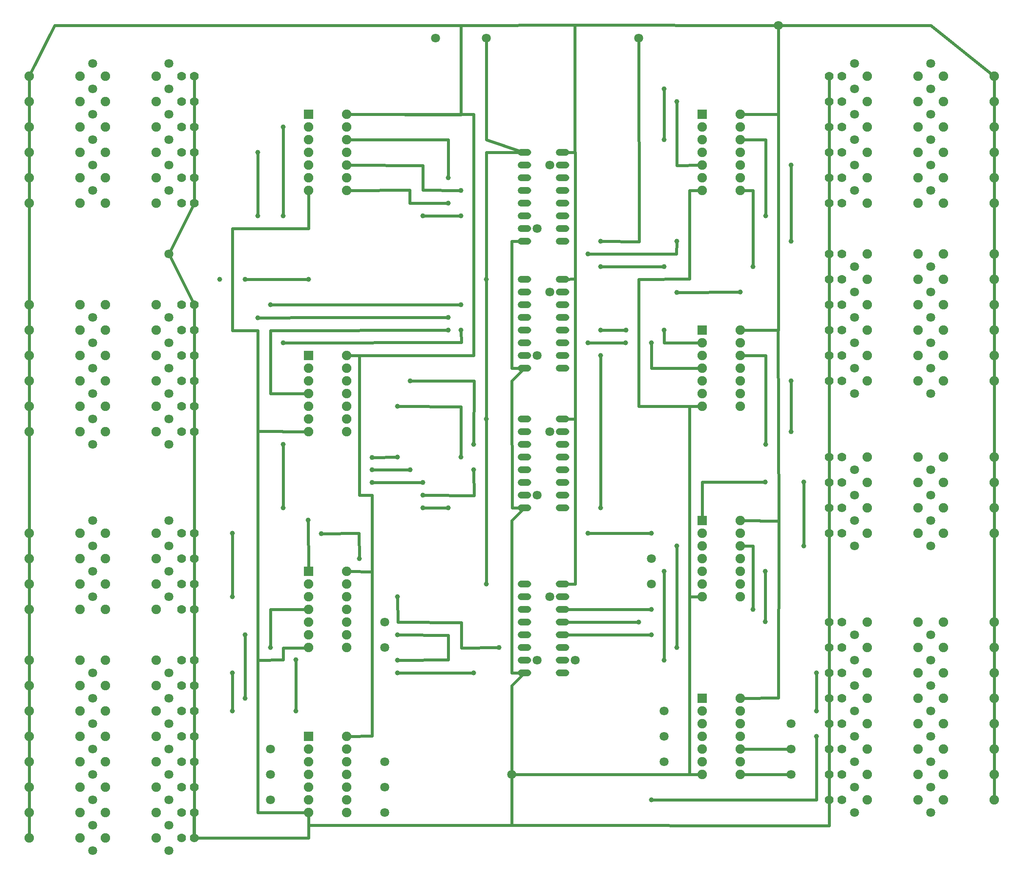
<source format=gbl>
G04 MADE WITH FRITZING*
G04 WWW.FRITZING.ORG*
G04 DOUBLE SIDED*
G04 HOLES PLATED*
G04 CONTOUR ON CENTER OF CONTOUR VECTOR*
%ASAXBY*%
%FSLAX23Y23*%
%MOIN*%
%OFA0B0*%
%SFA1.0B1.0*%
%ADD10C,0.052000*%
%ADD11C,0.075000*%
%ADD12C,0.070000*%
%ADD13C,0.070866*%
%ADD14C,0.039370*%
%ADD15R,0.075000X0.075000*%
%ADD16C,0.024000*%
%ADD17R,0.001000X0.001000*%
%LNCOPPER0*%
G90*
G70*
G54D10*
X4118Y2435D03*
X4118Y2335D03*
X4118Y2235D03*
X4118Y2135D03*
X4118Y2035D03*
X4118Y1935D03*
X4118Y1835D03*
X4118Y1735D03*
X4418Y1735D03*
X4418Y1835D03*
X4418Y1935D03*
X4418Y2035D03*
X4418Y2135D03*
X4418Y2235D03*
X4418Y2335D03*
X4418Y2435D03*
X4118Y3735D03*
X4118Y3635D03*
X4118Y3535D03*
X4118Y3435D03*
X4118Y3335D03*
X4118Y3235D03*
X4118Y3135D03*
X4118Y3035D03*
X4418Y3035D03*
X4418Y3135D03*
X4418Y3235D03*
X4418Y3335D03*
X4418Y3435D03*
X4418Y3535D03*
X4418Y3635D03*
X4418Y3735D03*
X4118Y4835D03*
X4118Y4735D03*
X4118Y4635D03*
X4118Y4535D03*
X4118Y4435D03*
X4118Y4335D03*
X4118Y4235D03*
X4118Y4135D03*
X4418Y4135D03*
X4418Y4235D03*
X4418Y4335D03*
X4418Y4435D03*
X4418Y4535D03*
X4418Y4635D03*
X4418Y4735D03*
X4418Y4835D03*
X4118Y5835D03*
X4118Y5735D03*
X4118Y5635D03*
X4118Y5535D03*
X4118Y5435D03*
X4118Y5335D03*
X4118Y5235D03*
X4118Y5135D03*
X4418Y5135D03*
X4418Y5235D03*
X4418Y5335D03*
X4418Y5435D03*
X4418Y5535D03*
X4418Y5635D03*
X4418Y5735D03*
X4418Y5835D03*
G54D11*
X2418Y2535D03*
X2718Y2535D03*
X2418Y2435D03*
X2718Y2435D03*
X2418Y2335D03*
X2718Y2335D03*
X2418Y2235D03*
X2718Y2235D03*
X2418Y2135D03*
X2718Y2135D03*
X2418Y2035D03*
X2718Y2035D03*
X2418Y1935D03*
X2718Y1935D03*
X5518Y1535D03*
X5818Y1535D03*
X5518Y1435D03*
X5818Y1435D03*
X5518Y1335D03*
X5818Y1335D03*
X5518Y1235D03*
X5818Y1235D03*
X5518Y1135D03*
X5818Y1135D03*
X5518Y1035D03*
X5818Y1035D03*
X5518Y935D03*
X5818Y935D03*
X5518Y2935D03*
X5818Y2935D03*
X5518Y2835D03*
X5818Y2835D03*
X5518Y2735D03*
X5818Y2735D03*
X5518Y2635D03*
X5818Y2635D03*
X5518Y2535D03*
X5818Y2535D03*
X5518Y2435D03*
X5818Y2435D03*
X5518Y2335D03*
X5818Y2335D03*
X5518Y4435D03*
X5818Y4435D03*
X5518Y4335D03*
X5818Y4335D03*
X5518Y4235D03*
X5818Y4235D03*
X5518Y4135D03*
X5818Y4135D03*
X5518Y4035D03*
X5818Y4035D03*
X5518Y3935D03*
X5818Y3935D03*
X5518Y3835D03*
X5818Y3835D03*
X5518Y6135D03*
X5818Y6135D03*
X5518Y6035D03*
X5818Y6035D03*
X5518Y5935D03*
X5818Y5935D03*
X5518Y5835D03*
X5818Y5835D03*
X5518Y5735D03*
X5818Y5735D03*
X5518Y5635D03*
X5818Y5635D03*
X5518Y5535D03*
X5818Y5535D03*
X2418Y1235D03*
X2718Y1235D03*
X2418Y1135D03*
X2718Y1135D03*
X2418Y1035D03*
X2718Y1035D03*
X2418Y935D03*
X2718Y935D03*
X2418Y835D03*
X2718Y835D03*
X2418Y735D03*
X2718Y735D03*
X2418Y635D03*
X2718Y635D03*
X2418Y4235D03*
X2718Y4235D03*
X2418Y4135D03*
X2718Y4135D03*
X2418Y4035D03*
X2718Y4035D03*
X2418Y3935D03*
X2718Y3935D03*
X2418Y3835D03*
X2718Y3835D03*
X2418Y3735D03*
X2718Y3735D03*
X2418Y3635D03*
X2718Y3635D03*
X2418Y6135D03*
X2718Y6135D03*
X2418Y6035D03*
X2718Y6035D03*
X2418Y5935D03*
X2718Y5935D03*
X2418Y5835D03*
X2718Y5835D03*
X2418Y5735D03*
X2718Y5735D03*
X2418Y5635D03*
X2718Y5635D03*
X2418Y5535D03*
X2718Y5535D03*
G54D12*
X6518Y6435D03*
X6618Y6435D03*
X6518Y6235D03*
X6618Y6235D03*
X6518Y6035D03*
X6618Y6035D03*
X6518Y5835D03*
X6618Y5835D03*
X6518Y5635D03*
X6618Y5635D03*
X6518Y5435D03*
X6618Y5435D03*
X6518Y5035D03*
X6618Y5035D03*
X6518Y4835D03*
X6618Y4835D03*
X6518Y4635D03*
X6618Y4635D03*
X6518Y4435D03*
X6618Y4435D03*
X6518Y4235D03*
X6618Y4235D03*
X6518Y4035D03*
X6618Y4035D03*
X6518Y735D03*
X6618Y735D03*
X6518Y935D03*
X6618Y935D03*
X6518Y1135D03*
X6618Y1135D03*
X6518Y1335D03*
X6618Y1335D03*
X6518Y1535D03*
X6618Y1535D03*
X6518Y1735D03*
X6618Y1735D03*
X6518Y1935D03*
X6618Y1935D03*
X6518Y2135D03*
X6618Y2135D03*
X6518Y2835D03*
X6618Y2835D03*
X6518Y3035D03*
X6618Y3035D03*
X6518Y3235D03*
X6618Y3235D03*
X6518Y3435D03*
X6618Y3435D03*
X1418Y6435D03*
X1518Y6435D03*
X1418Y6235D03*
X1518Y6235D03*
X1418Y3635D03*
X1518Y3635D03*
X1418Y6035D03*
X1518Y6035D03*
X1418Y5835D03*
X1518Y5835D03*
X1418Y5635D03*
X1518Y5635D03*
X1418Y5435D03*
X1518Y5435D03*
X1418Y4635D03*
X1518Y4635D03*
X1418Y4435D03*
X1518Y4435D03*
X1418Y4235D03*
X1518Y4235D03*
X1418Y4035D03*
X1518Y4035D03*
X1418Y3835D03*
X1518Y3835D03*
X1418Y2835D03*
X1518Y2835D03*
X1418Y2635D03*
X1518Y2635D03*
X1418Y2435D03*
X1518Y2435D03*
X1418Y2235D03*
X1518Y2235D03*
X1418Y1835D03*
X1518Y1835D03*
X1418Y1635D03*
X1518Y1635D03*
X1418Y1435D03*
X1518Y1435D03*
X1418Y1235D03*
X1519Y1235D03*
X1418Y1035D03*
X1518Y1035D03*
X1418Y835D03*
X1518Y835D03*
X1418Y635D03*
X1518Y635D03*
X1418Y435D03*
X1518Y435D03*
G54D11*
X818Y435D03*
X1218Y435D03*
X218Y435D03*
X618Y435D03*
X218Y635D03*
X618Y635D03*
X218Y835D03*
X618Y835D03*
X218Y1035D03*
X618Y1035D03*
X219Y1235D03*
X619Y1235D03*
X218Y1435D03*
X618Y1435D03*
X218Y1635D03*
X618Y1635D03*
X218Y1835D03*
X618Y1835D03*
X218Y2235D03*
X618Y2235D03*
X218Y2435D03*
X618Y2435D03*
X218Y2635D03*
X618Y2635D03*
X218Y2835D03*
X618Y2835D03*
X218Y3635D03*
X618Y3635D03*
X218Y3835D03*
X618Y3835D03*
X218Y4035D03*
X618Y4035D03*
X218Y4235D03*
X618Y4235D03*
X218Y4435D03*
X618Y4435D03*
X218Y4635D03*
X618Y4635D03*
X218Y5435D03*
X618Y5435D03*
X218Y5635D03*
X618Y5635D03*
X218Y5835D03*
X618Y5835D03*
X218Y6035D03*
X618Y6035D03*
X218Y6235D03*
X618Y6235D03*
X218Y6435D03*
X618Y6435D03*
X7418Y735D03*
X7818Y735D03*
X7418Y935D03*
X7818Y935D03*
X7418Y1135D03*
X7818Y1135D03*
X7418Y1335D03*
X7818Y1335D03*
X7418Y1535D03*
X7818Y1535D03*
X7418Y1735D03*
X7818Y1735D03*
X7418Y1935D03*
X7818Y1935D03*
X7418Y2135D03*
X7818Y2135D03*
X7418Y2835D03*
X7818Y2835D03*
X7418Y3035D03*
X7818Y3035D03*
X7418Y3235D03*
X7818Y3235D03*
X7418Y3435D03*
X7818Y3435D03*
X7418Y4035D03*
X7818Y4035D03*
X7418Y4235D03*
X7818Y4235D03*
X7418Y4435D03*
X7818Y4435D03*
X7418Y4635D03*
X7818Y4635D03*
X7418Y4835D03*
X7818Y4835D03*
X7418Y5035D03*
X7818Y5035D03*
X7418Y5435D03*
X7818Y5435D03*
X7418Y5635D03*
X7818Y5635D03*
X7418Y5835D03*
X7818Y5835D03*
X7418Y6035D03*
X7818Y6035D03*
X7418Y6235D03*
X7818Y6235D03*
X7418Y6435D03*
X7818Y6435D03*
X818Y635D03*
X1218Y635D03*
X818Y835D03*
X1218Y835D03*
X818Y1035D03*
X1218Y1035D03*
X819Y1235D03*
X1219Y1235D03*
X818Y1435D03*
X1218Y1435D03*
X818Y1635D03*
X1218Y1635D03*
X818Y1835D03*
X1218Y1835D03*
X818Y2235D03*
X1218Y2235D03*
X818Y2435D03*
X1218Y2435D03*
X818Y2635D03*
X1218Y2635D03*
X818Y2835D03*
X1218Y2835D03*
X818Y3635D03*
X1218Y3635D03*
X818Y3835D03*
X1218Y3835D03*
X818Y4035D03*
X1218Y4035D03*
X818Y4235D03*
X1218Y4235D03*
X818Y4435D03*
X1218Y4435D03*
X818Y4635D03*
X1218Y4635D03*
X818Y5435D03*
X1218Y5435D03*
X818Y5635D03*
X1218Y5635D03*
X818Y5835D03*
X1218Y5835D03*
X818Y6035D03*
X1218Y6035D03*
X818Y6235D03*
X1218Y6235D03*
X818Y6435D03*
X1218Y6435D03*
X6818Y735D03*
X7218Y735D03*
X6818Y935D03*
X7218Y935D03*
X6818Y1135D03*
X7218Y1135D03*
X6818Y1335D03*
X7218Y1335D03*
X6818Y1535D03*
X7218Y1535D03*
X6818Y1735D03*
X7218Y1735D03*
X6818Y1935D03*
X7218Y1935D03*
X6818Y2135D03*
X7218Y2135D03*
X6818Y2835D03*
X7218Y2835D03*
X6818Y3035D03*
X7218Y3035D03*
X6818Y3235D03*
X7218Y3235D03*
X6818Y3435D03*
X7218Y3435D03*
X6818Y4035D03*
X7218Y4035D03*
X6818Y4235D03*
X7218Y4235D03*
X6818Y4435D03*
X7218Y4435D03*
X6818Y4635D03*
X7218Y4635D03*
X6818Y4835D03*
X7218Y4835D03*
X6818Y5035D03*
X7218Y5035D03*
X6818Y5435D03*
X7218Y5435D03*
X6818Y5635D03*
X7218Y5635D03*
X6818Y5835D03*
X7218Y5835D03*
X6818Y6035D03*
X7218Y6035D03*
X6818Y6235D03*
X7218Y6235D03*
X6818Y6435D03*
X7218Y6435D03*
G54D13*
X3018Y1035D03*
X3018Y835D03*
X3018Y635D03*
X2118Y735D03*
X2118Y935D03*
X2118Y1135D03*
X4318Y5735D03*
X4218Y5235D03*
X4318Y4735D03*
X4218Y4235D03*
X4318Y3635D03*
X4218Y3135D03*
X4318Y2335D03*
X4518Y1835D03*
X4218Y1835D03*
X3018Y1935D03*
X3018Y2135D03*
X5118Y2635D03*
X6218Y935D03*
X6218Y1135D03*
X6218Y1335D03*
X5218Y1035D03*
X5218Y1235D03*
X5218Y1435D03*
X5118Y2435D03*
X5018Y6735D03*
X3818Y6735D03*
X3418Y6735D03*
X1318Y335D03*
X1318Y535D03*
X1318Y735D03*
X1318Y935D03*
X1318Y1135D03*
X1318Y1335D03*
X1318Y1535D03*
X1318Y1735D03*
X1318Y2335D03*
X1318Y2535D03*
X1318Y2735D03*
X1318Y2935D03*
X1318Y3535D03*
X1318Y3735D03*
X1318Y3935D03*
X1318Y4135D03*
X1318Y4335D03*
X1318Y4535D03*
X1318Y5535D03*
X1318Y5735D03*
X1318Y5935D03*
X1318Y6135D03*
X1318Y6335D03*
X1318Y6535D03*
X6718Y635D03*
X6718Y835D03*
X6718Y1035D03*
X6718Y1235D03*
X6718Y1435D03*
X6718Y1635D03*
X6718Y1835D03*
X6718Y2035D03*
X6718Y2735D03*
X6718Y2935D03*
X6718Y3135D03*
X6718Y3335D03*
X6718Y3935D03*
X6718Y4135D03*
X6718Y4335D03*
X6718Y4535D03*
X6718Y4735D03*
X6718Y4935D03*
X6718Y5535D03*
X6718Y5735D03*
X6718Y5935D03*
X6718Y6135D03*
X6718Y6335D03*
X6718Y6535D03*
X1318Y5035D03*
X4018Y935D03*
X6118Y6835D03*
X718Y335D03*
X718Y535D03*
X718Y735D03*
X718Y935D03*
X718Y1135D03*
X718Y1335D03*
X718Y1535D03*
X718Y1735D03*
X718Y2335D03*
X718Y2535D03*
X718Y2735D03*
X718Y2935D03*
X718Y3535D03*
X718Y3735D03*
X718Y3935D03*
X718Y4135D03*
X718Y4335D03*
X718Y4535D03*
X718Y5535D03*
X718Y5735D03*
X718Y5935D03*
X718Y6135D03*
X718Y6335D03*
X718Y6535D03*
X7318Y635D03*
X7318Y835D03*
X7318Y1035D03*
X7318Y1235D03*
X7318Y1435D03*
X7318Y1635D03*
X7318Y1835D03*
X7318Y2035D03*
X7318Y2735D03*
X7318Y2935D03*
X7318Y3135D03*
X7318Y3335D03*
X7318Y3935D03*
X7318Y4135D03*
X7318Y4335D03*
X7318Y4535D03*
X7318Y4735D03*
X7318Y4935D03*
X7318Y5535D03*
X7318Y5735D03*
X7318Y5935D03*
X7318Y6135D03*
X7318Y6335D03*
X7318Y6535D03*
G54D14*
X5318Y6235D03*
X5218Y5935D03*
X6218Y5735D03*
X4618Y5035D03*
X6218Y5135D03*
X5318Y5135D03*
X5918Y4935D03*
X5218Y4935D03*
X4718Y4935D03*
X4718Y5135D03*
X5818Y4735D03*
X5318Y4732D03*
X5218Y4435D03*
X4918Y4435D03*
X5120Y4335D03*
X4718Y4435D03*
X4618Y4335D03*
X4916Y4335D03*
X6018Y5335D03*
X4718Y3035D03*
X4718Y4235D03*
X6218Y4035D03*
X6218Y3635D03*
X6018Y3535D03*
X6016Y2535D03*
X6016Y2137D03*
X5118Y2035D03*
X5919Y2234D03*
X6320Y2734D03*
X6016Y3237D03*
X6320Y3237D03*
X5318Y1935D03*
X5318Y2735D03*
X5218Y2535D03*
X5218Y1835D03*
X5118Y2235D03*
X5018Y2135D03*
X5118Y2835D03*
X4618Y2835D03*
X6418Y1735D03*
X6417Y1436D03*
X6417Y1235D03*
X5118Y735D03*
X3518Y5635D03*
X3518Y5435D03*
X3618Y5535D03*
X2218Y6035D03*
X2218Y5335D03*
X3318Y5335D03*
X3618Y5335D03*
X2118Y4635D03*
X2017Y4533D03*
X3518Y4535D03*
X3618Y4635D03*
X2018Y5835D03*
X2018Y5335D03*
X1718Y4835D03*
X2418Y4835D03*
X1918Y4835D03*
X2218Y4335D03*
X3618Y4435D03*
X3518Y4435D03*
X2218Y3535D03*
X3518Y3035D03*
X2218Y3035D03*
X3318Y3035D03*
X3718Y3335D03*
X3318Y3135D03*
X3118Y3835D03*
X3618Y3435D03*
X3718Y3535D03*
X3218Y4035D03*
X1918Y2035D03*
X1918Y1535D03*
X2118Y1935D03*
X3118Y1735D03*
X3718Y1735D03*
X1818Y2335D03*
X2818Y2635D03*
X1818Y2835D03*
X2518Y2833D03*
X2415Y2937D03*
X3918Y1935D03*
X3118Y2335D03*
X1818Y1735D03*
X1818Y1435D03*
X2319Y1435D03*
X3118Y2035D03*
X3818Y3735D03*
X3818Y2435D03*
X3120Y3435D03*
X3217Y3334D03*
X3317Y3234D03*
X2918Y3433D03*
X2918Y3335D03*
X2918Y3235D03*
X5218Y6335D03*
X3118Y1835D03*
X2320Y1837D03*
X3818Y4835D03*
G54D15*
X2418Y2535D03*
X5518Y1535D03*
X5518Y2935D03*
X5518Y4435D03*
X5518Y6135D03*
X2418Y1235D03*
X2418Y4235D03*
X2418Y6135D03*
G54D16*
X418Y6835D02*
X226Y6451D01*
D02*
X3618Y6835D02*
X418Y6835D01*
D02*
X218Y5435D02*
X218Y4652D01*
D02*
X218Y4635D02*
X218Y4452D01*
D02*
X218Y5617D02*
X218Y5452D01*
D02*
X218Y4435D02*
X218Y4252D01*
D02*
X218Y4235D02*
X218Y4052D01*
D02*
X218Y4035D02*
X218Y3852D01*
D02*
X218Y3835D02*
X218Y3652D01*
D02*
X218Y3635D02*
X218Y2852D01*
D02*
X218Y2835D02*
X218Y2652D01*
D02*
X218Y2635D02*
X218Y2452D01*
D02*
X218Y2435D02*
X218Y2252D01*
D02*
X218Y2235D02*
X218Y1852D01*
D02*
X218Y1835D02*
X218Y1652D01*
D02*
X218Y1635D02*
X218Y1452D01*
D02*
X218Y1435D02*
X218Y1252D01*
D02*
X219Y1235D02*
X218Y1052D01*
D02*
X218Y1035D02*
X218Y852D01*
D02*
X218Y835D02*
X218Y652D01*
D02*
X218Y635D02*
X218Y452D01*
D02*
X218Y6417D02*
X218Y6252D01*
D02*
X218Y6217D02*
X218Y6052D01*
D02*
X218Y6017D02*
X218Y5852D01*
D02*
X218Y5817D02*
X218Y5652D01*
D02*
X3818Y3743D02*
X3820Y4836D01*
D02*
X1325Y5049D02*
X1512Y5421D01*
D02*
X1512Y4648D02*
X1325Y5021D01*
D02*
X4519Y5836D02*
X4519Y4837D01*
D02*
X4519Y4837D02*
X4434Y4835D01*
D02*
X4432Y5836D02*
X4519Y5836D01*
D02*
X4516Y5834D02*
X4516Y6838D01*
D02*
X4416Y5837D02*
X4516Y5834D01*
D02*
X4516Y6838D02*
X6103Y6835D01*
D02*
X4519Y4837D02*
X4518Y3735D01*
D02*
X4518Y3735D02*
X4434Y3735D01*
D02*
X4434Y4835D02*
X4519Y4837D01*
D02*
X4518Y3735D02*
X4518Y2436D01*
D02*
X4518Y2436D02*
X4434Y2435D01*
D02*
X4434Y3735D02*
X4518Y3735D01*
D02*
X4017Y1636D02*
X4107Y1724D01*
D02*
X4018Y951D02*
X4017Y1636D01*
D02*
X4021Y3036D02*
X4019Y4035D01*
D02*
X4019Y4035D02*
X4107Y4124D01*
D02*
X4102Y3035D02*
X4021Y3036D01*
D02*
X4017Y1734D02*
X4019Y2936D01*
D02*
X4019Y2936D02*
X4107Y3024D01*
D02*
X4102Y1735D02*
X4017Y1734D01*
D02*
X3618Y6133D02*
X2736Y6135D01*
D02*
X3618Y6835D02*
X3618Y6133D01*
D02*
X4516Y6838D02*
X3618Y6835D01*
D02*
X6103Y6835D02*
X4516Y6838D01*
D02*
X2919Y2532D02*
X2919Y1238D01*
D02*
X2919Y1238D02*
X2736Y1235D01*
D02*
X2736Y2535D02*
X2919Y2532D01*
D02*
X2919Y3135D02*
X2819Y3135D01*
D02*
X2819Y3135D02*
X2819Y4236D01*
D02*
X2919Y2532D02*
X2919Y3135D01*
D02*
X2819Y4236D02*
X2736Y4235D01*
D02*
X2736Y2535D02*
X2919Y2532D01*
D02*
X3719Y4235D02*
X3719Y6134D01*
D02*
X3719Y6134D02*
X2736Y6135D01*
D02*
X2819Y4236D02*
X3719Y4235D01*
D02*
X2736Y4235D02*
X2819Y4236D01*
D02*
X6117Y6134D02*
X5836Y6135D01*
D02*
X6118Y6819D02*
X6117Y6134D01*
D02*
X6117Y6134D02*
X6120Y4436D01*
D02*
X6120Y4436D02*
X5836Y4435D01*
D02*
X5836Y6135D02*
X6117Y6134D01*
D02*
X6116Y4436D02*
X6121Y2933D01*
D02*
X6121Y2933D02*
X5836Y2935D01*
D02*
X5818Y4435D02*
X6116Y4436D01*
D02*
X6119Y1538D02*
X5836Y1535D01*
D02*
X5818Y2935D02*
X6121Y2933D01*
D02*
X6121Y2933D02*
X6119Y1538D01*
D02*
X5419Y934D02*
X5501Y935D01*
D02*
X4018Y935D02*
X5419Y934D01*
D02*
X4018Y536D02*
X2419Y536D01*
D02*
X2419Y536D02*
X2418Y617D01*
D02*
X4018Y935D02*
X4018Y536D01*
D02*
X5419Y934D02*
X5419Y2334D01*
D02*
X5419Y2334D02*
X5501Y2335D01*
D02*
X5518Y935D02*
X5419Y934D01*
D02*
X5419Y3835D02*
X5018Y3835D01*
D02*
X5419Y2334D02*
X5419Y3835D01*
D02*
X5018Y3835D02*
X5501Y3835D01*
D02*
X5518Y2335D02*
X5419Y2334D01*
D02*
X5020Y3834D02*
X5020Y4836D01*
D02*
X5419Y4837D02*
X5418Y5535D01*
D02*
X5418Y5535D02*
X5501Y5535D01*
D02*
X5518Y3835D02*
X5020Y3834D01*
D02*
X5020Y4836D02*
X5419Y4837D01*
D02*
X2218Y1933D02*
X2402Y1933D01*
D02*
X2218Y1837D02*
X2218Y1933D01*
D02*
X2020Y634D02*
X2020Y1836D01*
D02*
X2020Y1836D02*
X2218Y1837D01*
D02*
X2401Y635D02*
X2020Y634D01*
D02*
X2218Y1933D02*
X2218Y1837D01*
D02*
X2218Y1837D02*
X2020Y1836D01*
D02*
X2020Y1836D02*
X2020Y3637D01*
D02*
X2020Y3637D02*
X2401Y3635D01*
D02*
X2420Y1933D02*
X2218Y1933D01*
D02*
X2020Y3637D02*
X2017Y4433D01*
D02*
X1820Y4433D02*
X1820Y5234D01*
D02*
X2017Y4433D02*
X1820Y4433D01*
D02*
X1820Y5234D02*
X2420Y5234D01*
D02*
X2418Y3635D02*
X2020Y3637D01*
D02*
X2420Y5234D02*
X2418Y5517D01*
D02*
X6518Y4050D02*
X6518Y4220D01*
D02*
X6518Y4250D02*
X6518Y4420D01*
D02*
X6518Y4450D02*
X6518Y4620D01*
D02*
X6518Y4650D02*
X6518Y4820D01*
D02*
X6518Y4850D02*
X6518Y5020D01*
D02*
X6518Y5050D02*
X6518Y5420D01*
D02*
X6518Y6250D02*
X6518Y6420D01*
D02*
X6518Y6050D02*
X6518Y6220D01*
D02*
X6518Y5850D02*
X6518Y6020D01*
D02*
X6518Y5650D02*
X6518Y5820D01*
D02*
X6518Y5450D02*
X6518Y5620D01*
D02*
X7317Y6836D02*
X7805Y6446D01*
D02*
X6134Y6835D02*
X7317Y6836D01*
D02*
X7818Y6417D02*
X7818Y6252D01*
D02*
X7818Y6217D02*
X7818Y6052D01*
D02*
X7818Y6017D02*
X7818Y5852D01*
D02*
X7818Y5817D02*
X7818Y5652D01*
D02*
X7818Y5617D02*
X7818Y5452D01*
D02*
X7818Y5417D02*
X7818Y5052D01*
D02*
X7818Y5017D02*
X7818Y4852D01*
D02*
X7818Y4817D02*
X7818Y4652D01*
D02*
X7818Y4617D02*
X7818Y4452D01*
D02*
X7818Y4417D02*
X7818Y4252D01*
D02*
X7818Y4217D02*
X7818Y4052D01*
D02*
X6518Y3450D02*
X6518Y4020D01*
D02*
X6518Y3250D02*
X6518Y3420D01*
D02*
X6518Y3050D02*
X6518Y3220D01*
D02*
X6518Y2850D02*
X6518Y3020D01*
D02*
X6518Y2150D02*
X6518Y2820D01*
D02*
X6518Y1950D02*
X6518Y2120D01*
D02*
X6518Y1750D02*
X6518Y1920D01*
D02*
X6518Y1550D02*
X6518Y1720D01*
D02*
X6518Y1350D02*
X6518Y1520D01*
D02*
X6518Y1150D02*
X6518Y1320D01*
D02*
X6518Y950D02*
X6518Y1120D01*
D02*
X6518Y750D02*
X6518Y920D01*
D02*
X6519Y533D02*
X6518Y720D01*
D02*
X4018Y536D02*
X6519Y533D01*
D02*
X4018Y935D02*
X4018Y536D01*
D02*
X7818Y3452D02*
X7818Y4017D01*
D02*
X7818Y3252D02*
X7818Y3417D01*
D02*
X7818Y3052D02*
X7818Y3217D01*
D02*
X7818Y2852D02*
X7818Y3017D01*
D02*
X7818Y2152D02*
X7818Y2817D01*
D02*
X7818Y1952D02*
X7818Y2117D01*
D02*
X7818Y1752D02*
X7818Y1917D01*
D02*
X7818Y1552D02*
X7818Y1717D01*
D02*
X7818Y1352D02*
X7818Y1517D01*
D02*
X7818Y1152D02*
X7818Y1317D01*
D02*
X7818Y952D02*
X7818Y1117D01*
D02*
X7818Y752D02*
X7818Y917D01*
D02*
X5317Y5732D02*
X5318Y6227D01*
D02*
X5501Y5735D02*
X5317Y5732D01*
D02*
X5316Y5036D02*
X5318Y5127D01*
D02*
X4626Y5035D02*
X5316Y5036D01*
D02*
X6218Y5143D02*
X6218Y5727D01*
D02*
X4726Y4935D02*
X5210Y4935D01*
D02*
X5021Y5133D02*
X4726Y5135D01*
D02*
X5018Y6719D02*
X5021Y5133D01*
D02*
X5918Y4943D02*
X5917Y5535D01*
D02*
X5917Y5535D02*
X5836Y5535D01*
D02*
X5325Y4732D02*
X5810Y4735D01*
D02*
X4726Y4435D02*
X4910Y4435D01*
D02*
X5218Y4427D02*
X5218Y4336D01*
D02*
X5218Y4336D02*
X5501Y4335D01*
D02*
X5117Y4134D02*
X5501Y4135D01*
D02*
X4626Y4335D02*
X4908Y4335D01*
D02*
X5120Y4327D02*
X5117Y4134D01*
D02*
X6018Y5343D02*
X6017Y5935D01*
D02*
X6017Y5935D02*
X5836Y5935D01*
D02*
X4718Y3043D02*
X4718Y4227D01*
D02*
X6218Y3643D02*
X6218Y4027D01*
D02*
X6018Y3543D02*
X6019Y4236D01*
D02*
X6019Y4236D02*
X5836Y4235D01*
D02*
X5919Y2242D02*
X5919Y2734D01*
D02*
X5919Y2734D02*
X5836Y2735D01*
D02*
X6016Y2145D02*
X6016Y2527D01*
D02*
X4434Y2035D02*
X5110Y2035D01*
D02*
X5518Y3237D02*
X6008Y3237D01*
D02*
X6320Y3229D02*
X6320Y2742D01*
D02*
X5518Y2952D02*
X5518Y3237D01*
D02*
X5318Y2727D02*
X5318Y1943D01*
D02*
X5218Y2527D02*
X5218Y1843D01*
D02*
X4434Y2135D02*
X5010Y2135D01*
D02*
X4434Y2235D02*
X5110Y2235D01*
D02*
X4626Y2835D02*
X5110Y2835D01*
D02*
X6418Y1727D02*
X6417Y1444D01*
D02*
X5126Y735D02*
X6418Y736D01*
D02*
X6418Y736D02*
X6417Y1227D01*
D02*
X6203Y1135D02*
X5836Y1135D01*
D02*
X6203Y935D02*
X5836Y935D01*
D02*
X1518Y6250D02*
X1518Y6420D01*
D02*
X1518Y6050D02*
X1518Y6220D01*
D02*
X1518Y5850D02*
X1518Y6020D01*
D02*
X1518Y5650D02*
X1518Y5820D01*
D02*
X1518Y5450D02*
X1518Y5620D01*
D02*
X1518Y4450D02*
X1518Y4620D01*
D02*
X1518Y4250D02*
X1518Y4420D01*
D02*
X1518Y4050D02*
X1518Y4220D01*
D02*
X1518Y3850D02*
X1518Y4020D01*
D02*
X1518Y3650D02*
X1518Y3820D01*
D02*
X1518Y2850D02*
X1518Y3620D01*
D02*
X1518Y2650D02*
X1518Y2820D01*
D02*
X1518Y2450D02*
X1518Y2620D01*
D02*
X1518Y2250D02*
X1518Y2420D01*
D02*
X1518Y1850D02*
X1518Y2220D01*
D02*
X1518Y1650D02*
X1518Y1820D01*
D02*
X1518Y1450D02*
X1518Y1620D01*
D02*
X1518Y1250D02*
X1518Y1420D01*
D02*
X1518Y1050D02*
X1518Y1220D01*
D02*
X1518Y850D02*
X1518Y1020D01*
D02*
X1518Y650D02*
X1518Y820D01*
D02*
X2419Y434D02*
X1533Y435D01*
D02*
X4018Y536D02*
X2419Y536D01*
D02*
X2419Y536D02*
X2419Y434D01*
D02*
X4018Y919D02*
X4018Y536D01*
D02*
X3818Y3727D02*
X3818Y2443D01*
D02*
X3818Y6719D02*
X3817Y5935D01*
D02*
X3817Y5935D02*
X4103Y5840D01*
D02*
X3518Y5935D02*
X2736Y5935D01*
D02*
X3518Y5643D02*
X3518Y5935D01*
D02*
X3216Y5436D02*
X3216Y5537D01*
D02*
X3216Y5537D02*
X2736Y5535D01*
D02*
X3510Y5435D02*
X3216Y5436D01*
D02*
X3317Y5537D02*
X3317Y5733D01*
D02*
X3317Y5733D02*
X2736Y5735D01*
D02*
X3610Y5535D02*
X3317Y5537D01*
D02*
X2218Y5343D02*
X2218Y6027D01*
D02*
X3610Y5335D02*
X3326Y5335D01*
D02*
X3610Y4635D02*
X2126Y4635D01*
D02*
X3510Y4535D02*
X2518Y4535D01*
D02*
X2518Y4535D02*
X2025Y4533D01*
D02*
X2018Y5343D02*
X2018Y5827D01*
D02*
X2410Y4835D02*
X1926Y4835D01*
D02*
X3621Y4337D02*
X2226Y4335D01*
D02*
X3619Y4427D02*
X3621Y4337D01*
D02*
X3510Y4435D02*
X2118Y4433D01*
D02*
X2118Y4433D02*
X2118Y3934D01*
D02*
X2118Y3934D02*
X2401Y3935D01*
D02*
X2218Y3043D02*
X2218Y3527D01*
D02*
X3510Y3035D02*
X3326Y3035D01*
D02*
X3721Y3132D02*
X3326Y3135D01*
D02*
X3718Y3327D02*
X3721Y3132D01*
D02*
X3618Y3443D02*
X3620Y3833D01*
D02*
X3620Y3833D02*
X3126Y3835D01*
D02*
X3721Y4035D02*
X3226Y4035D01*
D02*
X3718Y3543D02*
X3721Y4035D01*
D02*
X1918Y1543D02*
X1918Y2027D01*
D02*
X3710Y1735D02*
X3126Y1735D01*
D02*
X2818Y2643D02*
X2816Y2836D01*
D02*
X2816Y2836D02*
X2526Y2833D01*
D02*
X1818Y2827D02*
X1818Y2343D01*
D02*
X2418Y2552D02*
X2416Y2929D01*
D02*
X3621Y1933D02*
X3621Y2133D01*
D02*
X3621Y2133D02*
X3121Y2134D01*
D02*
X3910Y1935D02*
X3621Y1933D01*
D02*
X3121Y2134D02*
X3118Y2327D01*
D02*
X2118Y2235D02*
X2401Y2235D01*
D02*
X2118Y1943D02*
X2118Y2235D01*
D02*
X1818Y1443D02*
X1818Y1727D01*
D02*
X3519Y1838D02*
X3126Y1835D01*
D02*
X2320Y1829D02*
X2319Y1443D01*
D02*
X3519Y2033D02*
X3519Y1838D01*
D02*
X3126Y2035D02*
X3519Y2033D01*
D02*
X3112Y3435D02*
X2926Y3433D01*
D02*
X3209Y3334D02*
X2926Y3335D01*
D02*
X3309Y3234D02*
X2926Y3235D01*
D02*
X5218Y5943D02*
X5218Y6327D01*
D02*
X4019Y4134D02*
X4019Y5134D01*
D02*
X4019Y5134D02*
X4102Y5135D01*
D02*
X4102Y4135D02*
X4019Y4134D01*
D02*
X3820Y4836D02*
X3820Y4836D01*
D02*
X4102Y5835D02*
X3817Y5835D01*
D02*
X3817Y5835D02*
X3818Y4843D01*
G54D17*
X4092Y5861D02*
X4145Y5861D01*
X4392Y5861D02*
X4445Y5861D01*
X4086Y5860D02*
X4151Y5860D01*
X4386Y5860D02*
X4451Y5860D01*
X4083Y5859D02*
X4154Y5859D01*
X4383Y5859D02*
X4454Y5859D01*
X4081Y5858D02*
X4156Y5858D01*
X4381Y5858D02*
X4456Y5858D01*
X4079Y5857D02*
X4158Y5857D01*
X4379Y5857D02*
X4458Y5857D01*
X4078Y5856D02*
X4159Y5856D01*
X4378Y5856D02*
X4459Y5856D01*
X4077Y5855D02*
X4161Y5855D01*
X4377Y5855D02*
X4461Y5855D01*
X4075Y5854D02*
X4162Y5854D01*
X4375Y5854D02*
X4462Y5854D01*
X4074Y5853D02*
X4163Y5853D01*
X4374Y5853D02*
X4463Y5853D01*
X4073Y5852D02*
X4164Y5852D01*
X4373Y5852D02*
X4464Y5852D01*
X4073Y5851D02*
X4117Y5851D01*
X4120Y5851D02*
X4164Y5851D01*
X4373Y5851D02*
X4417Y5851D01*
X4420Y5851D02*
X4464Y5851D01*
X4072Y5850D02*
X4112Y5850D01*
X4125Y5850D02*
X4165Y5850D01*
X4372Y5850D02*
X4412Y5850D01*
X4425Y5850D02*
X4465Y5850D01*
X4071Y5849D02*
X4110Y5849D01*
X4127Y5849D02*
X4166Y5849D01*
X4371Y5849D02*
X4410Y5849D01*
X4427Y5849D02*
X4466Y5849D01*
X4071Y5848D02*
X4109Y5848D01*
X4128Y5848D02*
X4166Y5848D01*
X4371Y5848D02*
X4409Y5848D01*
X4428Y5848D02*
X4466Y5848D01*
X4070Y5847D02*
X4107Y5847D01*
X4130Y5847D02*
X4167Y5847D01*
X4370Y5847D02*
X4407Y5847D01*
X4430Y5847D02*
X4467Y5847D01*
X4070Y5846D02*
X4106Y5846D01*
X4131Y5846D02*
X4168Y5846D01*
X4370Y5846D02*
X4406Y5846D01*
X4431Y5846D02*
X4468Y5846D01*
X4069Y5845D02*
X4106Y5845D01*
X4132Y5845D02*
X4168Y5845D01*
X4369Y5845D02*
X4406Y5845D01*
X4431Y5845D02*
X4468Y5845D01*
X4069Y5844D02*
X4105Y5844D01*
X4132Y5844D02*
X4168Y5844D01*
X4369Y5844D02*
X4405Y5844D01*
X4432Y5844D02*
X4468Y5844D01*
X4068Y5843D02*
X4104Y5843D01*
X4133Y5843D02*
X4169Y5843D01*
X4368Y5843D02*
X4404Y5843D01*
X4433Y5843D02*
X4469Y5843D01*
X4068Y5842D02*
X4104Y5842D01*
X4133Y5842D02*
X4169Y5842D01*
X4368Y5842D02*
X4404Y5842D01*
X4433Y5842D02*
X4469Y5842D01*
X4068Y5841D02*
X4103Y5841D01*
X4134Y5841D02*
X4169Y5841D01*
X4368Y5841D02*
X4403Y5841D01*
X4434Y5841D02*
X4469Y5841D01*
X4068Y5840D02*
X4103Y5840D01*
X4134Y5840D02*
X4170Y5840D01*
X4368Y5840D02*
X4403Y5840D01*
X4434Y5840D02*
X4470Y5840D01*
X4067Y5839D02*
X4103Y5839D01*
X4135Y5839D02*
X4170Y5839D01*
X4367Y5839D02*
X4403Y5839D01*
X4434Y5839D02*
X4470Y5839D01*
X4067Y5838D02*
X4102Y5838D01*
X4135Y5838D02*
X4170Y5838D01*
X4367Y5838D02*
X4402Y5838D01*
X4435Y5838D02*
X4470Y5838D01*
X4067Y5837D02*
X4102Y5837D01*
X4135Y5837D02*
X4170Y5837D01*
X4367Y5837D02*
X4402Y5837D01*
X4435Y5837D02*
X4470Y5837D01*
X4067Y5836D02*
X4102Y5836D01*
X4135Y5836D02*
X4170Y5836D01*
X4367Y5836D02*
X4402Y5836D01*
X4435Y5836D02*
X4470Y5836D01*
X4067Y5835D02*
X4102Y5835D01*
X4135Y5835D02*
X4170Y5835D01*
X4367Y5835D02*
X4402Y5835D01*
X4435Y5835D02*
X4470Y5835D01*
X4067Y5834D02*
X4102Y5834D01*
X4135Y5834D02*
X4170Y5834D01*
X4367Y5834D02*
X4402Y5834D01*
X4435Y5834D02*
X4470Y5834D01*
X4067Y5833D02*
X4102Y5833D01*
X4135Y5833D02*
X4170Y5833D01*
X4367Y5833D02*
X4402Y5833D01*
X4435Y5833D02*
X4470Y5833D01*
X4067Y5832D02*
X4102Y5832D01*
X4135Y5832D02*
X4170Y5832D01*
X4367Y5832D02*
X4402Y5832D01*
X4435Y5832D02*
X4470Y5832D01*
X4067Y5831D02*
X4103Y5831D01*
X4134Y5831D02*
X4170Y5831D01*
X4367Y5831D02*
X4403Y5831D01*
X4434Y5831D02*
X4470Y5831D01*
X4068Y5830D02*
X4103Y5830D01*
X4134Y5830D02*
X4170Y5830D01*
X4368Y5830D02*
X4403Y5830D01*
X4434Y5830D02*
X4470Y5830D01*
X4068Y5829D02*
X4103Y5829D01*
X4134Y5829D02*
X4169Y5829D01*
X4368Y5829D02*
X4403Y5829D01*
X4434Y5829D02*
X4469Y5829D01*
X4068Y5828D02*
X4104Y5828D01*
X4133Y5828D02*
X4169Y5828D01*
X4368Y5828D02*
X4404Y5828D01*
X4433Y5828D02*
X4469Y5828D01*
X4068Y5827D02*
X4104Y5827D01*
X4133Y5827D02*
X4169Y5827D01*
X4368Y5827D02*
X4404Y5827D01*
X4433Y5827D02*
X4469Y5827D01*
X4069Y5826D02*
X4105Y5826D01*
X4132Y5826D02*
X4168Y5826D01*
X4369Y5826D02*
X4405Y5826D01*
X4432Y5826D02*
X4468Y5826D01*
X4069Y5825D02*
X4106Y5825D01*
X4131Y5825D02*
X4168Y5825D01*
X4369Y5825D02*
X4406Y5825D01*
X4431Y5825D02*
X4468Y5825D01*
X4070Y5824D02*
X4107Y5824D01*
X4131Y5824D02*
X4168Y5824D01*
X4370Y5824D02*
X4407Y5824D01*
X4431Y5824D02*
X4467Y5824D01*
X4070Y5823D02*
X4108Y5823D01*
X4129Y5823D02*
X4167Y5823D01*
X4370Y5823D02*
X4408Y5823D01*
X4429Y5823D02*
X4467Y5823D01*
X4071Y5822D02*
X4109Y5822D01*
X4128Y5822D02*
X4166Y5822D01*
X4371Y5822D02*
X4409Y5822D01*
X4428Y5822D02*
X4466Y5822D01*
X4071Y5821D02*
X4111Y5821D01*
X4127Y5821D02*
X4166Y5821D01*
X4371Y5821D02*
X4411Y5821D01*
X4426Y5821D02*
X4466Y5821D01*
X4072Y5820D02*
X4113Y5820D01*
X4124Y5820D02*
X4165Y5820D01*
X4372Y5820D02*
X4413Y5820D01*
X4424Y5820D02*
X4465Y5820D01*
X4073Y5819D02*
X4164Y5819D01*
X4373Y5819D02*
X4464Y5819D01*
X4074Y5818D02*
X4164Y5818D01*
X4374Y5818D02*
X4464Y5818D01*
X4074Y5817D02*
X4163Y5817D01*
X4374Y5817D02*
X4463Y5817D01*
X4076Y5816D02*
X4162Y5816D01*
X4375Y5816D02*
X4462Y5816D01*
X4077Y5815D02*
X4160Y5815D01*
X4377Y5815D02*
X4460Y5815D01*
X4078Y5814D02*
X4159Y5814D01*
X4378Y5814D02*
X4459Y5814D01*
X4079Y5813D02*
X4158Y5813D01*
X4379Y5813D02*
X4458Y5813D01*
X4081Y5812D02*
X4156Y5812D01*
X4381Y5812D02*
X4456Y5812D01*
X4083Y5811D02*
X4154Y5811D01*
X4383Y5811D02*
X4454Y5811D01*
X4086Y5810D02*
X4151Y5810D01*
X4386Y5810D02*
X4451Y5810D01*
X4091Y5761D02*
X4146Y5761D01*
X4391Y5761D02*
X4446Y5761D01*
X4086Y5760D02*
X4151Y5760D01*
X4386Y5760D02*
X4451Y5760D01*
X4083Y5759D02*
X4154Y5759D01*
X4383Y5759D02*
X4454Y5759D01*
X4081Y5758D02*
X4156Y5758D01*
X4381Y5758D02*
X4456Y5758D01*
X4079Y5757D02*
X4158Y5757D01*
X4379Y5757D02*
X4458Y5757D01*
X4078Y5756D02*
X4159Y5756D01*
X4378Y5756D02*
X4459Y5756D01*
X4077Y5755D02*
X4161Y5755D01*
X4377Y5755D02*
X4461Y5755D01*
X4075Y5754D02*
X4162Y5754D01*
X4375Y5754D02*
X4462Y5754D01*
X4074Y5753D02*
X4163Y5753D01*
X4374Y5753D02*
X4463Y5753D01*
X4073Y5752D02*
X4164Y5752D01*
X4373Y5752D02*
X4464Y5752D01*
X4073Y5751D02*
X4117Y5751D01*
X4120Y5751D02*
X4164Y5751D01*
X4373Y5751D02*
X4417Y5751D01*
X4420Y5751D02*
X4464Y5751D01*
X4072Y5750D02*
X4112Y5750D01*
X4125Y5750D02*
X4165Y5750D01*
X4372Y5750D02*
X4412Y5750D01*
X4425Y5750D02*
X4465Y5750D01*
X4071Y5749D02*
X4110Y5749D01*
X4127Y5749D02*
X4166Y5749D01*
X4371Y5749D02*
X4410Y5749D01*
X4427Y5749D02*
X4466Y5749D01*
X4071Y5748D02*
X4109Y5748D01*
X4128Y5748D02*
X4166Y5748D01*
X4371Y5748D02*
X4409Y5748D01*
X4428Y5748D02*
X4466Y5748D01*
X4070Y5747D02*
X4107Y5747D01*
X4130Y5747D02*
X4167Y5747D01*
X4370Y5747D02*
X4407Y5747D01*
X4430Y5747D02*
X4467Y5747D01*
X4070Y5746D02*
X4106Y5746D01*
X4131Y5746D02*
X4168Y5746D01*
X4370Y5746D02*
X4406Y5746D01*
X4431Y5746D02*
X4468Y5746D01*
X4069Y5745D02*
X4106Y5745D01*
X4132Y5745D02*
X4168Y5745D01*
X4369Y5745D02*
X4406Y5745D01*
X4431Y5745D02*
X4468Y5745D01*
X4069Y5744D02*
X4105Y5744D01*
X4132Y5744D02*
X4168Y5744D01*
X4369Y5744D02*
X4405Y5744D01*
X4432Y5744D02*
X4468Y5744D01*
X4068Y5743D02*
X4104Y5743D01*
X4133Y5743D02*
X4169Y5743D01*
X4368Y5743D02*
X4404Y5743D01*
X4433Y5743D02*
X4469Y5743D01*
X4068Y5742D02*
X4104Y5742D01*
X4133Y5742D02*
X4169Y5742D01*
X4368Y5742D02*
X4404Y5742D01*
X4433Y5742D02*
X4469Y5742D01*
X4068Y5741D02*
X4103Y5741D01*
X4134Y5741D02*
X4169Y5741D01*
X4368Y5741D02*
X4403Y5741D01*
X4434Y5741D02*
X4469Y5741D01*
X4068Y5740D02*
X4103Y5740D01*
X4134Y5740D02*
X4170Y5740D01*
X4368Y5740D02*
X4403Y5740D01*
X4434Y5740D02*
X4470Y5740D01*
X4067Y5739D02*
X4103Y5739D01*
X4135Y5739D02*
X4170Y5739D01*
X4367Y5739D02*
X4403Y5739D01*
X4434Y5739D02*
X4470Y5739D01*
X4067Y5738D02*
X4102Y5738D01*
X4135Y5738D02*
X4170Y5738D01*
X4367Y5738D02*
X4402Y5738D01*
X4435Y5738D02*
X4470Y5738D01*
X4067Y5737D02*
X4102Y5737D01*
X4135Y5737D02*
X4170Y5737D01*
X4367Y5737D02*
X4402Y5737D01*
X4435Y5737D02*
X4470Y5737D01*
X4067Y5736D02*
X4102Y5736D01*
X4135Y5736D02*
X4170Y5736D01*
X4367Y5736D02*
X4402Y5736D01*
X4435Y5736D02*
X4470Y5736D01*
X4067Y5735D02*
X4102Y5735D01*
X4135Y5735D02*
X4170Y5735D01*
X4367Y5735D02*
X4402Y5735D01*
X4435Y5735D02*
X4470Y5735D01*
X4067Y5734D02*
X4102Y5734D01*
X4135Y5734D02*
X4170Y5734D01*
X4367Y5734D02*
X4402Y5734D01*
X4435Y5734D02*
X4470Y5734D01*
X4067Y5733D02*
X4102Y5733D01*
X4135Y5733D02*
X4170Y5733D01*
X4367Y5733D02*
X4402Y5733D01*
X4435Y5733D02*
X4470Y5733D01*
X4067Y5732D02*
X4102Y5732D01*
X4135Y5732D02*
X4170Y5732D01*
X4367Y5732D02*
X4402Y5732D01*
X4435Y5732D02*
X4470Y5732D01*
X4067Y5731D02*
X4103Y5731D01*
X4134Y5731D02*
X4170Y5731D01*
X4367Y5731D02*
X4403Y5731D01*
X4434Y5731D02*
X4470Y5731D01*
X4068Y5730D02*
X4103Y5730D01*
X4134Y5730D02*
X4170Y5730D01*
X4368Y5730D02*
X4403Y5730D01*
X4434Y5730D02*
X4470Y5730D01*
X4068Y5729D02*
X4103Y5729D01*
X4134Y5729D02*
X4169Y5729D01*
X4368Y5729D02*
X4403Y5729D01*
X4434Y5729D02*
X4469Y5729D01*
X4068Y5728D02*
X4104Y5728D01*
X4133Y5728D02*
X4169Y5728D01*
X4368Y5728D02*
X4404Y5728D01*
X4433Y5728D02*
X4469Y5728D01*
X4068Y5727D02*
X4104Y5727D01*
X4133Y5727D02*
X4169Y5727D01*
X4368Y5727D02*
X4404Y5727D01*
X4433Y5727D02*
X4469Y5727D01*
X4069Y5726D02*
X4105Y5726D01*
X4132Y5726D02*
X4168Y5726D01*
X4369Y5726D02*
X4405Y5726D01*
X4432Y5726D02*
X4468Y5726D01*
X4069Y5725D02*
X4106Y5725D01*
X4131Y5725D02*
X4168Y5725D01*
X4369Y5725D02*
X4406Y5725D01*
X4431Y5725D02*
X4468Y5725D01*
X4070Y5724D02*
X4107Y5724D01*
X4131Y5724D02*
X4168Y5724D01*
X4370Y5724D02*
X4407Y5724D01*
X4431Y5724D02*
X4467Y5724D01*
X4070Y5723D02*
X4108Y5723D01*
X4129Y5723D02*
X4167Y5723D01*
X4370Y5723D02*
X4408Y5723D01*
X4429Y5723D02*
X4467Y5723D01*
X4071Y5722D02*
X4109Y5722D01*
X4128Y5722D02*
X4166Y5722D01*
X4371Y5722D02*
X4409Y5722D01*
X4428Y5722D02*
X4466Y5722D01*
X4071Y5721D02*
X4111Y5721D01*
X4127Y5721D02*
X4166Y5721D01*
X4371Y5721D02*
X4411Y5721D01*
X4426Y5721D02*
X4466Y5721D01*
X4072Y5720D02*
X4113Y5720D01*
X4124Y5720D02*
X4165Y5720D01*
X4372Y5720D02*
X4413Y5720D01*
X4424Y5720D02*
X4465Y5720D01*
X4073Y5719D02*
X4164Y5719D01*
X4373Y5719D02*
X4464Y5719D01*
X4074Y5718D02*
X4164Y5718D01*
X4374Y5718D02*
X4464Y5718D01*
X4074Y5717D02*
X4163Y5717D01*
X4374Y5717D02*
X4463Y5717D01*
X4076Y5716D02*
X4162Y5716D01*
X4375Y5716D02*
X4462Y5716D01*
X4077Y5715D02*
X4160Y5715D01*
X4377Y5715D02*
X4460Y5715D01*
X4078Y5714D02*
X4159Y5714D01*
X4378Y5714D02*
X4459Y5714D01*
X4079Y5713D02*
X4158Y5713D01*
X4379Y5713D02*
X4458Y5713D01*
X4081Y5712D02*
X4156Y5712D01*
X4381Y5712D02*
X4456Y5712D01*
X4083Y5711D02*
X4154Y5711D01*
X4383Y5711D02*
X4454Y5711D01*
X4086Y5710D02*
X4151Y5710D01*
X4386Y5710D02*
X4451Y5710D01*
X4091Y5661D02*
X4146Y5661D01*
X4391Y5661D02*
X4446Y5661D01*
X4086Y5660D02*
X4151Y5660D01*
X4386Y5660D02*
X4451Y5660D01*
X4083Y5659D02*
X4154Y5659D01*
X4383Y5659D02*
X4454Y5659D01*
X4081Y5658D02*
X4156Y5658D01*
X4381Y5658D02*
X4456Y5658D01*
X4079Y5657D02*
X4158Y5657D01*
X4379Y5657D02*
X4458Y5657D01*
X4078Y5656D02*
X4159Y5656D01*
X4378Y5656D02*
X4459Y5656D01*
X4077Y5655D02*
X4161Y5655D01*
X4377Y5655D02*
X4461Y5655D01*
X4075Y5654D02*
X4162Y5654D01*
X4375Y5654D02*
X4462Y5654D01*
X4074Y5653D02*
X4163Y5653D01*
X4374Y5653D02*
X4463Y5653D01*
X4073Y5652D02*
X4164Y5652D01*
X4373Y5652D02*
X4464Y5652D01*
X4073Y5651D02*
X4117Y5651D01*
X4120Y5651D02*
X4164Y5651D01*
X4373Y5651D02*
X4417Y5651D01*
X4420Y5651D02*
X4464Y5651D01*
X4072Y5650D02*
X4112Y5650D01*
X4125Y5650D02*
X4165Y5650D01*
X4372Y5650D02*
X4412Y5650D01*
X4425Y5650D02*
X4465Y5650D01*
X4071Y5649D02*
X4110Y5649D01*
X4127Y5649D02*
X4166Y5649D01*
X4371Y5649D02*
X4410Y5649D01*
X4427Y5649D02*
X4466Y5649D01*
X4071Y5648D02*
X4109Y5648D01*
X4128Y5648D02*
X4166Y5648D01*
X4371Y5648D02*
X4409Y5648D01*
X4428Y5648D02*
X4466Y5648D01*
X4070Y5647D02*
X4107Y5647D01*
X4130Y5647D02*
X4167Y5647D01*
X4370Y5647D02*
X4407Y5647D01*
X4430Y5647D02*
X4467Y5647D01*
X4070Y5646D02*
X4106Y5646D01*
X4131Y5646D02*
X4168Y5646D01*
X4370Y5646D02*
X4406Y5646D01*
X4431Y5646D02*
X4468Y5646D01*
X4069Y5645D02*
X4106Y5645D01*
X4132Y5645D02*
X4168Y5645D01*
X4369Y5645D02*
X4406Y5645D01*
X4432Y5645D02*
X4468Y5645D01*
X4069Y5644D02*
X4105Y5644D01*
X4132Y5644D02*
X4168Y5644D01*
X4369Y5644D02*
X4405Y5644D01*
X4432Y5644D02*
X4468Y5644D01*
X4068Y5643D02*
X4104Y5643D01*
X4133Y5643D02*
X4169Y5643D01*
X4368Y5643D02*
X4404Y5643D01*
X4433Y5643D02*
X4469Y5643D01*
X4068Y5642D02*
X4104Y5642D01*
X4133Y5642D02*
X4169Y5642D01*
X4368Y5642D02*
X4404Y5642D01*
X4433Y5642D02*
X4469Y5642D01*
X4068Y5641D02*
X4103Y5641D01*
X4134Y5641D02*
X4169Y5641D01*
X4368Y5641D02*
X4403Y5641D01*
X4434Y5641D02*
X4469Y5641D01*
X4068Y5640D02*
X4103Y5640D01*
X4134Y5640D02*
X4170Y5640D01*
X4368Y5640D02*
X4403Y5640D01*
X4434Y5640D02*
X4470Y5640D01*
X4067Y5639D02*
X4103Y5639D01*
X4135Y5639D02*
X4170Y5639D01*
X4367Y5639D02*
X4403Y5639D01*
X4435Y5639D02*
X4470Y5639D01*
X4067Y5638D02*
X4102Y5638D01*
X4135Y5638D02*
X4170Y5638D01*
X4367Y5638D02*
X4402Y5638D01*
X4435Y5638D02*
X4470Y5638D01*
X4067Y5637D02*
X4102Y5637D01*
X4135Y5637D02*
X4170Y5637D01*
X4367Y5637D02*
X4402Y5637D01*
X4435Y5637D02*
X4470Y5637D01*
X4067Y5636D02*
X4102Y5636D01*
X4135Y5636D02*
X4170Y5636D01*
X4367Y5636D02*
X4402Y5636D01*
X4435Y5636D02*
X4470Y5636D01*
X4067Y5635D02*
X4102Y5635D01*
X4135Y5635D02*
X4170Y5635D01*
X4367Y5635D02*
X4402Y5635D01*
X4435Y5635D02*
X4470Y5635D01*
X4067Y5634D02*
X4102Y5634D01*
X4135Y5634D02*
X4170Y5634D01*
X4367Y5634D02*
X4402Y5634D01*
X4435Y5634D02*
X4470Y5634D01*
X4067Y5633D02*
X4102Y5633D01*
X4135Y5633D02*
X4170Y5633D01*
X4367Y5633D02*
X4402Y5633D01*
X4435Y5633D02*
X4470Y5633D01*
X4067Y5632D02*
X4102Y5632D01*
X4135Y5632D02*
X4170Y5632D01*
X4367Y5632D02*
X4402Y5632D01*
X4435Y5632D02*
X4470Y5632D01*
X4067Y5631D02*
X4103Y5631D01*
X4134Y5631D02*
X4170Y5631D01*
X4367Y5631D02*
X4403Y5631D01*
X4434Y5631D02*
X4470Y5631D01*
X4068Y5630D02*
X4103Y5630D01*
X4134Y5630D02*
X4170Y5630D01*
X4368Y5630D02*
X4403Y5630D01*
X4434Y5630D02*
X4470Y5630D01*
X4068Y5629D02*
X4103Y5629D01*
X4134Y5629D02*
X4169Y5629D01*
X4368Y5629D02*
X4403Y5629D01*
X4434Y5629D02*
X4469Y5629D01*
X4068Y5628D02*
X4104Y5628D01*
X4133Y5628D02*
X4169Y5628D01*
X4368Y5628D02*
X4404Y5628D01*
X4433Y5628D02*
X4469Y5628D01*
X4068Y5627D02*
X4104Y5627D01*
X4133Y5627D02*
X4169Y5627D01*
X4368Y5627D02*
X4404Y5627D01*
X4433Y5627D02*
X4469Y5627D01*
X4069Y5626D02*
X4105Y5626D01*
X4132Y5626D02*
X4168Y5626D01*
X4369Y5626D02*
X4405Y5626D01*
X4432Y5626D02*
X4468Y5626D01*
X4069Y5625D02*
X4106Y5625D01*
X4131Y5625D02*
X4168Y5625D01*
X4369Y5625D02*
X4406Y5625D01*
X4431Y5625D02*
X4468Y5625D01*
X4070Y5624D02*
X4107Y5624D01*
X4131Y5624D02*
X4168Y5624D01*
X4370Y5624D02*
X4407Y5624D01*
X4431Y5624D02*
X4467Y5624D01*
X4070Y5623D02*
X4108Y5623D01*
X4129Y5623D02*
X4167Y5623D01*
X4370Y5623D02*
X4408Y5623D01*
X4429Y5623D02*
X4467Y5623D01*
X4071Y5622D02*
X4109Y5622D01*
X4128Y5622D02*
X4166Y5622D01*
X4371Y5622D02*
X4409Y5622D01*
X4428Y5622D02*
X4466Y5622D01*
X4071Y5621D02*
X4111Y5621D01*
X4127Y5621D02*
X4166Y5621D01*
X4371Y5621D02*
X4411Y5621D01*
X4426Y5621D02*
X4466Y5621D01*
X4072Y5620D02*
X4113Y5620D01*
X4124Y5620D02*
X4165Y5620D01*
X4372Y5620D02*
X4413Y5620D01*
X4424Y5620D02*
X4465Y5620D01*
X4073Y5619D02*
X4164Y5619D01*
X4373Y5619D02*
X4464Y5619D01*
X4074Y5618D02*
X4164Y5618D01*
X4374Y5618D02*
X4463Y5618D01*
X4074Y5617D02*
X4163Y5617D01*
X4374Y5617D02*
X4463Y5617D01*
X4076Y5616D02*
X4162Y5616D01*
X4376Y5616D02*
X4462Y5616D01*
X4077Y5615D02*
X4160Y5615D01*
X4377Y5615D02*
X4460Y5615D01*
X4078Y5614D02*
X4159Y5614D01*
X4378Y5614D02*
X4459Y5614D01*
X4079Y5613D02*
X4158Y5613D01*
X4379Y5613D02*
X4458Y5613D01*
X4081Y5612D02*
X4156Y5612D01*
X4381Y5612D02*
X4456Y5612D01*
X4083Y5611D02*
X4154Y5611D01*
X4383Y5611D02*
X4454Y5611D01*
X4086Y5610D02*
X4151Y5610D01*
X4386Y5610D02*
X4451Y5610D01*
X4091Y5561D02*
X4146Y5561D01*
X4391Y5561D02*
X4446Y5561D01*
X4086Y5560D02*
X4152Y5560D01*
X4386Y5560D02*
X4451Y5560D01*
X4083Y5559D02*
X4154Y5559D01*
X4383Y5559D02*
X4454Y5559D01*
X4081Y5558D02*
X4156Y5558D01*
X4381Y5558D02*
X4456Y5558D01*
X4079Y5557D02*
X4158Y5557D01*
X4379Y5557D02*
X4458Y5557D01*
X4078Y5556D02*
X4159Y5556D01*
X4378Y5556D02*
X4459Y5556D01*
X4077Y5555D02*
X4161Y5555D01*
X4377Y5555D02*
X4461Y5555D01*
X4075Y5554D02*
X4162Y5554D01*
X4375Y5554D02*
X4462Y5554D01*
X4074Y5553D02*
X4163Y5553D01*
X4374Y5553D02*
X4463Y5553D01*
X4073Y5552D02*
X4164Y5552D01*
X4373Y5552D02*
X4464Y5552D01*
X4073Y5551D02*
X4117Y5551D01*
X4120Y5551D02*
X4164Y5551D01*
X4373Y5551D02*
X4417Y5551D01*
X4420Y5551D02*
X4464Y5551D01*
X4072Y5550D02*
X4112Y5550D01*
X4125Y5550D02*
X4165Y5550D01*
X4372Y5550D02*
X4412Y5550D01*
X4425Y5550D02*
X4465Y5550D01*
X4071Y5549D02*
X4110Y5549D01*
X4127Y5549D02*
X4166Y5549D01*
X4371Y5549D02*
X4410Y5549D01*
X4427Y5549D02*
X4466Y5549D01*
X4071Y5548D02*
X4109Y5548D01*
X4128Y5548D02*
X4167Y5548D01*
X4371Y5548D02*
X4409Y5548D01*
X4428Y5548D02*
X4466Y5548D01*
X4070Y5547D02*
X4107Y5547D01*
X4130Y5547D02*
X4167Y5547D01*
X4370Y5547D02*
X4407Y5547D01*
X4430Y5547D02*
X4467Y5547D01*
X4070Y5546D02*
X4106Y5546D01*
X4131Y5546D02*
X4168Y5546D01*
X4370Y5546D02*
X4406Y5546D01*
X4431Y5546D02*
X4468Y5546D01*
X4069Y5545D02*
X4106Y5545D01*
X4132Y5545D02*
X4168Y5545D01*
X4369Y5545D02*
X4406Y5545D01*
X4432Y5545D02*
X4468Y5545D01*
X4069Y5544D02*
X4105Y5544D01*
X4132Y5544D02*
X4168Y5544D01*
X4369Y5544D02*
X4405Y5544D01*
X4432Y5544D02*
X4468Y5544D01*
X4068Y5543D02*
X4104Y5543D01*
X4133Y5543D02*
X4169Y5543D01*
X4368Y5543D02*
X4404Y5543D01*
X4433Y5543D02*
X4469Y5543D01*
X4068Y5542D02*
X4104Y5542D01*
X4133Y5542D02*
X4169Y5542D01*
X4368Y5542D02*
X4404Y5542D01*
X4433Y5542D02*
X4469Y5542D01*
X4068Y5541D02*
X4103Y5541D01*
X4134Y5541D02*
X4169Y5541D01*
X4368Y5541D02*
X4403Y5541D01*
X4434Y5541D02*
X4469Y5541D01*
X4068Y5540D02*
X4103Y5540D01*
X4134Y5540D02*
X4170Y5540D01*
X4368Y5540D02*
X4403Y5540D01*
X4434Y5540D02*
X4470Y5540D01*
X4067Y5539D02*
X4103Y5539D01*
X4135Y5539D02*
X4170Y5539D01*
X4367Y5539D02*
X4403Y5539D01*
X4435Y5539D02*
X4470Y5539D01*
X4067Y5538D02*
X4102Y5538D01*
X4135Y5538D02*
X4170Y5538D01*
X4367Y5538D02*
X4402Y5538D01*
X4435Y5538D02*
X4470Y5538D01*
X4067Y5537D02*
X4102Y5537D01*
X4135Y5537D02*
X4170Y5537D01*
X4367Y5537D02*
X4402Y5537D01*
X4435Y5537D02*
X4470Y5537D01*
X4067Y5536D02*
X4102Y5536D01*
X4135Y5536D02*
X4170Y5536D01*
X4367Y5536D02*
X4402Y5536D01*
X4435Y5536D02*
X4470Y5536D01*
X4067Y5535D02*
X4102Y5535D01*
X4135Y5535D02*
X4170Y5535D01*
X4367Y5535D02*
X4402Y5535D01*
X4435Y5535D02*
X4470Y5535D01*
X4067Y5534D02*
X4102Y5534D01*
X4135Y5534D02*
X4170Y5534D01*
X4367Y5534D02*
X4402Y5534D01*
X4435Y5534D02*
X4470Y5534D01*
X4067Y5533D02*
X4102Y5533D01*
X4135Y5533D02*
X4170Y5533D01*
X4367Y5533D02*
X4402Y5533D01*
X4435Y5533D02*
X4470Y5533D01*
X4067Y5532D02*
X4102Y5532D01*
X4135Y5532D02*
X4170Y5532D01*
X4367Y5532D02*
X4402Y5532D01*
X4435Y5532D02*
X4470Y5532D01*
X4067Y5531D02*
X4103Y5531D01*
X4134Y5531D02*
X4170Y5531D01*
X4367Y5531D02*
X4403Y5531D01*
X4434Y5531D02*
X4470Y5531D01*
X4068Y5530D02*
X4103Y5530D01*
X4134Y5530D02*
X4170Y5530D01*
X4368Y5530D02*
X4403Y5530D01*
X4434Y5530D02*
X4470Y5530D01*
X4068Y5529D02*
X4103Y5529D01*
X4134Y5529D02*
X4169Y5529D01*
X4368Y5529D02*
X4403Y5529D01*
X4434Y5529D02*
X4469Y5529D01*
X4068Y5528D02*
X4104Y5528D01*
X4133Y5528D02*
X4169Y5528D01*
X4368Y5528D02*
X4404Y5528D01*
X4433Y5528D02*
X4469Y5528D01*
X4068Y5527D02*
X4104Y5527D01*
X4133Y5527D02*
X4169Y5527D01*
X4368Y5527D02*
X4404Y5527D01*
X4433Y5527D02*
X4469Y5527D01*
X4069Y5526D02*
X4105Y5526D01*
X4132Y5526D02*
X4168Y5526D01*
X4369Y5526D02*
X4405Y5526D01*
X4432Y5526D02*
X4468Y5526D01*
X4069Y5525D02*
X4106Y5525D01*
X4131Y5525D02*
X4168Y5525D01*
X4369Y5525D02*
X4406Y5525D01*
X4431Y5525D02*
X4468Y5525D01*
X4070Y5524D02*
X4107Y5524D01*
X4131Y5524D02*
X4167Y5524D01*
X4370Y5524D02*
X4407Y5524D01*
X4431Y5524D02*
X4467Y5524D01*
X4070Y5523D02*
X4108Y5523D01*
X4129Y5523D02*
X4167Y5523D01*
X4370Y5523D02*
X4408Y5523D01*
X4429Y5523D02*
X4467Y5523D01*
X4071Y5522D02*
X4109Y5522D01*
X4128Y5522D02*
X4166Y5522D01*
X4371Y5522D02*
X4409Y5522D01*
X4428Y5522D02*
X4466Y5522D01*
X4071Y5521D02*
X4111Y5521D01*
X4127Y5521D02*
X4166Y5521D01*
X4371Y5521D02*
X4411Y5521D01*
X4426Y5521D02*
X4466Y5521D01*
X4072Y5520D02*
X4113Y5520D01*
X4124Y5520D02*
X4165Y5520D01*
X4372Y5520D02*
X4413Y5520D01*
X4424Y5520D02*
X4465Y5520D01*
X4073Y5519D02*
X4164Y5519D01*
X4373Y5519D02*
X4464Y5519D01*
X4074Y5518D02*
X4164Y5518D01*
X4374Y5518D02*
X4463Y5518D01*
X4074Y5517D02*
X4163Y5517D01*
X4374Y5517D02*
X4463Y5517D01*
X4076Y5516D02*
X4162Y5516D01*
X4376Y5516D02*
X4462Y5516D01*
X4077Y5515D02*
X4160Y5515D01*
X4377Y5515D02*
X4460Y5515D01*
X4078Y5514D02*
X4159Y5514D01*
X4378Y5514D02*
X4459Y5514D01*
X4080Y5513D02*
X4158Y5513D01*
X4379Y5513D02*
X4458Y5513D01*
X4081Y5512D02*
X4156Y5512D01*
X4381Y5512D02*
X4456Y5512D01*
X4083Y5511D02*
X4154Y5511D01*
X4383Y5511D02*
X4454Y5511D01*
X4086Y5510D02*
X4151Y5510D01*
X4386Y5510D02*
X4451Y5510D01*
X4091Y5461D02*
X4146Y5461D01*
X4391Y5461D02*
X4446Y5461D01*
X4086Y5460D02*
X4152Y5460D01*
X4386Y5460D02*
X4451Y5460D01*
X4083Y5459D02*
X4154Y5459D01*
X4383Y5459D02*
X4454Y5459D01*
X4081Y5458D02*
X4156Y5458D01*
X4381Y5458D02*
X4456Y5458D01*
X4079Y5457D02*
X4158Y5457D01*
X4379Y5457D02*
X4458Y5457D01*
X4078Y5456D02*
X4159Y5456D01*
X4378Y5456D02*
X4459Y5456D01*
X4077Y5455D02*
X4161Y5455D01*
X4377Y5455D02*
X4461Y5455D01*
X4075Y5454D02*
X4162Y5454D01*
X4375Y5454D02*
X4462Y5454D01*
X4074Y5453D02*
X4163Y5453D01*
X4374Y5453D02*
X4463Y5453D01*
X4073Y5452D02*
X4164Y5452D01*
X4373Y5452D02*
X4464Y5452D01*
X4073Y5451D02*
X4117Y5451D01*
X4120Y5451D02*
X4164Y5451D01*
X4373Y5451D02*
X4417Y5451D01*
X4420Y5451D02*
X4464Y5451D01*
X4072Y5450D02*
X4112Y5450D01*
X4125Y5450D02*
X4165Y5450D01*
X4372Y5450D02*
X4412Y5450D01*
X4425Y5450D02*
X4465Y5450D01*
X4071Y5449D02*
X4110Y5449D01*
X4127Y5449D02*
X4166Y5449D01*
X4371Y5449D02*
X4410Y5449D01*
X4427Y5449D02*
X4466Y5449D01*
X4071Y5448D02*
X4109Y5448D01*
X4128Y5448D02*
X4167Y5448D01*
X4371Y5448D02*
X4409Y5448D01*
X4428Y5448D02*
X4466Y5448D01*
X4070Y5447D02*
X4107Y5447D01*
X4130Y5447D02*
X4167Y5447D01*
X4370Y5447D02*
X4407Y5447D01*
X4430Y5447D02*
X4467Y5447D01*
X4070Y5446D02*
X4106Y5446D01*
X4131Y5446D02*
X4168Y5446D01*
X4370Y5446D02*
X4406Y5446D01*
X4431Y5446D02*
X4468Y5446D01*
X4069Y5445D02*
X4106Y5445D01*
X4132Y5445D02*
X4168Y5445D01*
X4369Y5445D02*
X4406Y5445D01*
X4432Y5445D02*
X4468Y5445D01*
X4069Y5444D02*
X4105Y5444D01*
X4132Y5444D02*
X4168Y5444D01*
X4369Y5444D02*
X4405Y5444D01*
X4432Y5444D02*
X4468Y5444D01*
X4068Y5443D02*
X4104Y5443D01*
X4133Y5443D02*
X4169Y5443D01*
X4368Y5443D02*
X4404Y5443D01*
X4433Y5443D02*
X4469Y5443D01*
X4068Y5442D02*
X4104Y5442D01*
X4133Y5442D02*
X4169Y5442D01*
X4368Y5442D02*
X4404Y5442D01*
X4433Y5442D02*
X4469Y5442D01*
X4068Y5441D02*
X4103Y5441D01*
X4134Y5441D02*
X4169Y5441D01*
X4368Y5441D02*
X4403Y5441D01*
X4434Y5441D02*
X4469Y5441D01*
X4068Y5440D02*
X4103Y5440D01*
X4134Y5440D02*
X4170Y5440D01*
X4368Y5440D02*
X4403Y5440D01*
X4434Y5440D02*
X4470Y5440D01*
X4067Y5439D02*
X4103Y5439D01*
X4135Y5439D02*
X4170Y5439D01*
X4367Y5439D02*
X4403Y5439D01*
X4435Y5439D02*
X4470Y5439D01*
X4067Y5438D02*
X4102Y5438D01*
X4135Y5438D02*
X4170Y5438D01*
X4367Y5438D02*
X4402Y5438D01*
X4435Y5438D02*
X4470Y5438D01*
X4067Y5437D02*
X4102Y5437D01*
X4135Y5437D02*
X4170Y5437D01*
X4367Y5437D02*
X4402Y5437D01*
X4435Y5437D02*
X4470Y5437D01*
X4067Y5436D02*
X4102Y5436D01*
X4135Y5436D02*
X4170Y5436D01*
X4367Y5436D02*
X4402Y5436D01*
X4435Y5436D02*
X4470Y5436D01*
X4067Y5435D02*
X4102Y5435D01*
X4135Y5435D02*
X4170Y5435D01*
X4367Y5435D02*
X4402Y5435D01*
X4435Y5435D02*
X4470Y5435D01*
X4067Y5434D02*
X4102Y5434D01*
X4135Y5434D02*
X4170Y5434D01*
X4367Y5434D02*
X4402Y5434D01*
X4435Y5434D02*
X4470Y5434D01*
X4067Y5433D02*
X4102Y5433D01*
X4135Y5433D02*
X4170Y5433D01*
X4367Y5433D02*
X4402Y5433D01*
X4435Y5433D02*
X4470Y5433D01*
X4067Y5432D02*
X4102Y5432D01*
X4135Y5432D02*
X4170Y5432D01*
X4367Y5432D02*
X4402Y5432D01*
X4435Y5432D02*
X4470Y5432D01*
X4067Y5431D02*
X4103Y5431D01*
X4134Y5431D02*
X4170Y5431D01*
X4367Y5431D02*
X4403Y5431D01*
X4434Y5431D02*
X4470Y5431D01*
X4068Y5430D02*
X4103Y5430D01*
X4134Y5430D02*
X4170Y5430D01*
X4368Y5430D02*
X4403Y5430D01*
X4434Y5430D02*
X4470Y5430D01*
X4068Y5429D02*
X4103Y5429D01*
X4134Y5429D02*
X4169Y5429D01*
X4368Y5429D02*
X4403Y5429D01*
X4434Y5429D02*
X4469Y5429D01*
X4068Y5428D02*
X4104Y5428D01*
X4133Y5428D02*
X4169Y5428D01*
X4368Y5428D02*
X4404Y5428D01*
X4433Y5428D02*
X4469Y5428D01*
X4068Y5427D02*
X4104Y5427D01*
X4133Y5427D02*
X4169Y5427D01*
X4368Y5427D02*
X4404Y5427D01*
X4433Y5427D02*
X4469Y5427D01*
X4069Y5426D02*
X4105Y5426D01*
X4132Y5426D02*
X4168Y5426D01*
X4369Y5426D02*
X4405Y5426D01*
X4432Y5426D02*
X4468Y5426D01*
X4069Y5425D02*
X4106Y5425D01*
X4131Y5425D02*
X4168Y5425D01*
X4369Y5425D02*
X4406Y5425D01*
X4431Y5425D02*
X4468Y5425D01*
X4070Y5424D02*
X4107Y5424D01*
X4131Y5424D02*
X4167Y5424D01*
X4370Y5424D02*
X4407Y5424D01*
X4431Y5424D02*
X4467Y5424D01*
X4070Y5423D02*
X4108Y5423D01*
X4129Y5423D02*
X4167Y5423D01*
X4370Y5423D02*
X4408Y5423D01*
X4429Y5423D02*
X4467Y5423D01*
X4071Y5422D02*
X4109Y5422D01*
X4128Y5422D02*
X4166Y5422D01*
X4371Y5422D02*
X4409Y5422D01*
X4428Y5422D02*
X4466Y5422D01*
X4071Y5421D02*
X4111Y5421D01*
X4126Y5421D02*
X4166Y5421D01*
X4371Y5421D02*
X4411Y5421D01*
X4426Y5421D02*
X4466Y5421D01*
X4072Y5420D02*
X4113Y5420D01*
X4124Y5420D02*
X4165Y5420D01*
X4372Y5420D02*
X4413Y5420D01*
X4424Y5420D02*
X4465Y5420D01*
X4073Y5419D02*
X4164Y5419D01*
X4373Y5419D02*
X4464Y5419D01*
X4074Y5418D02*
X4164Y5418D01*
X4374Y5418D02*
X4463Y5418D01*
X4074Y5417D02*
X4163Y5417D01*
X4374Y5417D02*
X4463Y5417D01*
X4076Y5416D02*
X4162Y5416D01*
X4376Y5416D02*
X4462Y5416D01*
X4077Y5415D02*
X4160Y5415D01*
X4377Y5415D02*
X4460Y5415D01*
X4078Y5414D02*
X4159Y5414D01*
X4378Y5414D02*
X4459Y5414D01*
X4080Y5413D02*
X4158Y5413D01*
X4379Y5413D02*
X4458Y5413D01*
X4081Y5412D02*
X4156Y5412D01*
X4381Y5412D02*
X4456Y5412D01*
X4083Y5411D02*
X4154Y5411D01*
X4383Y5411D02*
X4454Y5411D01*
X4086Y5410D02*
X4151Y5410D01*
X4386Y5410D02*
X4451Y5410D01*
X4091Y5361D02*
X4146Y5361D01*
X4391Y5361D02*
X4446Y5361D01*
X4086Y5360D02*
X4152Y5360D01*
X4386Y5360D02*
X4451Y5360D01*
X4083Y5359D02*
X4154Y5359D01*
X4383Y5359D02*
X4454Y5359D01*
X4081Y5358D02*
X4156Y5358D01*
X4381Y5358D02*
X4456Y5358D01*
X4079Y5357D02*
X4158Y5357D01*
X4379Y5357D02*
X4458Y5357D01*
X4078Y5356D02*
X4159Y5356D01*
X4378Y5356D02*
X4459Y5356D01*
X4077Y5355D02*
X4161Y5355D01*
X4376Y5355D02*
X4461Y5355D01*
X4075Y5354D02*
X4162Y5354D01*
X4375Y5354D02*
X4462Y5354D01*
X4074Y5353D02*
X4163Y5353D01*
X4374Y5353D02*
X4463Y5353D01*
X4073Y5352D02*
X4164Y5352D01*
X4373Y5352D02*
X4464Y5352D01*
X4073Y5351D02*
X4117Y5351D01*
X4120Y5351D02*
X4164Y5351D01*
X4373Y5351D02*
X4417Y5351D01*
X4420Y5351D02*
X4464Y5351D01*
X4072Y5350D02*
X4112Y5350D01*
X4125Y5350D02*
X4165Y5350D01*
X4372Y5350D02*
X4412Y5350D01*
X4425Y5350D02*
X4465Y5350D01*
X4071Y5349D02*
X4110Y5349D01*
X4127Y5349D02*
X4166Y5349D01*
X4371Y5349D02*
X4410Y5349D01*
X4427Y5349D02*
X4466Y5349D01*
X4071Y5348D02*
X4109Y5348D01*
X4128Y5348D02*
X4167Y5348D01*
X4371Y5348D02*
X4409Y5348D01*
X4428Y5348D02*
X4466Y5348D01*
X4070Y5347D02*
X4107Y5347D01*
X4130Y5347D02*
X4167Y5347D01*
X4370Y5347D02*
X4407Y5347D01*
X4430Y5347D02*
X4467Y5347D01*
X4070Y5346D02*
X4106Y5346D01*
X4131Y5346D02*
X4168Y5346D01*
X4370Y5346D02*
X4406Y5346D01*
X4431Y5346D02*
X4468Y5346D01*
X4069Y5345D02*
X4106Y5345D01*
X4132Y5345D02*
X4168Y5345D01*
X4369Y5345D02*
X4406Y5345D01*
X4432Y5345D02*
X4468Y5345D01*
X4069Y5344D02*
X4105Y5344D01*
X4132Y5344D02*
X4168Y5344D01*
X4369Y5344D02*
X4405Y5344D01*
X4432Y5344D02*
X4468Y5344D01*
X4068Y5343D02*
X4104Y5343D01*
X4133Y5343D02*
X4169Y5343D01*
X4368Y5343D02*
X4404Y5343D01*
X4433Y5343D02*
X4469Y5343D01*
X4068Y5342D02*
X4104Y5342D01*
X4133Y5342D02*
X4169Y5342D01*
X4368Y5342D02*
X4404Y5342D01*
X4433Y5342D02*
X4469Y5342D01*
X4068Y5341D02*
X4103Y5341D01*
X4134Y5341D02*
X4169Y5341D01*
X4368Y5341D02*
X4403Y5341D01*
X4434Y5341D02*
X4469Y5341D01*
X4068Y5340D02*
X4103Y5340D01*
X4134Y5340D02*
X4170Y5340D01*
X4368Y5340D02*
X4403Y5340D01*
X4434Y5340D02*
X4470Y5340D01*
X4067Y5339D02*
X4103Y5339D01*
X4135Y5339D02*
X4170Y5339D01*
X4367Y5339D02*
X4403Y5339D01*
X4435Y5339D02*
X4470Y5339D01*
X4067Y5338D02*
X4102Y5338D01*
X4135Y5338D02*
X4170Y5338D01*
X4367Y5338D02*
X4402Y5338D01*
X4435Y5338D02*
X4470Y5338D01*
X4067Y5337D02*
X4102Y5337D01*
X4135Y5337D02*
X4170Y5337D01*
X4367Y5337D02*
X4402Y5337D01*
X4435Y5337D02*
X4470Y5337D01*
X4067Y5336D02*
X4102Y5336D01*
X4135Y5336D02*
X4170Y5336D01*
X4367Y5336D02*
X4402Y5336D01*
X4435Y5336D02*
X4470Y5336D01*
X4067Y5335D02*
X4102Y5335D01*
X4135Y5335D02*
X4170Y5335D01*
X4367Y5335D02*
X4402Y5335D01*
X4435Y5335D02*
X4470Y5335D01*
X4067Y5334D02*
X4102Y5334D01*
X4135Y5334D02*
X4170Y5334D01*
X4367Y5334D02*
X4402Y5334D01*
X4435Y5334D02*
X4470Y5334D01*
X4067Y5333D02*
X4102Y5333D01*
X4135Y5333D02*
X4170Y5333D01*
X4367Y5333D02*
X4402Y5333D01*
X4435Y5333D02*
X4470Y5333D01*
X4067Y5332D02*
X4102Y5332D01*
X4135Y5332D02*
X4170Y5332D01*
X4367Y5332D02*
X4402Y5332D01*
X4435Y5332D02*
X4470Y5332D01*
X4067Y5331D02*
X4103Y5331D01*
X4134Y5331D02*
X4170Y5331D01*
X4367Y5331D02*
X4403Y5331D01*
X4434Y5331D02*
X4470Y5331D01*
X4068Y5330D02*
X4103Y5330D01*
X4134Y5330D02*
X4170Y5330D01*
X4368Y5330D02*
X4403Y5330D01*
X4434Y5330D02*
X4470Y5330D01*
X4068Y5329D02*
X4103Y5329D01*
X4134Y5329D02*
X4169Y5329D01*
X4368Y5329D02*
X4403Y5329D01*
X4434Y5329D02*
X4469Y5329D01*
X4068Y5328D02*
X4104Y5328D01*
X4133Y5328D02*
X4169Y5328D01*
X4368Y5328D02*
X4404Y5328D01*
X4433Y5328D02*
X4469Y5328D01*
X4068Y5327D02*
X4104Y5327D01*
X4133Y5327D02*
X4169Y5327D01*
X4368Y5327D02*
X4404Y5327D01*
X4433Y5327D02*
X4469Y5327D01*
X4069Y5326D02*
X4105Y5326D01*
X4132Y5326D02*
X4168Y5326D01*
X4369Y5326D02*
X4405Y5326D01*
X4432Y5326D02*
X4468Y5326D01*
X4069Y5325D02*
X4106Y5325D01*
X4131Y5325D02*
X4168Y5325D01*
X4369Y5325D02*
X4406Y5325D01*
X4431Y5325D02*
X4468Y5325D01*
X4070Y5324D02*
X4107Y5324D01*
X4131Y5324D02*
X4167Y5324D01*
X4370Y5324D02*
X4407Y5324D01*
X4431Y5324D02*
X4467Y5324D01*
X4070Y5323D02*
X4108Y5323D01*
X4129Y5323D02*
X4167Y5323D01*
X4370Y5323D02*
X4408Y5323D01*
X4429Y5323D02*
X4467Y5323D01*
X4071Y5322D02*
X4109Y5322D01*
X4128Y5322D02*
X4166Y5322D01*
X4371Y5322D02*
X4409Y5322D01*
X4428Y5322D02*
X4466Y5322D01*
X4071Y5321D02*
X4111Y5321D01*
X4126Y5321D02*
X4166Y5321D01*
X4371Y5321D02*
X4411Y5321D01*
X4426Y5321D02*
X4466Y5321D01*
X4072Y5320D02*
X4113Y5320D01*
X4124Y5320D02*
X4165Y5320D01*
X4372Y5320D02*
X4413Y5320D01*
X4424Y5320D02*
X4465Y5320D01*
X4073Y5319D02*
X4164Y5319D01*
X4373Y5319D02*
X4464Y5319D01*
X4074Y5318D02*
X4164Y5318D01*
X4374Y5318D02*
X4463Y5318D01*
X4074Y5317D02*
X4163Y5317D01*
X4374Y5317D02*
X4463Y5317D01*
X4076Y5316D02*
X4162Y5316D01*
X4376Y5316D02*
X4462Y5316D01*
X4077Y5315D02*
X4160Y5315D01*
X4377Y5315D02*
X4460Y5315D01*
X4078Y5314D02*
X4159Y5314D01*
X4378Y5314D02*
X4459Y5314D01*
X4080Y5313D02*
X4158Y5313D01*
X4379Y5313D02*
X4458Y5313D01*
X4081Y5312D02*
X4156Y5312D01*
X4381Y5312D02*
X4456Y5312D01*
X4083Y5311D02*
X4154Y5311D01*
X4383Y5311D02*
X4454Y5311D01*
X4086Y5310D02*
X4151Y5310D01*
X4386Y5310D02*
X4451Y5310D01*
X4091Y5261D02*
X4146Y5261D01*
X4391Y5261D02*
X4446Y5261D01*
X4086Y5260D02*
X4152Y5260D01*
X4386Y5260D02*
X4452Y5260D01*
X4083Y5259D02*
X4154Y5259D01*
X4383Y5259D02*
X4454Y5259D01*
X4081Y5258D02*
X4156Y5258D01*
X4381Y5258D02*
X4456Y5258D01*
X4079Y5257D02*
X4158Y5257D01*
X4379Y5257D02*
X4458Y5257D01*
X4078Y5256D02*
X4159Y5256D01*
X4378Y5256D02*
X4459Y5256D01*
X4077Y5255D02*
X4161Y5255D01*
X4376Y5255D02*
X4461Y5255D01*
X4075Y5254D02*
X4162Y5254D01*
X4375Y5254D02*
X4462Y5254D01*
X4074Y5253D02*
X4163Y5253D01*
X4374Y5253D02*
X4463Y5253D01*
X4073Y5252D02*
X4164Y5252D01*
X4373Y5252D02*
X4464Y5252D01*
X4073Y5251D02*
X4117Y5251D01*
X4120Y5251D02*
X4165Y5251D01*
X4373Y5251D02*
X4417Y5251D01*
X4420Y5251D02*
X4464Y5251D01*
X4072Y5250D02*
X4112Y5250D01*
X4125Y5250D02*
X4165Y5250D01*
X4372Y5250D02*
X4412Y5250D01*
X4425Y5250D02*
X4465Y5250D01*
X4071Y5249D02*
X4110Y5249D01*
X4127Y5249D02*
X4166Y5249D01*
X4371Y5249D02*
X4410Y5249D01*
X4427Y5249D02*
X4466Y5249D01*
X4071Y5248D02*
X4109Y5248D01*
X4128Y5248D02*
X4167Y5248D01*
X4371Y5248D02*
X4409Y5248D01*
X4428Y5248D02*
X4466Y5248D01*
X4070Y5247D02*
X4107Y5247D01*
X4130Y5247D02*
X4167Y5247D01*
X4370Y5247D02*
X4407Y5247D01*
X4430Y5247D02*
X4467Y5247D01*
X4070Y5246D02*
X4106Y5246D01*
X4131Y5246D02*
X4168Y5246D01*
X4370Y5246D02*
X4406Y5246D01*
X4431Y5246D02*
X4468Y5246D01*
X4069Y5245D02*
X4106Y5245D01*
X4132Y5245D02*
X4168Y5245D01*
X4369Y5245D02*
X4406Y5245D01*
X4432Y5245D02*
X4468Y5245D01*
X4069Y5244D02*
X4105Y5244D01*
X4132Y5244D02*
X4168Y5244D01*
X4369Y5244D02*
X4405Y5244D01*
X4432Y5244D02*
X4468Y5244D01*
X4068Y5243D02*
X4104Y5243D01*
X4133Y5243D02*
X4169Y5243D01*
X4368Y5243D02*
X4404Y5243D01*
X4433Y5243D02*
X4469Y5243D01*
X4068Y5242D02*
X4104Y5242D01*
X4133Y5242D02*
X4169Y5242D01*
X4368Y5242D02*
X4404Y5242D01*
X4433Y5242D02*
X4469Y5242D01*
X4068Y5241D02*
X4103Y5241D01*
X4134Y5241D02*
X4169Y5241D01*
X4368Y5241D02*
X4403Y5241D01*
X4434Y5241D02*
X4469Y5241D01*
X4068Y5240D02*
X4103Y5240D01*
X4134Y5240D02*
X4170Y5240D01*
X4368Y5240D02*
X4403Y5240D01*
X4434Y5240D02*
X4470Y5240D01*
X4067Y5239D02*
X4103Y5239D01*
X4135Y5239D02*
X4170Y5239D01*
X4367Y5239D02*
X4403Y5239D01*
X4435Y5239D02*
X4470Y5239D01*
X4067Y5238D02*
X4102Y5238D01*
X4135Y5238D02*
X4170Y5238D01*
X4367Y5238D02*
X4402Y5238D01*
X4435Y5238D02*
X4470Y5238D01*
X4067Y5237D02*
X4102Y5237D01*
X4135Y5237D02*
X4170Y5237D01*
X4367Y5237D02*
X4402Y5237D01*
X4435Y5237D02*
X4470Y5237D01*
X4067Y5236D02*
X4102Y5236D01*
X4135Y5236D02*
X4170Y5236D01*
X4367Y5236D02*
X4402Y5236D01*
X4435Y5236D02*
X4470Y5236D01*
X4067Y5235D02*
X4102Y5235D01*
X4135Y5235D02*
X4170Y5235D01*
X4367Y5235D02*
X4402Y5235D01*
X4435Y5235D02*
X4470Y5235D01*
X4067Y5234D02*
X4102Y5234D01*
X4135Y5234D02*
X4170Y5234D01*
X4367Y5234D02*
X4402Y5234D01*
X4435Y5234D02*
X4470Y5234D01*
X4067Y5233D02*
X4102Y5233D01*
X4135Y5233D02*
X4170Y5233D01*
X4367Y5233D02*
X4402Y5233D01*
X4435Y5233D02*
X4470Y5233D01*
X4067Y5232D02*
X4102Y5232D01*
X4135Y5232D02*
X4170Y5232D01*
X4367Y5232D02*
X4402Y5232D01*
X4435Y5232D02*
X4470Y5232D01*
X4067Y5231D02*
X4103Y5231D01*
X4134Y5231D02*
X4170Y5231D01*
X4367Y5231D02*
X4403Y5231D01*
X4434Y5231D02*
X4470Y5231D01*
X4068Y5230D02*
X4103Y5230D01*
X4134Y5230D02*
X4170Y5230D01*
X4368Y5230D02*
X4403Y5230D01*
X4434Y5230D02*
X4470Y5230D01*
X4068Y5229D02*
X4103Y5229D01*
X4134Y5229D02*
X4169Y5229D01*
X4368Y5229D02*
X4403Y5229D01*
X4434Y5229D02*
X4469Y5229D01*
X4068Y5228D02*
X4104Y5228D01*
X4133Y5228D02*
X4169Y5228D01*
X4368Y5228D02*
X4404Y5228D01*
X4433Y5228D02*
X4469Y5228D01*
X4068Y5227D02*
X4104Y5227D01*
X4133Y5227D02*
X4169Y5227D01*
X4368Y5227D02*
X4404Y5227D01*
X4433Y5227D02*
X4469Y5227D01*
X4069Y5226D02*
X4105Y5226D01*
X4132Y5226D02*
X4168Y5226D01*
X4369Y5226D02*
X4405Y5226D01*
X4432Y5226D02*
X4468Y5226D01*
X4069Y5225D02*
X4106Y5225D01*
X4131Y5225D02*
X4168Y5225D01*
X4369Y5225D02*
X4406Y5225D01*
X4431Y5225D02*
X4468Y5225D01*
X4070Y5224D02*
X4107Y5224D01*
X4131Y5224D02*
X4167Y5224D01*
X4370Y5224D02*
X4407Y5224D01*
X4431Y5224D02*
X4467Y5224D01*
X4070Y5223D02*
X4108Y5223D01*
X4129Y5223D02*
X4167Y5223D01*
X4370Y5223D02*
X4408Y5223D01*
X4429Y5223D02*
X4467Y5223D01*
X4071Y5222D02*
X4109Y5222D01*
X4128Y5222D02*
X4166Y5222D01*
X4371Y5222D02*
X4409Y5222D01*
X4428Y5222D02*
X4466Y5222D01*
X4071Y5221D02*
X4111Y5221D01*
X4126Y5221D02*
X4166Y5221D01*
X4371Y5221D02*
X4411Y5221D01*
X4426Y5221D02*
X4466Y5221D01*
X4072Y5220D02*
X4113Y5220D01*
X4124Y5220D02*
X4165Y5220D01*
X4372Y5220D02*
X4413Y5220D01*
X4424Y5220D02*
X4465Y5220D01*
X4073Y5219D02*
X4164Y5219D01*
X4373Y5219D02*
X4464Y5219D01*
X4074Y5218D02*
X4164Y5218D01*
X4374Y5218D02*
X4463Y5218D01*
X4074Y5217D02*
X4163Y5217D01*
X4374Y5217D02*
X4463Y5217D01*
X4076Y5216D02*
X4162Y5216D01*
X4376Y5216D02*
X4462Y5216D01*
X4077Y5215D02*
X4160Y5215D01*
X4377Y5215D02*
X4460Y5215D01*
X4078Y5214D02*
X4159Y5214D01*
X4378Y5214D02*
X4459Y5214D01*
X4080Y5213D02*
X4158Y5213D01*
X4380Y5213D02*
X4458Y5213D01*
X4081Y5212D02*
X4156Y5212D01*
X4381Y5212D02*
X4456Y5212D01*
X4083Y5211D02*
X4154Y5211D01*
X4383Y5211D02*
X4454Y5211D01*
X4086Y5210D02*
X4151Y5210D01*
X4386Y5210D02*
X4451Y5210D01*
X4091Y5161D02*
X4146Y5161D01*
X4391Y5161D02*
X4446Y5161D01*
X4086Y5160D02*
X4152Y5160D01*
X4386Y5160D02*
X4452Y5160D01*
X4083Y5159D02*
X4154Y5159D01*
X4383Y5159D02*
X4454Y5159D01*
X4081Y5158D02*
X4156Y5158D01*
X4381Y5158D02*
X4456Y5158D01*
X4079Y5157D02*
X4158Y5157D01*
X4379Y5157D02*
X4458Y5157D01*
X4078Y5156D02*
X4159Y5156D01*
X4378Y5156D02*
X4459Y5156D01*
X4077Y5155D02*
X4161Y5155D01*
X4376Y5155D02*
X4461Y5155D01*
X4075Y5154D02*
X4162Y5154D01*
X4375Y5154D02*
X4462Y5154D01*
X4074Y5153D02*
X4163Y5153D01*
X4374Y5153D02*
X4463Y5153D01*
X4073Y5152D02*
X4164Y5152D01*
X4373Y5152D02*
X4464Y5152D01*
X4073Y5151D02*
X4117Y5151D01*
X4120Y5151D02*
X4165Y5151D01*
X4373Y5151D02*
X4417Y5151D01*
X4420Y5151D02*
X4464Y5151D01*
X4072Y5150D02*
X4112Y5150D01*
X4125Y5150D02*
X4165Y5150D01*
X4372Y5150D02*
X4412Y5150D01*
X4425Y5150D02*
X4465Y5150D01*
X4071Y5149D02*
X4110Y5149D01*
X4127Y5149D02*
X4166Y5149D01*
X4371Y5149D02*
X4410Y5149D01*
X4427Y5149D02*
X4466Y5149D01*
X4071Y5148D02*
X4109Y5148D01*
X4128Y5148D02*
X4167Y5148D01*
X4371Y5148D02*
X4409Y5148D01*
X4428Y5148D02*
X4466Y5148D01*
X4070Y5147D02*
X4107Y5147D01*
X4130Y5147D02*
X4167Y5147D01*
X4370Y5147D02*
X4407Y5147D01*
X4430Y5147D02*
X4467Y5147D01*
X4070Y5146D02*
X4106Y5146D01*
X4131Y5146D02*
X4168Y5146D01*
X4370Y5146D02*
X4406Y5146D01*
X4431Y5146D02*
X4468Y5146D01*
X4069Y5145D02*
X4106Y5145D01*
X4132Y5145D02*
X4168Y5145D01*
X4369Y5145D02*
X4406Y5145D01*
X4432Y5145D02*
X4468Y5145D01*
X4069Y5144D02*
X4105Y5144D01*
X4132Y5144D02*
X4168Y5144D01*
X4369Y5144D02*
X4405Y5144D01*
X4432Y5144D02*
X4468Y5144D01*
X4068Y5143D02*
X4104Y5143D01*
X4133Y5143D02*
X4169Y5143D01*
X4368Y5143D02*
X4404Y5143D01*
X4433Y5143D02*
X4469Y5143D01*
X4068Y5142D02*
X4104Y5142D01*
X4133Y5142D02*
X4169Y5142D01*
X4368Y5142D02*
X4404Y5142D01*
X4433Y5142D02*
X4469Y5142D01*
X4068Y5141D02*
X4103Y5141D01*
X4134Y5141D02*
X4169Y5141D01*
X4368Y5141D02*
X4403Y5141D01*
X4434Y5141D02*
X4469Y5141D01*
X4068Y5140D02*
X4103Y5140D01*
X4134Y5140D02*
X4170Y5140D01*
X4368Y5140D02*
X4403Y5140D01*
X4434Y5140D02*
X4470Y5140D01*
X4067Y5139D02*
X4103Y5139D01*
X4135Y5139D02*
X4170Y5139D01*
X4367Y5139D02*
X4403Y5139D01*
X4435Y5139D02*
X4470Y5139D01*
X4067Y5138D02*
X4102Y5138D01*
X4135Y5138D02*
X4170Y5138D01*
X4367Y5138D02*
X4402Y5138D01*
X4435Y5138D02*
X4470Y5138D01*
X4067Y5137D02*
X4102Y5137D01*
X4135Y5137D02*
X4170Y5137D01*
X4367Y5137D02*
X4402Y5137D01*
X4435Y5137D02*
X4470Y5137D01*
X4067Y5136D02*
X4102Y5136D01*
X4135Y5136D02*
X4170Y5136D01*
X4367Y5136D02*
X4402Y5136D01*
X4435Y5136D02*
X4470Y5136D01*
X4067Y5135D02*
X4102Y5135D01*
X4135Y5135D02*
X4170Y5135D01*
X4367Y5135D02*
X4402Y5135D01*
X4435Y5135D02*
X4470Y5135D01*
X4067Y5134D02*
X4102Y5134D01*
X4135Y5134D02*
X4170Y5134D01*
X4367Y5134D02*
X4402Y5134D01*
X4435Y5134D02*
X4470Y5134D01*
X4067Y5133D02*
X4102Y5133D01*
X4135Y5133D02*
X4170Y5133D01*
X4367Y5133D02*
X4402Y5133D01*
X4435Y5133D02*
X4470Y5133D01*
X4067Y5132D02*
X4102Y5132D01*
X4135Y5132D02*
X4170Y5132D01*
X4367Y5132D02*
X4402Y5132D01*
X4435Y5132D02*
X4470Y5132D01*
X4067Y5131D02*
X4103Y5131D01*
X4134Y5131D02*
X4170Y5131D01*
X4367Y5131D02*
X4403Y5131D01*
X4434Y5131D02*
X4470Y5131D01*
X4068Y5130D02*
X4103Y5130D01*
X4134Y5130D02*
X4170Y5130D01*
X4368Y5130D02*
X4403Y5130D01*
X4434Y5130D02*
X4470Y5130D01*
X4068Y5129D02*
X4103Y5129D01*
X4134Y5129D02*
X4169Y5129D01*
X4368Y5129D02*
X4403Y5129D01*
X4434Y5129D02*
X4469Y5129D01*
X4068Y5128D02*
X4104Y5128D01*
X4133Y5128D02*
X4169Y5128D01*
X4368Y5128D02*
X4404Y5128D01*
X4433Y5128D02*
X4469Y5128D01*
X4068Y5127D02*
X4104Y5127D01*
X4133Y5127D02*
X4169Y5127D01*
X4368Y5127D02*
X4404Y5127D01*
X4433Y5127D02*
X4469Y5127D01*
X4069Y5126D02*
X4105Y5126D01*
X4132Y5126D02*
X4168Y5126D01*
X4369Y5126D02*
X4405Y5126D01*
X4432Y5126D02*
X4468Y5126D01*
X4069Y5125D02*
X4106Y5125D01*
X4131Y5125D02*
X4168Y5125D01*
X4369Y5125D02*
X4406Y5125D01*
X4431Y5125D02*
X4468Y5125D01*
X4070Y5124D02*
X4107Y5124D01*
X4131Y5124D02*
X4167Y5124D01*
X4370Y5124D02*
X4407Y5124D01*
X4431Y5124D02*
X4467Y5124D01*
X4070Y5123D02*
X4108Y5123D01*
X4129Y5123D02*
X4167Y5123D01*
X4370Y5123D02*
X4408Y5123D01*
X4429Y5123D02*
X4467Y5123D01*
X4071Y5122D02*
X4109Y5122D01*
X4128Y5122D02*
X4166Y5122D01*
X4371Y5122D02*
X4409Y5122D01*
X4428Y5122D02*
X4466Y5122D01*
X4071Y5121D02*
X4111Y5121D01*
X4126Y5121D02*
X4166Y5121D01*
X4371Y5121D02*
X4411Y5121D01*
X4426Y5121D02*
X4466Y5121D01*
X4072Y5120D02*
X4113Y5120D01*
X4124Y5120D02*
X4165Y5120D01*
X4372Y5120D02*
X4413Y5120D01*
X4424Y5120D02*
X4465Y5120D01*
X4073Y5119D02*
X4164Y5119D01*
X4373Y5119D02*
X4464Y5119D01*
X4074Y5118D02*
X4164Y5118D01*
X4374Y5118D02*
X4463Y5118D01*
X4074Y5117D02*
X4163Y5117D01*
X4374Y5117D02*
X4463Y5117D01*
X4076Y5116D02*
X4162Y5116D01*
X4376Y5116D02*
X4462Y5116D01*
X4077Y5115D02*
X4160Y5115D01*
X4377Y5115D02*
X4460Y5115D01*
X4078Y5114D02*
X4159Y5114D01*
X4378Y5114D02*
X4459Y5114D01*
X4080Y5113D02*
X4158Y5113D01*
X4380Y5113D02*
X4458Y5113D01*
X4081Y5112D02*
X4156Y5112D01*
X4381Y5112D02*
X4456Y5112D01*
X4083Y5111D02*
X4154Y5111D01*
X4383Y5111D02*
X4454Y5111D01*
X4086Y5110D02*
X4151Y5110D01*
X4386Y5110D02*
X4451Y5110D01*
X4091Y4861D02*
X4146Y4861D01*
X4391Y4861D02*
X4446Y4861D01*
X4086Y4860D02*
X4152Y4860D01*
X4385Y4860D02*
X4452Y4860D01*
X4083Y4859D02*
X4154Y4859D01*
X4383Y4859D02*
X4454Y4859D01*
X4081Y4858D02*
X4156Y4858D01*
X4381Y4858D02*
X4456Y4858D01*
X4079Y4857D02*
X4158Y4857D01*
X4379Y4857D02*
X4458Y4857D01*
X4078Y4856D02*
X4159Y4856D01*
X4378Y4856D02*
X4459Y4856D01*
X4076Y4855D02*
X4161Y4855D01*
X4376Y4855D02*
X4461Y4855D01*
X4075Y4854D02*
X4162Y4854D01*
X4375Y4854D02*
X4462Y4854D01*
X4074Y4853D02*
X4163Y4853D01*
X4374Y4853D02*
X4463Y4853D01*
X4073Y4852D02*
X4164Y4852D01*
X4373Y4852D02*
X4464Y4852D01*
X4073Y4851D02*
X4117Y4851D01*
X4120Y4851D02*
X4165Y4851D01*
X4373Y4851D02*
X4417Y4851D01*
X4420Y4851D02*
X4464Y4851D01*
X4072Y4850D02*
X4112Y4850D01*
X4125Y4850D02*
X4165Y4850D01*
X4372Y4850D02*
X4412Y4850D01*
X4425Y4850D02*
X4465Y4850D01*
X4071Y4849D02*
X4110Y4849D01*
X4127Y4849D02*
X4166Y4849D01*
X4371Y4849D02*
X4410Y4849D01*
X4427Y4849D02*
X4466Y4849D01*
X4071Y4848D02*
X4109Y4848D01*
X4128Y4848D02*
X4167Y4848D01*
X4371Y4848D02*
X4409Y4848D01*
X4428Y4848D02*
X4467Y4848D01*
X4070Y4847D02*
X4107Y4847D01*
X4130Y4847D02*
X4167Y4847D01*
X4370Y4847D02*
X4407Y4847D01*
X4430Y4847D02*
X4467Y4847D01*
X4070Y4846D02*
X4106Y4846D01*
X4131Y4846D02*
X4168Y4846D01*
X4370Y4846D02*
X4406Y4846D01*
X4431Y4846D02*
X4468Y4846D01*
X4069Y4845D02*
X4106Y4845D01*
X4132Y4845D02*
X4168Y4845D01*
X4369Y4845D02*
X4406Y4845D01*
X4432Y4845D02*
X4468Y4845D01*
X4069Y4844D02*
X4105Y4844D01*
X4132Y4844D02*
X4168Y4844D01*
X4369Y4844D02*
X4405Y4844D01*
X4432Y4844D02*
X4468Y4844D01*
X4068Y4843D02*
X4104Y4843D01*
X4133Y4843D02*
X4169Y4843D01*
X4368Y4843D02*
X4404Y4843D01*
X4433Y4843D02*
X4469Y4843D01*
X4068Y4842D02*
X4104Y4842D01*
X4133Y4842D02*
X4169Y4842D01*
X4368Y4842D02*
X4404Y4842D01*
X4433Y4842D02*
X4469Y4842D01*
X4068Y4841D02*
X4103Y4841D01*
X4134Y4841D02*
X4169Y4841D01*
X4368Y4841D02*
X4403Y4841D01*
X4434Y4841D02*
X4469Y4841D01*
X4068Y4840D02*
X4103Y4840D01*
X4134Y4840D02*
X4170Y4840D01*
X4368Y4840D02*
X4403Y4840D01*
X4434Y4840D02*
X4470Y4840D01*
X4067Y4839D02*
X4103Y4839D01*
X4135Y4839D02*
X4170Y4839D01*
X4367Y4839D02*
X4403Y4839D01*
X4435Y4839D02*
X4470Y4839D01*
X4067Y4838D02*
X4102Y4838D01*
X4135Y4838D02*
X4170Y4838D01*
X4367Y4838D02*
X4402Y4838D01*
X4435Y4838D02*
X4470Y4838D01*
X4067Y4837D02*
X4102Y4837D01*
X4135Y4837D02*
X4170Y4837D01*
X4367Y4837D02*
X4402Y4837D01*
X4435Y4837D02*
X4470Y4837D01*
X4067Y4836D02*
X4102Y4836D01*
X4135Y4836D02*
X4170Y4836D01*
X4367Y4836D02*
X4402Y4836D01*
X4435Y4836D02*
X4470Y4836D01*
X4067Y4835D02*
X4102Y4835D01*
X4135Y4835D02*
X4170Y4835D01*
X4367Y4835D02*
X4402Y4835D01*
X4435Y4835D02*
X4470Y4835D01*
X4067Y4834D02*
X4102Y4834D01*
X4135Y4834D02*
X4170Y4834D01*
X4367Y4834D02*
X4402Y4834D01*
X4435Y4834D02*
X4470Y4834D01*
X4067Y4833D02*
X4102Y4833D01*
X4135Y4833D02*
X4170Y4833D01*
X4367Y4833D02*
X4402Y4833D01*
X4435Y4833D02*
X4470Y4833D01*
X4067Y4832D02*
X4102Y4832D01*
X4135Y4832D02*
X4170Y4832D01*
X4367Y4832D02*
X4402Y4832D01*
X4435Y4832D02*
X4470Y4832D01*
X4067Y4831D02*
X4103Y4831D01*
X4134Y4831D02*
X4170Y4831D01*
X4367Y4831D02*
X4403Y4831D01*
X4434Y4831D02*
X4470Y4831D01*
X4068Y4830D02*
X4103Y4830D01*
X4134Y4830D02*
X4170Y4830D01*
X4368Y4830D02*
X4403Y4830D01*
X4434Y4830D02*
X4470Y4830D01*
X4068Y4829D02*
X4103Y4829D01*
X4134Y4829D02*
X4169Y4829D01*
X4368Y4829D02*
X4403Y4829D01*
X4434Y4829D02*
X4469Y4829D01*
X4068Y4828D02*
X4104Y4828D01*
X4133Y4828D02*
X4169Y4828D01*
X4368Y4828D02*
X4404Y4828D01*
X4433Y4828D02*
X4469Y4828D01*
X4068Y4827D02*
X4104Y4827D01*
X4133Y4827D02*
X4169Y4827D01*
X4368Y4827D02*
X4404Y4827D01*
X4433Y4827D02*
X4469Y4827D01*
X4069Y4826D02*
X4105Y4826D01*
X4132Y4826D02*
X4168Y4826D01*
X4369Y4826D02*
X4405Y4826D01*
X4432Y4826D02*
X4468Y4826D01*
X4069Y4825D02*
X4106Y4825D01*
X4131Y4825D02*
X4168Y4825D01*
X4369Y4825D02*
X4406Y4825D01*
X4431Y4825D02*
X4468Y4825D01*
X4070Y4824D02*
X4107Y4824D01*
X4131Y4824D02*
X4167Y4824D01*
X4370Y4824D02*
X4407Y4824D01*
X4430Y4824D02*
X4467Y4824D01*
X4070Y4823D02*
X4108Y4823D01*
X4129Y4823D02*
X4167Y4823D01*
X4370Y4823D02*
X4408Y4823D01*
X4429Y4823D02*
X4467Y4823D01*
X4071Y4822D02*
X4109Y4822D01*
X4128Y4822D02*
X4166Y4822D01*
X4371Y4822D02*
X4409Y4822D01*
X4428Y4822D02*
X4466Y4822D01*
X4071Y4821D02*
X4111Y4821D01*
X4126Y4821D02*
X4166Y4821D01*
X4371Y4821D02*
X4411Y4821D01*
X4426Y4821D02*
X4466Y4821D01*
X4072Y4820D02*
X4113Y4820D01*
X4124Y4820D02*
X4165Y4820D01*
X4372Y4820D02*
X4413Y4820D01*
X4424Y4820D02*
X4465Y4820D01*
X4073Y4819D02*
X4164Y4819D01*
X4373Y4819D02*
X4464Y4819D01*
X4074Y4818D02*
X4163Y4818D01*
X4374Y4818D02*
X4463Y4818D01*
X4074Y4817D02*
X4163Y4817D01*
X4374Y4817D02*
X4463Y4817D01*
X4076Y4816D02*
X4162Y4816D01*
X4376Y4816D02*
X4462Y4816D01*
X4077Y4815D02*
X4160Y4815D01*
X4377Y4815D02*
X4460Y4815D01*
X4078Y4814D02*
X4159Y4814D01*
X4378Y4814D02*
X4459Y4814D01*
X4080Y4813D02*
X4158Y4813D01*
X4380Y4813D02*
X4458Y4813D01*
X4081Y4812D02*
X4156Y4812D01*
X4381Y4812D02*
X4456Y4812D01*
X4083Y4811D02*
X4154Y4811D01*
X4383Y4811D02*
X4454Y4811D01*
X4086Y4810D02*
X4151Y4810D01*
X4386Y4810D02*
X4451Y4810D01*
X4091Y4761D02*
X4146Y4761D01*
X4391Y4761D02*
X4446Y4761D01*
X4086Y4760D02*
X4152Y4760D01*
X4385Y4760D02*
X4452Y4760D01*
X4083Y4759D02*
X4154Y4759D01*
X4383Y4759D02*
X4454Y4759D01*
X4081Y4758D02*
X4156Y4758D01*
X4381Y4758D02*
X4456Y4758D01*
X4079Y4757D02*
X4158Y4757D01*
X4379Y4757D02*
X4458Y4757D01*
X4078Y4756D02*
X4159Y4756D01*
X4378Y4756D02*
X4459Y4756D01*
X4076Y4755D02*
X4161Y4755D01*
X4376Y4755D02*
X4461Y4755D01*
X4075Y4754D02*
X4162Y4754D01*
X4375Y4754D02*
X4462Y4754D01*
X4074Y4753D02*
X4163Y4753D01*
X4374Y4753D02*
X4463Y4753D01*
X4073Y4752D02*
X4164Y4752D01*
X4373Y4752D02*
X4464Y4752D01*
X4073Y4751D02*
X4117Y4751D01*
X4120Y4751D02*
X4165Y4751D01*
X4373Y4751D02*
X4417Y4751D01*
X4420Y4751D02*
X4465Y4751D01*
X4072Y4750D02*
X4112Y4750D01*
X4125Y4750D02*
X4165Y4750D01*
X4372Y4750D02*
X4412Y4750D01*
X4425Y4750D02*
X4465Y4750D01*
X4071Y4749D02*
X4110Y4749D01*
X4127Y4749D02*
X4166Y4749D01*
X4371Y4749D02*
X4410Y4749D01*
X4427Y4749D02*
X4466Y4749D01*
X4071Y4748D02*
X4109Y4748D01*
X4128Y4748D02*
X4167Y4748D01*
X4371Y4748D02*
X4409Y4748D01*
X4428Y4748D02*
X4467Y4748D01*
X4070Y4747D02*
X4107Y4747D01*
X4130Y4747D02*
X4167Y4747D01*
X4370Y4747D02*
X4407Y4747D01*
X4430Y4747D02*
X4467Y4747D01*
X4070Y4746D02*
X4106Y4746D01*
X4131Y4746D02*
X4168Y4746D01*
X4369Y4746D02*
X4406Y4746D01*
X4431Y4746D02*
X4468Y4746D01*
X4069Y4745D02*
X4106Y4745D01*
X4132Y4745D02*
X4168Y4745D01*
X4369Y4745D02*
X4406Y4745D01*
X4432Y4745D02*
X4468Y4745D01*
X4069Y4744D02*
X4105Y4744D01*
X4132Y4744D02*
X4168Y4744D01*
X4369Y4744D02*
X4405Y4744D01*
X4432Y4744D02*
X4468Y4744D01*
X4068Y4743D02*
X4104Y4743D01*
X4133Y4743D02*
X4169Y4743D01*
X4368Y4743D02*
X4404Y4743D01*
X4433Y4743D02*
X4469Y4743D01*
X4068Y4742D02*
X4104Y4742D01*
X4133Y4742D02*
X4169Y4742D01*
X4368Y4742D02*
X4404Y4742D01*
X4433Y4742D02*
X4469Y4742D01*
X4068Y4741D02*
X4103Y4741D01*
X4134Y4741D02*
X4169Y4741D01*
X4368Y4741D02*
X4403Y4741D01*
X4434Y4741D02*
X4469Y4741D01*
X4068Y4740D02*
X4103Y4740D01*
X4134Y4740D02*
X4170Y4740D01*
X4368Y4740D02*
X4403Y4740D01*
X4434Y4740D02*
X4470Y4740D01*
X4067Y4739D02*
X4103Y4739D01*
X4135Y4739D02*
X4170Y4739D01*
X4367Y4739D02*
X4403Y4739D01*
X4435Y4739D02*
X4470Y4739D01*
X4067Y4738D02*
X4102Y4738D01*
X4135Y4738D02*
X4170Y4738D01*
X4367Y4738D02*
X4402Y4738D01*
X4435Y4738D02*
X4470Y4738D01*
X4067Y4737D02*
X4102Y4737D01*
X4135Y4737D02*
X4170Y4737D01*
X4367Y4737D02*
X4402Y4737D01*
X4435Y4737D02*
X4470Y4737D01*
X4067Y4736D02*
X4102Y4736D01*
X4135Y4736D02*
X4170Y4736D01*
X4367Y4736D02*
X4402Y4736D01*
X4435Y4736D02*
X4470Y4736D01*
X4067Y4735D02*
X4102Y4735D01*
X4135Y4735D02*
X4170Y4735D01*
X4367Y4735D02*
X4402Y4735D01*
X4435Y4735D02*
X4470Y4735D01*
X4067Y4734D02*
X4102Y4734D01*
X4135Y4734D02*
X4170Y4734D01*
X4367Y4734D02*
X4402Y4734D01*
X4435Y4734D02*
X4470Y4734D01*
X4067Y4733D02*
X4102Y4733D01*
X4135Y4733D02*
X4170Y4733D01*
X4367Y4733D02*
X4402Y4733D01*
X4435Y4733D02*
X4470Y4733D01*
X4067Y4732D02*
X4102Y4732D01*
X4135Y4732D02*
X4170Y4732D01*
X4367Y4732D02*
X4402Y4732D01*
X4435Y4732D02*
X4470Y4732D01*
X4067Y4731D02*
X4103Y4731D01*
X4134Y4731D02*
X4170Y4731D01*
X4367Y4731D02*
X4403Y4731D01*
X4434Y4731D02*
X4470Y4731D01*
X4068Y4730D02*
X4103Y4730D01*
X4134Y4730D02*
X4170Y4730D01*
X4368Y4730D02*
X4403Y4730D01*
X4434Y4730D02*
X4470Y4730D01*
X4068Y4729D02*
X4103Y4729D01*
X4134Y4729D02*
X4169Y4729D01*
X4368Y4729D02*
X4403Y4729D01*
X4434Y4729D02*
X4469Y4729D01*
X4068Y4728D02*
X4104Y4728D01*
X4133Y4728D02*
X4169Y4728D01*
X4368Y4728D02*
X4404Y4728D01*
X4433Y4728D02*
X4469Y4728D01*
X4068Y4727D02*
X4104Y4727D01*
X4133Y4727D02*
X4169Y4727D01*
X4368Y4727D02*
X4404Y4727D01*
X4433Y4727D02*
X4469Y4727D01*
X4069Y4726D02*
X4105Y4726D01*
X4132Y4726D02*
X4168Y4726D01*
X4369Y4726D02*
X4405Y4726D01*
X4432Y4726D02*
X4468Y4726D01*
X4069Y4725D02*
X4106Y4725D01*
X4131Y4725D02*
X4168Y4725D01*
X4369Y4725D02*
X4406Y4725D01*
X4431Y4725D02*
X4468Y4725D01*
X4070Y4724D02*
X4107Y4724D01*
X4131Y4724D02*
X4167Y4724D01*
X4370Y4724D02*
X4407Y4724D01*
X4430Y4724D02*
X4467Y4724D01*
X4070Y4723D02*
X4108Y4723D01*
X4129Y4723D02*
X4167Y4723D01*
X4370Y4723D02*
X4408Y4723D01*
X4429Y4723D02*
X4467Y4723D01*
X4071Y4722D02*
X4109Y4722D01*
X4128Y4722D02*
X4166Y4722D01*
X4371Y4722D02*
X4409Y4722D01*
X4428Y4722D02*
X4466Y4722D01*
X4071Y4721D02*
X4111Y4721D01*
X4126Y4721D02*
X4166Y4721D01*
X4371Y4721D02*
X4411Y4721D01*
X4426Y4721D02*
X4466Y4721D01*
X4072Y4720D02*
X4113Y4720D01*
X4124Y4720D02*
X4165Y4720D01*
X4372Y4720D02*
X4413Y4720D01*
X4424Y4720D02*
X4465Y4720D01*
X4073Y4719D02*
X4164Y4719D01*
X4373Y4719D02*
X4464Y4719D01*
X4074Y4718D02*
X4163Y4718D01*
X4374Y4718D02*
X4463Y4718D01*
X4074Y4717D02*
X4163Y4717D01*
X4374Y4717D02*
X4463Y4717D01*
X4076Y4716D02*
X4162Y4716D01*
X4376Y4716D02*
X4462Y4716D01*
X4077Y4715D02*
X4160Y4715D01*
X4377Y4715D02*
X4460Y4715D01*
X4078Y4714D02*
X4159Y4714D01*
X4378Y4714D02*
X4459Y4714D01*
X4080Y4713D02*
X4158Y4713D01*
X4380Y4713D02*
X4458Y4713D01*
X4081Y4712D02*
X4156Y4712D01*
X4381Y4712D02*
X4456Y4712D01*
X4083Y4711D02*
X4154Y4711D01*
X4383Y4711D02*
X4454Y4711D01*
X4086Y4710D02*
X4151Y4710D01*
X4386Y4710D02*
X4451Y4710D01*
X4090Y4661D02*
X4147Y4661D01*
X4390Y4661D02*
X4447Y4661D01*
X4085Y4660D02*
X4152Y4660D01*
X4385Y4660D02*
X4452Y4660D01*
X4083Y4659D02*
X4154Y4659D01*
X4383Y4659D02*
X4454Y4659D01*
X4081Y4658D02*
X4156Y4658D01*
X4381Y4658D02*
X4456Y4658D01*
X4079Y4657D02*
X4158Y4657D01*
X4379Y4657D02*
X4458Y4657D01*
X4078Y4656D02*
X4159Y4656D01*
X4378Y4656D02*
X4459Y4656D01*
X4076Y4655D02*
X4161Y4655D01*
X4376Y4655D02*
X4461Y4655D01*
X4075Y4654D02*
X4162Y4654D01*
X4375Y4654D02*
X4462Y4654D01*
X4074Y4653D02*
X4163Y4653D01*
X4374Y4653D02*
X4463Y4653D01*
X4073Y4652D02*
X4164Y4652D01*
X4373Y4652D02*
X4464Y4652D01*
X4073Y4651D02*
X4117Y4651D01*
X4120Y4651D02*
X4165Y4651D01*
X4373Y4651D02*
X4417Y4651D01*
X4420Y4651D02*
X4465Y4651D01*
X4072Y4650D02*
X4112Y4650D01*
X4125Y4650D02*
X4165Y4650D01*
X4372Y4650D02*
X4412Y4650D01*
X4425Y4650D02*
X4465Y4650D01*
X4071Y4649D02*
X4110Y4649D01*
X4127Y4649D02*
X4166Y4649D01*
X4371Y4649D02*
X4410Y4649D01*
X4427Y4649D02*
X4466Y4649D01*
X4071Y4648D02*
X4109Y4648D01*
X4128Y4648D02*
X4167Y4648D01*
X4371Y4648D02*
X4409Y4648D01*
X4428Y4648D02*
X4467Y4648D01*
X4070Y4647D02*
X4107Y4647D01*
X4130Y4647D02*
X4167Y4647D01*
X4370Y4647D02*
X4407Y4647D01*
X4430Y4647D02*
X4467Y4647D01*
X4070Y4646D02*
X4106Y4646D01*
X4131Y4646D02*
X4168Y4646D01*
X4369Y4646D02*
X4406Y4646D01*
X4431Y4646D02*
X4468Y4646D01*
X4069Y4645D02*
X4106Y4645D01*
X4132Y4645D02*
X4168Y4645D01*
X4369Y4645D02*
X4406Y4645D01*
X4432Y4645D02*
X4468Y4645D01*
X4069Y4644D02*
X4105Y4644D01*
X4132Y4644D02*
X4168Y4644D01*
X4369Y4644D02*
X4405Y4644D01*
X4432Y4644D02*
X4468Y4644D01*
X4068Y4643D02*
X4104Y4643D01*
X4133Y4643D02*
X4169Y4643D01*
X4368Y4643D02*
X4404Y4643D01*
X4433Y4643D02*
X4469Y4643D01*
X4068Y4642D02*
X4104Y4642D01*
X4133Y4642D02*
X4169Y4642D01*
X4368Y4642D02*
X4404Y4642D01*
X4433Y4642D02*
X4469Y4642D01*
X4068Y4641D02*
X4103Y4641D01*
X4134Y4641D02*
X4169Y4641D01*
X4368Y4641D02*
X4403Y4641D01*
X4434Y4641D02*
X4469Y4641D01*
X4068Y4640D02*
X4103Y4640D01*
X4134Y4640D02*
X4170Y4640D01*
X4368Y4640D02*
X4403Y4640D01*
X4434Y4640D02*
X4470Y4640D01*
X4067Y4639D02*
X4103Y4639D01*
X4135Y4639D02*
X4170Y4639D01*
X4367Y4639D02*
X4403Y4639D01*
X4435Y4639D02*
X4470Y4639D01*
X4067Y4638D02*
X4102Y4638D01*
X4135Y4638D02*
X4170Y4638D01*
X4367Y4638D02*
X4402Y4638D01*
X4435Y4638D02*
X4470Y4638D01*
X4067Y4637D02*
X4102Y4637D01*
X4135Y4637D02*
X4170Y4637D01*
X4367Y4637D02*
X4402Y4637D01*
X4435Y4637D02*
X4470Y4637D01*
X4067Y4636D02*
X4102Y4636D01*
X4135Y4636D02*
X4170Y4636D01*
X4367Y4636D02*
X4402Y4636D01*
X4435Y4636D02*
X4470Y4636D01*
X4067Y4635D02*
X4102Y4635D01*
X4135Y4635D02*
X4170Y4635D01*
X4367Y4635D02*
X4402Y4635D01*
X4435Y4635D02*
X4470Y4635D01*
X4067Y4634D02*
X4102Y4634D01*
X4135Y4634D02*
X4170Y4634D01*
X4367Y4634D02*
X4402Y4634D01*
X4435Y4634D02*
X4470Y4634D01*
X4067Y4633D02*
X4102Y4633D01*
X4135Y4633D02*
X4170Y4633D01*
X4367Y4633D02*
X4402Y4633D01*
X4435Y4633D02*
X4470Y4633D01*
X4067Y4632D02*
X4102Y4632D01*
X4135Y4632D02*
X4170Y4632D01*
X4367Y4632D02*
X4402Y4632D01*
X4435Y4632D02*
X4470Y4632D01*
X4067Y4631D02*
X4103Y4631D01*
X4134Y4631D02*
X4170Y4631D01*
X4367Y4631D02*
X4403Y4631D01*
X4434Y4631D02*
X4470Y4631D01*
X4068Y4630D02*
X4103Y4630D01*
X4134Y4630D02*
X4170Y4630D01*
X4368Y4630D02*
X4403Y4630D01*
X4434Y4630D02*
X4470Y4630D01*
X4068Y4629D02*
X4103Y4629D01*
X4134Y4629D02*
X4169Y4629D01*
X4368Y4629D02*
X4403Y4629D01*
X4434Y4629D02*
X4469Y4629D01*
X4068Y4628D02*
X4104Y4628D01*
X4133Y4628D02*
X4169Y4628D01*
X4368Y4628D02*
X4404Y4628D01*
X4433Y4628D02*
X4469Y4628D01*
X4068Y4627D02*
X4104Y4627D01*
X4133Y4627D02*
X4169Y4627D01*
X4368Y4627D02*
X4404Y4627D01*
X4433Y4627D02*
X4469Y4627D01*
X4069Y4626D02*
X4105Y4626D01*
X4132Y4626D02*
X4168Y4626D01*
X4369Y4626D02*
X4405Y4626D01*
X4432Y4626D02*
X4468Y4626D01*
X4069Y4625D02*
X4106Y4625D01*
X4131Y4625D02*
X4168Y4625D01*
X4369Y4625D02*
X4406Y4625D01*
X4431Y4625D02*
X4468Y4625D01*
X4070Y4624D02*
X4107Y4624D01*
X4131Y4624D02*
X4167Y4624D01*
X4370Y4624D02*
X4407Y4624D01*
X4430Y4624D02*
X4467Y4624D01*
X4070Y4623D02*
X4108Y4623D01*
X4129Y4623D02*
X4167Y4623D01*
X4370Y4623D02*
X4408Y4623D01*
X4429Y4623D02*
X4467Y4623D01*
X4071Y4622D02*
X4109Y4622D01*
X4128Y4622D02*
X4166Y4622D01*
X4371Y4622D02*
X4409Y4622D01*
X4428Y4622D02*
X4466Y4622D01*
X4071Y4621D02*
X4111Y4621D01*
X4126Y4621D02*
X4166Y4621D01*
X4371Y4621D02*
X4411Y4621D01*
X4426Y4621D02*
X4466Y4621D01*
X4072Y4620D02*
X4113Y4620D01*
X4124Y4620D02*
X4165Y4620D01*
X4372Y4620D02*
X4413Y4620D01*
X4424Y4620D02*
X4465Y4620D01*
X4073Y4619D02*
X4164Y4619D01*
X4373Y4619D02*
X4464Y4619D01*
X4074Y4618D02*
X4163Y4618D01*
X4374Y4618D02*
X4463Y4618D01*
X4074Y4617D02*
X4163Y4617D01*
X4374Y4617D02*
X4463Y4617D01*
X4076Y4616D02*
X4162Y4616D01*
X4376Y4616D02*
X4462Y4616D01*
X4077Y4615D02*
X4160Y4615D01*
X4377Y4615D02*
X4460Y4615D01*
X4078Y4614D02*
X4159Y4614D01*
X4378Y4614D02*
X4459Y4614D01*
X4080Y4613D02*
X4158Y4613D01*
X4380Y4613D02*
X4458Y4613D01*
X4081Y4612D02*
X4156Y4612D01*
X4381Y4612D02*
X4456Y4612D01*
X4083Y4611D02*
X4154Y4611D01*
X4383Y4611D02*
X4454Y4611D01*
X4086Y4610D02*
X4151Y4610D01*
X4386Y4610D02*
X4451Y4610D01*
X4090Y4561D02*
X4147Y4561D01*
X4390Y4561D02*
X4447Y4561D01*
X4085Y4560D02*
X4152Y4560D01*
X4385Y4560D02*
X4452Y4560D01*
X4083Y4559D02*
X4154Y4559D01*
X4383Y4559D02*
X4454Y4559D01*
X4081Y4558D02*
X4156Y4558D01*
X4381Y4558D02*
X4456Y4558D01*
X4079Y4557D02*
X4158Y4557D01*
X4379Y4557D02*
X4458Y4557D01*
X4078Y4556D02*
X4159Y4556D01*
X4378Y4556D02*
X4459Y4556D01*
X4076Y4555D02*
X4161Y4555D01*
X4376Y4555D02*
X4461Y4555D01*
X4075Y4554D02*
X4162Y4554D01*
X4375Y4554D02*
X4462Y4554D01*
X4074Y4553D02*
X4163Y4553D01*
X4374Y4553D02*
X4463Y4553D01*
X4073Y4552D02*
X4164Y4552D01*
X4373Y4552D02*
X4464Y4552D01*
X4073Y4551D02*
X4117Y4551D01*
X4120Y4551D02*
X4165Y4551D01*
X4373Y4551D02*
X4417Y4551D01*
X4420Y4551D02*
X4465Y4551D01*
X4072Y4550D02*
X4112Y4550D01*
X4125Y4550D02*
X4165Y4550D01*
X4372Y4550D02*
X4412Y4550D01*
X4425Y4550D02*
X4465Y4550D01*
X4071Y4549D02*
X4110Y4549D01*
X4127Y4549D02*
X4166Y4549D01*
X4371Y4549D02*
X4410Y4549D01*
X4427Y4549D02*
X4466Y4549D01*
X4071Y4548D02*
X4109Y4548D01*
X4129Y4548D02*
X4167Y4548D01*
X4371Y4548D02*
X4409Y4548D01*
X4428Y4548D02*
X4467Y4548D01*
X4070Y4547D02*
X4107Y4547D01*
X4130Y4547D02*
X4167Y4547D01*
X4370Y4547D02*
X4407Y4547D01*
X4430Y4547D02*
X4467Y4547D01*
X4070Y4546D02*
X4106Y4546D01*
X4131Y4546D02*
X4168Y4546D01*
X4369Y4546D02*
X4406Y4546D01*
X4431Y4546D02*
X4468Y4546D01*
X4069Y4545D02*
X4106Y4545D01*
X4132Y4545D02*
X4168Y4545D01*
X4369Y4545D02*
X4406Y4545D01*
X4432Y4545D02*
X4468Y4545D01*
X4069Y4544D02*
X4105Y4544D01*
X4132Y4544D02*
X4168Y4544D01*
X4369Y4544D02*
X4405Y4544D01*
X4432Y4544D02*
X4468Y4544D01*
X4068Y4543D02*
X4104Y4543D01*
X4133Y4543D02*
X4169Y4543D01*
X4368Y4543D02*
X4404Y4543D01*
X4433Y4543D02*
X4469Y4543D01*
X4068Y4542D02*
X4104Y4542D01*
X4133Y4542D02*
X4169Y4542D01*
X4368Y4542D02*
X4404Y4542D01*
X4433Y4542D02*
X4469Y4542D01*
X4068Y4541D02*
X4103Y4541D01*
X4134Y4541D02*
X4169Y4541D01*
X4368Y4541D02*
X4403Y4541D01*
X4434Y4541D02*
X4469Y4541D01*
X4068Y4540D02*
X4103Y4540D01*
X4134Y4540D02*
X4170Y4540D01*
X4368Y4540D02*
X4403Y4540D01*
X4434Y4540D02*
X4470Y4540D01*
X4067Y4539D02*
X4103Y4539D01*
X4135Y4539D02*
X4170Y4539D01*
X4367Y4539D02*
X4403Y4539D01*
X4435Y4539D02*
X4470Y4539D01*
X4067Y4538D02*
X4102Y4538D01*
X4135Y4538D02*
X4170Y4538D01*
X4367Y4538D02*
X4402Y4538D01*
X4435Y4538D02*
X4470Y4538D01*
X4067Y4537D02*
X4102Y4537D01*
X4135Y4537D02*
X4170Y4537D01*
X4367Y4537D02*
X4402Y4537D01*
X4435Y4537D02*
X4470Y4537D01*
X4067Y4536D02*
X4102Y4536D01*
X4135Y4536D02*
X4170Y4536D01*
X4367Y4536D02*
X4402Y4536D01*
X4435Y4536D02*
X4470Y4536D01*
X4067Y4535D02*
X4102Y4535D01*
X4135Y4535D02*
X4170Y4535D01*
X4367Y4535D02*
X4402Y4535D01*
X4435Y4535D02*
X4470Y4535D01*
X4067Y4534D02*
X4102Y4534D01*
X4135Y4534D02*
X4170Y4534D01*
X4367Y4534D02*
X4402Y4534D01*
X4435Y4534D02*
X4470Y4534D01*
X4067Y4533D02*
X4102Y4533D01*
X4135Y4533D02*
X4170Y4533D01*
X4367Y4533D02*
X4402Y4533D01*
X4435Y4533D02*
X4470Y4533D01*
X4067Y4532D02*
X4102Y4532D01*
X4135Y4532D02*
X4170Y4532D01*
X4367Y4532D02*
X4402Y4532D01*
X4435Y4532D02*
X4470Y4532D01*
X4067Y4531D02*
X4103Y4531D01*
X4134Y4531D02*
X4170Y4531D01*
X4367Y4531D02*
X4403Y4531D01*
X4434Y4531D02*
X4470Y4531D01*
X4068Y4530D02*
X4103Y4530D01*
X4134Y4530D02*
X4170Y4530D01*
X4368Y4530D02*
X4403Y4530D01*
X4434Y4530D02*
X4470Y4530D01*
X4068Y4529D02*
X4103Y4529D01*
X4134Y4529D02*
X4169Y4529D01*
X4368Y4529D02*
X4403Y4529D01*
X4434Y4529D02*
X4469Y4529D01*
X4068Y4528D02*
X4104Y4528D01*
X4133Y4528D02*
X4169Y4528D01*
X4368Y4528D02*
X4404Y4528D01*
X4433Y4528D02*
X4469Y4528D01*
X4068Y4527D02*
X4104Y4527D01*
X4133Y4527D02*
X4169Y4527D01*
X4368Y4527D02*
X4404Y4527D01*
X4433Y4527D02*
X4469Y4527D01*
X4069Y4526D02*
X4105Y4526D01*
X4132Y4526D02*
X4168Y4526D01*
X4369Y4526D02*
X4405Y4526D01*
X4432Y4526D02*
X4468Y4526D01*
X4069Y4525D02*
X4106Y4525D01*
X4131Y4525D02*
X4168Y4525D01*
X4369Y4525D02*
X4406Y4525D01*
X4431Y4525D02*
X4468Y4525D01*
X4070Y4524D02*
X4107Y4524D01*
X4130Y4524D02*
X4167Y4524D01*
X4370Y4524D02*
X4407Y4524D01*
X4430Y4524D02*
X4467Y4524D01*
X4070Y4523D02*
X4108Y4523D01*
X4129Y4523D02*
X4167Y4523D01*
X4370Y4523D02*
X4408Y4523D01*
X4429Y4523D02*
X4467Y4523D01*
X4071Y4522D02*
X4109Y4522D01*
X4128Y4522D02*
X4166Y4522D01*
X4371Y4522D02*
X4409Y4522D01*
X4428Y4522D02*
X4466Y4522D01*
X4071Y4521D02*
X4111Y4521D01*
X4126Y4521D02*
X4166Y4521D01*
X4371Y4521D02*
X4411Y4521D01*
X4426Y4521D02*
X4466Y4521D01*
X4072Y4520D02*
X4113Y4520D01*
X4124Y4520D02*
X4165Y4520D01*
X4372Y4520D02*
X4413Y4520D01*
X4424Y4520D02*
X4465Y4520D01*
X4073Y4519D02*
X4164Y4519D01*
X4373Y4519D02*
X4464Y4519D01*
X4074Y4518D02*
X4163Y4518D01*
X4374Y4518D02*
X4463Y4518D01*
X4074Y4517D02*
X4163Y4517D01*
X4374Y4517D02*
X4463Y4517D01*
X4076Y4516D02*
X4162Y4516D01*
X4376Y4516D02*
X4462Y4516D01*
X4077Y4515D02*
X4160Y4515D01*
X4377Y4515D02*
X4460Y4515D01*
X4078Y4514D02*
X4159Y4514D01*
X4378Y4514D02*
X4459Y4514D01*
X4080Y4513D02*
X4158Y4513D01*
X4380Y4513D02*
X4458Y4513D01*
X4081Y4512D02*
X4156Y4512D01*
X4381Y4512D02*
X4456Y4512D01*
X4083Y4511D02*
X4154Y4511D01*
X4383Y4511D02*
X4454Y4511D01*
X4087Y4510D02*
X4151Y4510D01*
X4387Y4510D02*
X4451Y4510D01*
X4090Y4461D02*
X4147Y4461D01*
X4390Y4461D02*
X4447Y4461D01*
X4085Y4460D02*
X4152Y4460D01*
X4385Y4460D02*
X4452Y4460D01*
X4083Y4459D02*
X4154Y4459D01*
X4383Y4459D02*
X4454Y4459D01*
X4081Y4458D02*
X4156Y4458D01*
X4381Y4458D02*
X4456Y4458D01*
X4079Y4457D02*
X4158Y4457D01*
X4379Y4457D02*
X4458Y4457D01*
X4078Y4456D02*
X4159Y4456D01*
X4378Y4456D02*
X4459Y4456D01*
X4076Y4455D02*
X4161Y4455D01*
X4376Y4455D02*
X4461Y4455D01*
X4075Y4454D02*
X4162Y4454D01*
X4375Y4454D02*
X4462Y4454D01*
X4074Y4453D02*
X4163Y4453D01*
X4374Y4453D02*
X4463Y4453D01*
X4073Y4452D02*
X4164Y4452D01*
X4373Y4452D02*
X4464Y4452D01*
X4073Y4451D02*
X4117Y4451D01*
X4120Y4451D02*
X4165Y4451D01*
X4373Y4451D02*
X4417Y4451D01*
X4420Y4451D02*
X4465Y4451D01*
X4072Y4450D02*
X4112Y4450D01*
X4125Y4450D02*
X4165Y4450D01*
X4372Y4450D02*
X4412Y4450D01*
X4425Y4450D02*
X4465Y4450D01*
X4071Y4449D02*
X4110Y4449D01*
X4127Y4449D02*
X4166Y4449D01*
X4371Y4449D02*
X4410Y4449D01*
X4427Y4449D02*
X4466Y4449D01*
X4071Y4448D02*
X4109Y4448D01*
X4129Y4448D02*
X4167Y4448D01*
X4371Y4448D02*
X4409Y4448D01*
X4428Y4448D02*
X4467Y4448D01*
X4070Y4447D02*
X4107Y4447D01*
X4130Y4447D02*
X4167Y4447D01*
X4370Y4447D02*
X4407Y4447D01*
X4430Y4447D02*
X4467Y4447D01*
X4070Y4446D02*
X4106Y4446D01*
X4131Y4446D02*
X4168Y4446D01*
X4369Y4446D02*
X4406Y4446D01*
X4431Y4446D02*
X4468Y4446D01*
X4069Y4445D02*
X4106Y4445D01*
X4132Y4445D02*
X4168Y4445D01*
X4369Y4445D02*
X4406Y4445D01*
X4432Y4445D02*
X4468Y4445D01*
X4069Y4444D02*
X4105Y4444D01*
X4132Y4444D02*
X4168Y4444D01*
X4369Y4444D02*
X4405Y4444D01*
X4432Y4444D02*
X4468Y4444D01*
X4068Y4443D02*
X4104Y4443D01*
X4133Y4443D02*
X4169Y4443D01*
X4368Y4443D02*
X4404Y4443D01*
X4433Y4443D02*
X4469Y4443D01*
X4068Y4442D02*
X4104Y4442D01*
X4133Y4442D02*
X4169Y4442D01*
X4368Y4442D02*
X4404Y4442D01*
X4433Y4442D02*
X4469Y4442D01*
X4068Y4441D02*
X4103Y4441D01*
X4134Y4441D02*
X4169Y4441D01*
X4368Y4441D02*
X4403Y4441D01*
X4434Y4441D02*
X4469Y4441D01*
X4068Y4440D02*
X4103Y4440D01*
X4134Y4440D02*
X4170Y4440D01*
X4368Y4440D02*
X4403Y4440D01*
X4434Y4440D02*
X4470Y4440D01*
X4067Y4439D02*
X4103Y4439D01*
X4135Y4439D02*
X4170Y4439D01*
X4367Y4439D02*
X4403Y4439D01*
X4435Y4439D02*
X4470Y4439D01*
X4067Y4438D02*
X4102Y4438D01*
X4135Y4438D02*
X4170Y4438D01*
X4367Y4438D02*
X4402Y4438D01*
X4435Y4438D02*
X4470Y4438D01*
X4067Y4437D02*
X4102Y4437D01*
X4135Y4437D02*
X4170Y4437D01*
X4367Y4437D02*
X4402Y4437D01*
X4435Y4437D02*
X4470Y4437D01*
X4067Y4436D02*
X4102Y4436D01*
X4135Y4436D02*
X4170Y4436D01*
X4367Y4436D02*
X4402Y4436D01*
X4435Y4436D02*
X4470Y4436D01*
X4067Y4435D02*
X4102Y4435D01*
X4135Y4435D02*
X4170Y4435D01*
X4367Y4435D02*
X4402Y4435D01*
X4435Y4435D02*
X4470Y4435D01*
X4067Y4434D02*
X4102Y4434D01*
X4135Y4434D02*
X4170Y4434D01*
X4367Y4434D02*
X4402Y4434D01*
X4435Y4434D02*
X4470Y4434D01*
X4067Y4433D02*
X4102Y4433D01*
X4135Y4433D02*
X4170Y4433D01*
X4367Y4433D02*
X4402Y4433D01*
X4435Y4433D02*
X4470Y4433D01*
X4067Y4432D02*
X4102Y4432D01*
X4135Y4432D02*
X4170Y4432D01*
X4367Y4432D02*
X4402Y4432D01*
X4435Y4432D02*
X4470Y4432D01*
X4067Y4431D02*
X4103Y4431D01*
X4134Y4431D02*
X4170Y4431D01*
X4367Y4431D02*
X4403Y4431D01*
X4434Y4431D02*
X4470Y4431D01*
X4068Y4430D02*
X4103Y4430D01*
X4134Y4430D02*
X4170Y4430D01*
X4368Y4430D02*
X4403Y4430D01*
X4434Y4430D02*
X4470Y4430D01*
X4068Y4429D02*
X4103Y4429D01*
X4134Y4429D02*
X4169Y4429D01*
X4368Y4429D02*
X4403Y4429D01*
X4434Y4429D02*
X4469Y4429D01*
X4068Y4428D02*
X4104Y4428D01*
X4133Y4428D02*
X4169Y4428D01*
X4368Y4428D02*
X4404Y4428D01*
X4433Y4428D02*
X4469Y4428D01*
X4068Y4427D02*
X4104Y4427D01*
X4133Y4427D02*
X4169Y4427D01*
X4368Y4427D02*
X4404Y4427D01*
X4433Y4427D02*
X4469Y4427D01*
X4069Y4426D02*
X4105Y4426D01*
X4132Y4426D02*
X4168Y4426D01*
X4369Y4426D02*
X4405Y4426D01*
X4432Y4426D02*
X4468Y4426D01*
X4069Y4425D02*
X4106Y4425D01*
X4131Y4425D02*
X4168Y4425D01*
X4369Y4425D02*
X4406Y4425D01*
X4431Y4425D02*
X4468Y4425D01*
X4070Y4424D02*
X4107Y4424D01*
X4130Y4424D02*
X4167Y4424D01*
X4370Y4424D02*
X4407Y4424D01*
X4430Y4424D02*
X4467Y4424D01*
X4070Y4423D02*
X4108Y4423D01*
X4129Y4423D02*
X4167Y4423D01*
X4370Y4423D02*
X4408Y4423D01*
X4429Y4423D02*
X4467Y4423D01*
X4071Y4422D02*
X4109Y4422D01*
X4128Y4422D02*
X4166Y4422D01*
X4371Y4422D02*
X4409Y4422D01*
X4428Y4422D02*
X4466Y4422D01*
X4071Y4421D02*
X4111Y4421D01*
X4126Y4421D02*
X4166Y4421D01*
X4371Y4421D02*
X4411Y4421D01*
X4426Y4421D02*
X4466Y4421D01*
X4072Y4420D02*
X4113Y4420D01*
X4124Y4420D02*
X4165Y4420D01*
X4372Y4420D02*
X4413Y4420D01*
X4424Y4420D02*
X4465Y4420D01*
X4073Y4419D02*
X4164Y4419D01*
X4373Y4419D02*
X4464Y4419D01*
X4074Y4418D02*
X4163Y4418D01*
X4374Y4418D02*
X4463Y4418D01*
X4075Y4417D02*
X4163Y4417D01*
X4374Y4417D02*
X4463Y4417D01*
X4076Y4416D02*
X4162Y4416D01*
X4376Y4416D02*
X4461Y4416D01*
X4077Y4415D02*
X4160Y4415D01*
X4377Y4415D02*
X4460Y4415D01*
X4078Y4414D02*
X4159Y4414D01*
X4378Y4414D02*
X4459Y4414D01*
X4080Y4413D02*
X4158Y4413D01*
X4380Y4413D02*
X4458Y4413D01*
X4081Y4412D02*
X4156Y4412D01*
X4381Y4412D02*
X4456Y4412D01*
X4083Y4411D02*
X4154Y4411D01*
X4383Y4411D02*
X4454Y4411D01*
X4087Y4410D02*
X4151Y4410D01*
X4387Y4410D02*
X4451Y4410D01*
X4090Y4361D02*
X4147Y4361D01*
X4390Y4361D02*
X4447Y4361D01*
X4085Y4360D02*
X4152Y4360D01*
X4385Y4360D02*
X4452Y4360D01*
X4083Y4359D02*
X4154Y4359D01*
X4383Y4359D02*
X4454Y4359D01*
X4081Y4358D02*
X4156Y4358D01*
X4381Y4358D02*
X4456Y4358D01*
X4079Y4357D02*
X4158Y4357D01*
X4379Y4357D02*
X4458Y4357D01*
X4078Y4356D02*
X4159Y4356D01*
X4378Y4356D02*
X4459Y4356D01*
X4076Y4355D02*
X4161Y4355D01*
X4376Y4355D02*
X4461Y4355D01*
X4075Y4354D02*
X4162Y4354D01*
X4375Y4354D02*
X4462Y4354D01*
X4074Y4353D02*
X4163Y4353D01*
X4374Y4353D02*
X4463Y4353D01*
X4073Y4352D02*
X4164Y4352D01*
X4373Y4352D02*
X4464Y4352D01*
X4073Y4351D02*
X4117Y4351D01*
X4120Y4351D02*
X4165Y4351D01*
X4373Y4351D02*
X4417Y4351D01*
X4420Y4351D02*
X4465Y4351D01*
X4072Y4350D02*
X4112Y4350D01*
X4125Y4350D02*
X4165Y4350D01*
X4372Y4350D02*
X4412Y4350D01*
X4425Y4350D02*
X4465Y4350D01*
X4071Y4349D02*
X4110Y4349D01*
X4127Y4349D02*
X4166Y4349D01*
X4371Y4349D02*
X4410Y4349D01*
X4427Y4349D02*
X4466Y4349D01*
X4071Y4348D02*
X4109Y4348D01*
X4129Y4348D02*
X4167Y4348D01*
X4371Y4348D02*
X4409Y4348D01*
X4428Y4348D02*
X4467Y4348D01*
X4070Y4347D02*
X4107Y4347D01*
X4130Y4347D02*
X4167Y4347D01*
X4370Y4347D02*
X4407Y4347D01*
X4430Y4347D02*
X4467Y4347D01*
X4070Y4346D02*
X4106Y4346D01*
X4131Y4346D02*
X4168Y4346D01*
X4369Y4346D02*
X4406Y4346D01*
X4431Y4346D02*
X4468Y4346D01*
X4069Y4345D02*
X4106Y4345D01*
X4132Y4345D02*
X4168Y4345D01*
X4369Y4345D02*
X4406Y4345D01*
X4432Y4345D02*
X4468Y4345D01*
X4069Y4344D02*
X4105Y4344D01*
X4132Y4344D02*
X4168Y4344D01*
X4369Y4344D02*
X4405Y4344D01*
X4432Y4344D02*
X4468Y4344D01*
X4068Y4343D02*
X4104Y4343D01*
X4133Y4343D02*
X4169Y4343D01*
X4368Y4343D02*
X4404Y4343D01*
X4433Y4343D02*
X4469Y4343D01*
X4068Y4342D02*
X4104Y4342D01*
X4133Y4342D02*
X4169Y4342D01*
X4368Y4342D02*
X4404Y4342D01*
X4433Y4342D02*
X4469Y4342D01*
X4068Y4341D02*
X4103Y4341D01*
X4134Y4341D02*
X4169Y4341D01*
X4368Y4341D02*
X4403Y4341D01*
X4434Y4341D02*
X4469Y4341D01*
X4068Y4340D02*
X4103Y4340D01*
X4134Y4340D02*
X4170Y4340D01*
X4368Y4340D02*
X4403Y4340D01*
X4434Y4340D02*
X4470Y4340D01*
X4067Y4339D02*
X4103Y4339D01*
X4135Y4339D02*
X4170Y4339D01*
X4367Y4339D02*
X4403Y4339D01*
X4435Y4339D02*
X4470Y4339D01*
X4067Y4338D02*
X4102Y4338D01*
X4135Y4338D02*
X4170Y4338D01*
X4367Y4338D02*
X4402Y4338D01*
X4435Y4338D02*
X4470Y4338D01*
X4067Y4337D02*
X4102Y4337D01*
X4135Y4337D02*
X4170Y4337D01*
X4367Y4337D02*
X4402Y4337D01*
X4435Y4337D02*
X4470Y4337D01*
X4067Y4336D02*
X4102Y4336D01*
X4135Y4336D02*
X4170Y4336D01*
X4367Y4336D02*
X4402Y4336D01*
X4435Y4336D02*
X4470Y4336D01*
X4067Y4335D02*
X4102Y4335D01*
X4135Y4335D02*
X4170Y4335D01*
X4367Y4335D02*
X4402Y4335D01*
X4435Y4335D02*
X4470Y4335D01*
X4067Y4334D02*
X4102Y4334D01*
X4135Y4334D02*
X4170Y4334D01*
X4367Y4334D02*
X4402Y4334D01*
X4435Y4334D02*
X4470Y4334D01*
X4067Y4333D02*
X4102Y4333D01*
X4135Y4333D02*
X4170Y4333D01*
X4367Y4333D02*
X4402Y4333D01*
X4435Y4333D02*
X4470Y4333D01*
X4067Y4332D02*
X4102Y4332D01*
X4135Y4332D02*
X4170Y4332D01*
X4367Y4332D02*
X4402Y4332D01*
X4435Y4332D02*
X4470Y4332D01*
X4067Y4331D02*
X4103Y4331D01*
X4134Y4331D02*
X4170Y4331D01*
X4367Y4331D02*
X4403Y4331D01*
X4434Y4331D02*
X4470Y4331D01*
X4068Y4330D02*
X4103Y4330D01*
X4134Y4330D02*
X4170Y4330D01*
X4368Y4330D02*
X4403Y4330D01*
X4434Y4330D02*
X4470Y4330D01*
X4068Y4329D02*
X4103Y4329D01*
X4134Y4329D02*
X4169Y4329D01*
X4368Y4329D02*
X4403Y4329D01*
X4434Y4329D02*
X4469Y4329D01*
X4068Y4328D02*
X4104Y4328D01*
X4133Y4328D02*
X4169Y4328D01*
X4368Y4328D02*
X4404Y4328D01*
X4433Y4328D02*
X4469Y4328D01*
X4068Y4327D02*
X4104Y4327D01*
X4133Y4327D02*
X4169Y4327D01*
X4368Y4327D02*
X4404Y4327D01*
X4433Y4327D02*
X4469Y4327D01*
X4069Y4326D02*
X4105Y4326D01*
X4132Y4326D02*
X4168Y4326D01*
X4369Y4326D02*
X4405Y4326D01*
X4432Y4326D02*
X4468Y4326D01*
X4069Y4325D02*
X4106Y4325D01*
X4131Y4325D02*
X4168Y4325D01*
X4369Y4325D02*
X4406Y4325D01*
X4431Y4325D02*
X4468Y4325D01*
X4070Y4324D02*
X4107Y4324D01*
X4130Y4324D02*
X4167Y4324D01*
X4370Y4324D02*
X4407Y4324D01*
X4430Y4324D02*
X4467Y4324D01*
X4070Y4323D02*
X4108Y4323D01*
X4129Y4323D02*
X4167Y4323D01*
X4370Y4323D02*
X4408Y4323D01*
X4429Y4323D02*
X4467Y4323D01*
X4071Y4322D02*
X4109Y4322D01*
X4128Y4322D02*
X4166Y4322D01*
X4371Y4322D02*
X4409Y4322D01*
X4428Y4322D02*
X4466Y4322D01*
X4071Y4321D02*
X4111Y4321D01*
X4126Y4321D02*
X4166Y4321D01*
X4371Y4321D02*
X4411Y4321D01*
X4426Y4321D02*
X4466Y4321D01*
X4072Y4320D02*
X4113Y4320D01*
X4124Y4320D02*
X4165Y4320D01*
X4372Y4320D02*
X4413Y4320D01*
X4424Y4320D02*
X4465Y4320D01*
X4073Y4319D02*
X4164Y4319D01*
X4373Y4319D02*
X4464Y4319D01*
X4074Y4318D02*
X4163Y4318D01*
X4374Y4318D02*
X4463Y4318D01*
X4075Y4317D02*
X4163Y4317D01*
X4374Y4317D02*
X4463Y4317D01*
X4076Y4316D02*
X4162Y4316D01*
X4376Y4316D02*
X4461Y4316D01*
X4077Y4315D02*
X4160Y4315D01*
X4377Y4315D02*
X4460Y4315D01*
X4078Y4314D02*
X4159Y4314D01*
X4378Y4314D02*
X4459Y4314D01*
X4080Y4313D02*
X4158Y4313D01*
X4380Y4313D02*
X4457Y4313D01*
X4081Y4312D02*
X4156Y4312D01*
X4381Y4312D02*
X4456Y4312D01*
X4083Y4311D02*
X4154Y4311D01*
X4383Y4311D02*
X4454Y4311D01*
X4087Y4310D02*
X4151Y4310D01*
X4387Y4310D02*
X4451Y4310D01*
X4090Y4261D02*
X4147Y4261D01*
X4390Y4261D02*
X4447Y4261D01*
X4085Y4260D02*
X4152Y4260D01*
X4385Y4260D02*
X4452Y4260D01*
X4083Y4259D02*
X4154Y4259D01*
X4383Y4259D02*
X4454Y4259D01*
X4081Y4258D02*
X4156Y4258D01*
X4381Y4258D02*
X4456Y4258D01*
X4079Y4257D02*
X4158Y4257D01*
X4379Y4257D02*
X4458Y4257D01*
X4078Y4256D02*
X4159Y4256D01*
X4378Y4256D02*
X4459Y4256D01*
X4076Y4255D02*
X4161Y4255D01*
X4376Y4255D02*
X4461Y4255D01*
X4075Y4254D02*
X4162Y4254D01*
X4375Y4254D02*
X4462Y4254D01*
X4074Y4253D02*
X4163Y4253D01*
X4374Y4253D02*
X4463Y4253D01*
X4073Y4252D02*
X4164Y4252D01*
X4373Y4252D02*
X4464Y4252D01*
X4073Y4251D02*
X4117Y4251D01*
X4121Y4251D02*
X4165Y4251D01*
X4373Y4251D02*
X4417Y4251D01*
X4421Y4251D02*
X4465Y4251D01*
X4072Y4250D02*
X4112Y4250D01*
X4125Y4250D02*
X4165Y4250D01*
X4372Y4250D02*
X4412Y4250D01*
X4425Y4250D02*
X4465Y4250D01*
X4071Y4249D02*
X4110Y4249D01*
X4127Y4249D02*
X4166Y4249D01*
X4371Y4249D02*
X4410Y4249D01*
X4427Y4249D02*
X4466Y4249D01*
X4071Y4248D02*
X4109Y4248D01*
X4129Y4248D02*
X4167Y4248D01*
X4371Y4248D02*
X4409Y4248D01*
X4428Y4248D02*
X4467Y4248D01*
X4070Y4247D02*
X4107Y4247D01*
X4130Y4247D02*
X4167Y4247D01*
X4370Y4247D02*
X4407Y4247D01*
X4430Y4247D02*
X4467Y4247D01*
X4070Y4246D02*
X4106Y4246D01*
X4131Y4246D02*
X4168Y4246D01*
X4369Y4246D02*
X4406Y4246D01*
X4431Y4246D02*
X4468Y4246D01*
X4069Y4245D02*
X4106Y4245D01*
X4132Y4245D02*
X4168Y4245D01*
X4369Y4245D02*
X4406Y4245D01*
X4432Y4245D02*
X4468Y4245D01*
X4069Y4244D02*
X4105Y4244D01*
X4132Y4244D02*
X4168Y4244D01*
X4369Y4244D02*
X4405Y4244D01*
X4432Y4244D02*
X4468Y4244D01*
X4068Y4243D02*
X4104Y4243D01*
X4133Y4243D02*
X4169Y4243D01*
X4368Y4243D02*
X4404Y4243D01*
X4433Y4243D02*
X4469Y4243D01*
X4068Y4242D02*
X4104Y4242D01*
X4133Y4242D02*
X4169Y4242D01*
X4368Y4242D02*
X4404Y4242D01*
X4433Y4242D02*
X4469Y4242D01*
X4068Y4241D02*
X4103Y4241D01*
X4134Y4241D02*
X4169Y4241D01*
X4368Y4241D02*
X4403Y4241D01*
X4434Y4241D02*
X4469Y4241D01*
X4068Y4240D02*
X4103Y4240D01*
X4134Y4240D02*
X4170Y4240D01*
X4368Y4240D02*
X4403Y4240D01*
X4434Y4240D02*
X4470Y4240D01*
X4067Y4239D02*
X4103Y4239D01*
X4135Y4239D02*
X4170Y4239D01*
X4367Y4239D02*
X4403Y4239D01*
X4435Y4239D02*
X4470Y4239D01*
X4067Y4238D02*
X4102Y4238D01*
X4135Y4238D02*
X4170Y4238D01*
X4367Y4238D02*
X4402Y4238D01*
X4435Y4238D02*
X4470Y4238D01*
X4067Y4237D02*
X4102Y4237D01*
X4135Y4237D02*
X4170Y4237D01*
X4367Y4237D02*
X4402Y4237D01*
X4435Y4237D02*
X4470Y4237D01*
X4067Y4236D02*
X4102Y4236D01*
X4135Y4236D02*
X4170Y4236D01*
X4367Y4236D02*
X4402Y4236D01*
X4435Y4236D02*
X4470Y4236D01*
X4067Y4235D02*
X4102Y4235D01*
X4135Y4235D02*
X4170Y4235D01*
X4367Y4235D02*
X4402Y4235D01*
X4435Y4235D02*
X4470Y4235D01*
X4067Y4234D02*
X4102Y4234D01*
X4135Y4234D02*
X4170Y4234D01*
X4367Y4234D02*
X4402Y4234D01*
X4435Y4234D02*
X4470Y4234D01*
X4067Y4233D02*
X4102Y4233D01*
X4135Y4233D02*
X4170Y4233D01*
X4367Y4233D02*
X4402Y4233D01*
X4435Y4233D02*
X4470Y4233D01*
X4067Y4232D02*
X4102Y4232D01*
X4135Y4232D02*
X4170Y4232D01*
X4367Y4232D02*
X4402Y4232D01*
X4435Y4232D02*
X4470Y4232D01*
X4067Y4231D02*
X4103Y4231D01*
X4134Y4231D02*
X4170Y4231D01*
X4367Y4231D02*
X4403Y4231D01*
X4434Y4231D02*
X4470Y4231D01*
X4068Y4230D02*
X4103Y4230D01*
X4134Y4230D02*
X4170Y4230D01*
X4368Y4230D02*
X4403Y4230D01*
X4434Y4230D02*
X4470Y4230D01*
X4068Y4229D02*
X4103Y4229D01*
X4134Y4229D02*
X4169Y4229D01*
X4368Y4229D02*
X4403Y4229D01*
X4434Y4229D02*
X4469Y4229D01*
X4068Y4228D02*
X4104Y4228D01*
X4133Y4228D02*
X4169Y4228D01*
X4368Y4228D02*
X4404Y4228D01*
X4433Y4228D02*
X4469Y4228D01*
X4068Y4227D02*
X4104Y4227D01*
X4133Y4227D02*
X4169Y4227D01*
X4368Y4227D02*
X4404Y4227D01*
X4433Y4227D02*
X4469Y4227D01*
X4069Y4226D02*
X4105Y4226D01*
X4132Y4226D02*
X4168Y4226D01*
X4369Y4226D02*
X4405Y4226D01*
X4432Y4226D02*
X4468Y4226D01*
X4069Y4225D02*
X4106Y4225D01*
X4131Y4225D02*
X4168Y4225D01*
X4369Y4225D02*
X4406Y4225D01*
X4431Y4225D02*
X4468Y4225D01*
X4070Y4224D02*
X4107Y4224D01*
X4130Y4224D02*
X4167Y4224D01*
X4370Y4224D02*
X4407Y4224D01*
X4430Y4224D02*
X4467Y4224D01*
X4070Y4223D02*
X4108Y4223D01*
X4129Y4223D02*
X4167Y4223D01*
X4370Y4223D02*
X4408Y4223D01*
X4429Y4223D02*
X4467Y4223D01*
X4071Y4222D02*
X4109Y4222D01*
X4128Y4222D02*
X4166Y4222D01*
X4371Y4222D02*
X4409Y4222D01*
X4428Y4222D02*
X4466Y4222D01*
X4071Y4221D02*
X4111Y4221D01*
X4126Y4221D02*
X4166Y4221D01*
X4371Y4221D02*
X4411Y4221D01*
X4426Y4221D02*
X4466Y4221D01*
X4072Y4220D02*
X4113Y4220D01*
X4124Y4220D02*
X4165Y4220D01*
X4372Y4220D02*
X4413Y4220D01*
X4424Y4220D02*
X4465Y4220D01*
X4073Y4219D02*
X4164Y4219D01*
X4373Y4219D02*
X4464Y4219D01*
X4074Y4218D02*
X4163Y4218D01*
X4374Y4218D02*
X4463Y4218D01*
X4075Y4217D02*
X4163Y4217D01*
X4374Y4217D02*
X4463Y4217D01*
X4076Y4216D02*
X4162Y4216D01*
X4376Y4216D02*
X4461Y4216D01*
X4077Y4215D02*
X4160Y4215D01*
X4377Y4215D02*
X4460Y4215D01*
X4078Y4214D02*
X4159Y4214D01*
X4378Y4214D02*
X4459Y4214D01*
X4080Y4213D02*
X4157Y4213D01*
X4380Y4213D02*
X4457Y4213D01*
X4081Y4212D02*
X4156Y4212D01*
X4381Y4212D02*
X4456Y4212D01*
X4084Y4211D02*
X4154Y4211D01*
X4383Y4211D02*
X4454Y4211D01*
X4087Y4210D02*
X4151Y4210D01*
X4387Y4210D02*
X4451Y4210D01*
X4090Y4161D02*
X4147Y4161D01*
X4390Y4161D02*
X4447Y4161D01*
X4085Y4160D02*
X4152Y4160D01*
X4385Y4160D02*
X4452Y4160D01*
X4083Y4159D02*
X4154Y4159D01*
X4383Y4159D02*
X4454Y4159D01*
X4081Y4158D02*
X4156Y4158D01*
X4381Y4158D02*
X4456Y4158D01*
X4079Y4157D02*
X4158Y4157D01*
X4379Y4157D02*
X4458Y4157D01*
X4078Y4156D02*
X4159Y4156D01*
X4378Y4156D02*
X4459Y4156D01*
X4076Y4155D02*
X4161Y4155D01*
X4376Y4155D02*
X4461Y4155D01*
X4075Y4154D02*
X4162Y4154D01*
X4375Y4154D02*
X4462Y4154D01*
X4074Y4153D02*
X4163Y4153D01*
X4374Y4153D02*
X4463Y4153D01*
X4073Y4152D02*
X4164Y4152D01*
X4373Y4152D02*
X4464Y4152D01*
X4073Y4151D02*
X4117Y4151D01*
X4121Y4151D02*
X4165Y4151D01*
X4373Y4151D02*
X4417Y4151D01*
X4421Y4151D02*
X4465Y4151D01*
X4072Y4150D02*
X4112Y4150D01*
X4125Y4150D02*
X4165Y4150D01*
X4372Y4150D02*
X4412Y4150D01*
X4425Y4150D02*
X4465Y4150D01*
X4071Y4149D02*
X4110Y4149D01*
X4127Y4149D02*
X4166Y4149D01*
X4371Y4149D02*
X4410Y4149D01*
X4427Y4149D02*
X4466Y4149D01*
X4071Y4148D02*
X4109Y4148D01*
X4129Y4148D02*
X4167Y4148D01*
X4371Y4148D02*
X4409Y4148D01*
X4428Y4148D02*
X4467Y4148D01*
X4070Y4147D02*
X4107Y4147D01*
X4130Y4147D02*
X4167Y4147D01*
X4370Y4147D02*
X4407Y4147D01*
X4430Y4147D02*
X4467Y4147D01*
X4069Y4146D02*
X4106Y4146D01*
X4131Y4146D02*
X4168Y4146D01*
X4369Y4146D02*
X4406Y4146D01*
X4431Y4146D02*
X4468Y4146D01*
X4069Y4145D02*
X4106Y4145D01*
X4132Y4145D02*
X4168Y4145D01*
X4369Y4145D02*
X4406Y4145D01*
X4432Y4145D02*
X4468Y4145D01*
X4069Y4144D02*
X4105Y4144D01*
X4132Y4144D02*
X4168Y4144D01*
X4369Y4144D02*
X4405Y4144D01*
X4432Y4144D02*
X4468Y4144D01*
X4068Y4143D02*
X4104Y4143D01*
X4133Y4143D02*
X4169Y4143D01*
X4368Y4143D02*
X4404Y4143D01*
X4433Y4143D02*
X4469Y4143D01*
X4068Y4142D02*
X4104Y4142D01*
X4133Y4142D02*
X4169Y4142D01*
X4368Y4142D02*
X4404Y4142D01*
X4433Y4142D02*
X4469Y4142D01*
X4068Y4141D02*
X4103Y4141D01*
X4134Y4141D02*
X4169Y4141D01*
X4368Y4141D02*
X4403Y4141D01*
X4434Y4141D02*
X4469Y4141D01*
X4068Y4140D02*
X4103Y4140D01*
X4134Y4140D02*
X4170Y4140D01*
X4368Y4140D02*
X4403Y4140D01*
X4434Y4140D02*
X4470Y4140D01*
X4067Y4139D02*
X4103Y4139D01*
X4135Y4139D02*
X4170Y4139D01*
X4367Y4139D02*
X4403Y4139D01*
X4435Y4139D02*
X4470Y4139D01*
X4067Y4138D02*
X4102Y4138D01*
X4135Y4138D02*
X4170Y4138D01*
X4367Y4138D02*
X4402Y4138D01*
X4435Y4138D02*
X4470Y4138D01*
X4067Y4137D02*
X4102Y4137D01*
X4135Y4137D02*
X4170Y4137D01*
X4367Y4137D02*
X4402Y4137D01*
X4435Y4137D02*
X4470Y4137D01*
X4067Y4136D02*
X4102Y4136D01*
X4135Y4136D02*
X4170Y4136D01*
X4367Y4136D02*
X4402Y4136D01*
X4435Y4136D02*
X4470Y4136D01*
X4067Y4135D02*
X4102Y4135D01*
X4135Y4135D02*
X4170Y4135D01*
X4367Y4135D02*
X4402Y4135D01*
X4435Y4135D02*
X4470Y4135D01*
X4067Y4134D02*
X4102Y4134D01*
X4135Y4134D02*
X4170Y4134D01*
X4367Y4134D02*
X4402Y4134D01*
X4435Y4134D02*
X4470Y4134D01*
X4067Y4133D02*
X4102Y4133D01*
X4135Y4133D02*
X4170Y4133D01*
X4367Y4133D02*
X4402Y4133D01*
X4435Y4133D02*
X4470Y4133D01*
X4067Y4132D02*
X4102Y4132D01*
X4135Y4132D02*
X4170Y4132D01*
X4367Y4132D02*
X4402Y4132D01*
X4435Y4132D02*
X4470Y4132D01*
X4067Y4131D02*
X4103Y4131D01*
X4134Y4131D02*
X4170Y4131D01*
X4367Y4131D02*
X4403Y4131D01*
X4434Y4131D02*
X4470Y4131D01*
X4068Y4130D02*
X4103Y4130D01*
X4134Y4130D02*
X4170Y4130D01*
X4368Y4130D02*
X4403Y4130D01*
X4434Y4130D02*
X4470Y4130D01*
X4068Y4129D02*
X4103Y4129D01*
X4134Y4129D02*
X4169Y4129D01*
X4368Y4129D02*
X4403Y4129D01*
X4434Y4129D02*
X4469Y4129D01*
X4068Y4128D02*
X4104Y4128D01*
X4133Y4128D02*
X4169Y4128D01*
X4368Y4128D02*
X4404Y4128D01*
X4433Y4128D02*
X4469Y4128D01*
X4068Y4127D02*
X4104Y4127D01*
X4133Y4127D02*
X4169Y4127D01*
X4368Y4127D02*
X4404Y4127D01*
X4433Y4127D02*
X4469Y4127D01*
X4069Y4126D02*
X4105Y4126D01*
X4132Y4126D02*
X4168Y4126D01*
X4369Y4126D02*
X4405Y4126D01*
X4432Y4126D02*
X4468Y4126D01*
X4069Y4125D02*
X4106Y4125D01*
X4131Y4125D02*
X4168Y4125D01*
X4369Y4125D02*
X4406Y4125D01*
X4431Y4125D02*
X4468Y4125D01*
X4070Y4124D02*
X4107Y4124D01*
X4130Y4124D02*
X4167Y4124D01*
X4370Y4124D02*
X4407Y4124D01*
X4430Y4124D02*
X4467Y4124D01*
X4070Y4123D02*
X4108Y4123D01*
X4129Y4123D02*
X4167Y4123D01*
X4370Y4123D02*
X4408Y4123D01*
X4429Y4123D02*
X4467Y4123D01*
X4071Y4122D02*
X4109Y4122D01*
X4128Y4122D02*
X4166Y4122D01*
X4371Y4122D02*
X4409Y4122D01*
X4428Y4122D02*
X4466Y4122D01*
X4071Y4121D02*
X4111Y4121D01*
X4126Y4121D02*
X4166Y4121D01*
X4371Y4121D02*
X4411Y4121D01*
X4426Y4121D02*
X4466Y4121D01*
X4072Y4120D02*
X4113Y4120D01*
X4124Y4120D02*
X4165Y4120D01*
X4372Y4120D02*
X4413Y4120D01*
X4424Y4120D02*
X4465Y4120D01*
X4073Y4119D02*
X4164Y4119D01*
X4373Y4119D02*
X4464Y4119D01*
X4074Y4118D02*
X4163Y4118D01*
X4374Y4118D02*
X4463Y4118D01*
X4075Y4117D02*
X4163Y4117D01*
X4374Y4117D02*
X4463Y4117D01*
X4076Y4116D02*
X4162Y4116D01*
X4376Y4116D02*
X4461Y4116D01*
X4077Y4115D02*
X4160Y4115D01*
X4377Y4115D02*
X4460Y4115D01*
X4078Y4114D02*
X4159Y4114D01*
X4378Y4114D02*
X4459Y4114D01*
X4080Y4113D02*
X4157Y4113D01*
X4380Y4113D02*
X4457Y4113D01*
X4081Y4112D02*
X4156Y4112D01*
X4381Y4112D02*
X4456Y4112D01*
X4084Y4111D02*
X4154Y4111D01*
X4383Y4111D02*
X4454Y4111D01*
X4087Y4110D02*
X4151Y4110D01*
X4387Y4110D02*
X4451Y4110D01*
X4090Y3761D02*
X4147Y3761D01*
X4390Y3761D02*
X4447Y3761D01*
X4085Y3760D02*
X4152Y3760D01*
X4385Y3760D02*
X4452Y3760D01*
X4083Y3759D02*
X4154Y3759D01*
X4383Y3759D02*
X4454Y3759D01*
X4081Y3758D02*
X4156Y3758D01*
X4381Y3758D02*
X4456Y3758D01*
X4079Y3757D02*
X4158Y3757D01*
X4379Y3757D02*
X4458Y3757D01*
X4078Y3756D02*
X4159Y3756D01*
X4378Y3756D02*
X4459Y3756D01*
X4076Y3755D02*
X4161Y3755D01*
X4376Y3755D02*
X4461Y3755D01*
X4075Y3754D02*
X4162Y3754D01*
X4375Y3754D02*
X4462Y3754D01*
X4074Y3753D02*
X4163Y3753D01*
X4374Y3753D02*
X4463Y3753D01*
X4073Y3752D02*
X4164Y3752D01*
X4373Y3752D02*
X4464Y3752D01*
X4073Y3751D02*
X4116Y3751D01*
X4121Y3751D02*
X4165Y3751D01*
X4373Y3751D02*
X4416Y3751D01*
X4421Y3751D02*
X4465Y3751D01*
X4072Y3750D02*
X4112Y3750D01*
X4125Y3750D02*
X4165Y3750D01*
X4372Y3750D02*
X4412Y3750D01*
X4425Y3750D02*
X4465Y3750D01*
X4071Y3749D02*
X4110Y3749D01*
X4127Y3749D02*
X4166Y3749D01*
X4371Y3749D02*
X4410Y3749D01*
X4427Y3749D02*
X4466Y3749D01*
X4071Y3748D02*
X4109Y3748D01*
X4129Y3748D02*
X4167Y3748D01*
X4371Y3748D02*
X4409Y3748D01*
X4429Y3748D02*
X4467Y3748D01*
X4070Y3747D02*
X4107Y3747D01*
X4130Y3747D02*
X4167Y3747D01*
X4370Y3747D02*
X4407Y3747D01*
X4430Y3747D02*
X4467Y3747D01*
X4069Y3746D02*
X4106Y3746D01*
X4131Y3746D02*
X4168Y3746D01*
X4369Y3746D02*
X4406Y3746D01*
X4431Y3746D02*
X4468Y3746D01*
X4069Y3745D02*
X4106Y3745D01*
X4132Y3745D02*
X4168Y3745D01*
X4369Y3745D02*
X4406Y3745D01*
X4432Y3745D02*
X4468Y3745D01*
X4069Y3744D02*
X4105Y3744D01*
X4132Y3744D02*
X4168Y3744D01*
X4369Y3744D02*
X4405Y3744D01*
X4432Y3744D02*
X4468Y3744D01*
X4068Y3743D02*
X4104Y3743D01*
X4133Y3743D02*
X4169Y3743D01*
X4368Y3743D02*
X4404Y3743D01*
X4433Y3743D02*
X4469Y3743D01*
X4068Y3742D02*
X4104Y3742D01*
X4133Y3742D02*
X4169Y3742D01*
X4368Y3742D02*
X4404Y3742D01*
X4433Y3742D02*
X4469Y3742D01*
X4068Y3741D02*
X4103Y3741D01*
X4134Y3741D02*
X4169Y3741D01*
X4368Y3741D02*
X4403Y3741D01*
X4434Y3741D02*
X4469Y3741D01*
X4068Y3740D02*
X4103Y3740D01*
X4134Y3740D02*
X4170Y3740D01*
X4368Y3740D02*
X4403Y3740D01*
X4434Y3740D02*
X4470Y3740D01*
X4067Y3739D02*
X4103Y3739D01*
X4135Y3739D02*
X4170Y3739D01*
X4367Y3739D02*
X4403Y3739D01*
X4435Y3739D02*
X4470Y3739D01*
X4067Y3738D02*
X4102Y3738D01*
X4135Y3738D02*
X4170Y3738D01*
X4367Y3738D02*
X4402Y3738D01*
X4435Y3738D02*
X4470Y3738D01*
X4067Y3737D02*
X4102Y3737D01*
X4135Y3737D02*
X4170Y3737D01*
X4367Y3737D02*
X4402Y3737D01*
X4435Y3737D02*
X4470Y3737D01*
X4067Y3736D02*
X4102Y3736D01*
X4135Y3736D02*
X4170Y3736D01*
X4367Y3736D02*
X4402Y3736D01*
X4435Y3736D02*
X4470Y3736D01*
X4067Y3735D02*
X4102Y3735D01*
X4135Y3735D02*
X4170Y3735D01*
X4367Y3735D02*
X4402Y3735D01*
X4435Y3735D02*
X4470Y3735D01*
X4067Y3734D02*
X4102Y3734D01*
X4135Y3734D02*
X4170Y3734D01*
X4367Y3734D02*
X4402Y3734D01*
X4435Y3734D02*
X4470Y3734D01*
X4067Y3733D02*
X4102Y3733D01*
X4135Y3733D02*
X4170Y3733D01*
X4367Y3733D02*
X4402Y3733D01*
X4435Y3733D02*
X4470Y3733D01*
X4067Y3732D02*
X4102Y3732D01*
X4135Y3732D02*
X4170Y3732D01*
X4367Y3732D02*
X4402Y3732D01*
X4435Y3732D02*
X4470Y3732D01*
X4067Y3731D02*
X4103Y3731D01*
X4134Y3731D02*
X4170Y3731D01*
X4367Y3731D02*
X4403Y3731D01*
X4434Y3731D02*
X4470Y3731D01*
X4068Y3730D02*
X4103Y3730D01*
X4134Y3730D02*
X4170Y3730D01*
X4368Y3730D02*
X4403Y3730D01*
X4434Y3730D02*
X4470Y3730D01*
X4068Y3729D02*
X4103Y3729D01*
X4134Y3729D02*
X4169Y3729D01*
X4368Y3729D02*
X4403Y3729D01*
X4434Y3729D02*
X4469Y3729D01*
X4068Y3728D02*
X4104Y3728D01*
X4133Y3728D02*
X4169Y3728D01*
X4368Y3728D02*
X4404Y3728D01*
X4433Y3728D02*
X4469Y3728D01*
X4068Y3727D02*
X4104Y3727D01*
X4133Y3727D02*
X4169Y3727D01*
X4368Y3727D02*
X4404Y3727D01*
X4433Y3727D02*
X4469Y3727D01*
X4069Y3726D02*
X4105Y3726D01*
X4132Y3726D02*
X4168Y3726D01*
X4369Y3726D02*
X4405Y3726D01*
X4432Y3726D02*
X4468Y3726D01*
X4069Y3725D02*
X4106Y3725D01*
X4131Y3725D02*
X4168Y3725D01*
X4369Y3725D02*
X4406Y3725D01*
X4431Y3725D02*
X4468Y3725D01*
X4070Y3724D02*
X4107Y3724D01*
X4130Y3724D02*
X4167Y3724D01*
X4370Y3724D02*
X4407Y3724D01*
X4430Y3724D02*
X4467Y3724D01*
X4070Y3723D02*
X4108Y3723D01*
X4129Y3723D02*
X4167Y3723D01*
X4370Y3723D02*
X4408Y3723D01*
X4429Y3723D02*
X4467Y3723D01*
X4071Y3722D02*
X4109Y3722D01*
X4128Y3722D02*
X4166Y3722D01*
X4371Y3722D02*
X4409Y3722D01*
X4428Y3722D02*
X4466Y3722D01*
X4071Y3721D02*
X4111Y3721D01*
X4126Y3721D02*
X4166Y3721D01*
X4371Y3721D02*
X4411Y3721D01*
X4426Y3721D02*
X4466Y3721D01*
X4072Y3720D02*
X4113Y3720D01*
X4124Y3720D02*
X4165Y3720D01*
X4372Y3720D02*
X4413Y3720D01*
X4424Y3720D02*
X4465Y3720D01*
X4073Y3719D02*
X4164Y3719D01*
X4373Y3719D02*
X4464Y3719D01*
X4074Y3718D02*
X4163Y3718D01*
X4374Y3718D02*
X4463Y3718D01*
X4075Y3717D02*
X4163Y3717D01*
X4375Y3717D02*
X4463Y3717D01*
X4076Y3716D02*
X4161Y3716D01*
X4376Y3716D02*
X4461Y3716D01*
X4077Y3715D02*
X4160Y3715D01*
X4377Y3715D02*
X4460Y3715D01*
X4078Y3714D02*
X4159Y3714D01*
X4378Y3714D02*
X4459Y3714D01*
X4080Y3713D02*
X4157Y3713D01*
X4380Y3713D02*
X4457Y3713D01*
X4082Y3712D02*
X4156Y3712D01*
X4381Y3712D02*
X4456Y3712D01*
X4084Y3711D02*
X4154Y3711D01*
X4384Y3711D02*
X4454Y3711D01*
X4087Y3710D02*
X4150Y3710D01*
X4387Y3710D02*
X4450Y3710D01*
X4090Y3661D02*
X4147Y3661D01*
X4390Y3661D02*
X4447Y3661D01*
X4085Y3660D02*
X4152Y3660D01*
X4385Y3660D02*
X4452Y3660D01*
X4083Y3659D02*
X4154Y3659D01*
X4383Y3659D02*
X4454Y3659D01*
X4081Y3658D02*
X4156Y3658D01*
X4381Y3658D02*
X4456Y3658D01*
X4079Y3657D02*
X4158Y3657D01*
X4379Y3657D02*
X4458Y3657D01*
X4078Y3656D02*
X4159Y3656D01*
X4378Y3656D02*
X4459Y3656D01*
X4076Y3655D02*
X4161Y3655D01*
X4376Y3655D02*
X4461Y3655D01*
X4075Y3654D02*
X4162Y3654D01*
X4375Y3654D02*
X4462Y3654D01*
X4074Y3653D02*
X4163Y3653D01*
X4374Y3653D02*
X4463Y3653D01*
X4073Y3652D02*
X4164Y3652D01*
X4373Y3652D02*
X4464Y3652D01*
X4073Y3651D02*
X4116Y3651D01*
X4121Y3651D02*
X4165Y3651D01*
X4373Y3651D02*
X4416Y3651D01*
X4421Y3651D02*
X4465Y3651D01*
X4072Y3650D02*
X4112Y3650D01*
X4125Y3650D02*
X4165Y3650D01*
X4372Y3650D02*
X4412Y3650D01*
X4425Y3650D02*
X4465Y3650D01*
X4071Y3649D02*
X4110Y3649D01*
X4127Y3649D02*
X4166Y3649D01*
X4371Y3649D02*
X4410Y3649D01*
X4427Y3649D02*
X4466Y3649D01*
X4071Y3648D02*
X4109Y3648D01*
X4129Y3648D02*
X4167Y3648D01*
X4371Y3648D02*
X4409Y3648D01*
X4429Y3648D02*
X4467Y3648D01*
X4070Y3647D02*
X4107Y3647D01*
X4130Y3647D02*
X4167Y3647D01*
X4370Y3647D02*
X4407Y3647D01*
X4430Y3647D02*
X4467Y3647D01*
X4069Y3646D02*
X4106Y3646D01*
X4131Y3646D02*
X4168Y3646D01*
X4369Y3646D02*
X4406Y3646D01*
X4431Y3646D02*
X4468Y3646D01*
X4069Y3645D02*
X4106Y3645D01*
X4132Y3645D02*
X4168Y3645D01*
X4369Y3645D02*
X4406Y3645D01*
X4432Y3645D02*
X4468Y3645D01*
X4069Y3644D02*
X4105Y3644D01*
X4132Y3644D02*
X4168Y3644D01*
X4369Y3644D02*
X4405Y3644D01*
X4432Y3644D02*
X4468Y3644D01*
X4068Y3643D02*
X4104Y3643D01*
X4133Y3643D02*
X4169Y3643D01*
X4368Y3643D02*
X4404Y3643D01*
X4433Y3643D02*
X4469Y3643D01*
X4068Y3642D02*
X4104Y3642D01*
X4133Y3642D02*
X4169Y3642D01*
X4368Y3642D02*
X4404Y3642D01*
X4433Y3642D02*
X4469Y3642D01*
X4068Y3641D02*
X4103Y3641D01*
X4134Y3641D02*
X4169Y3641D01*
X4368Y3641D02*
X4403Y3641D01*
X4434Y3641D02*
X4469Y3641D01*
X4068Y3640D02*
X4103Y3640D01*
X4134Y3640D02*
X4170Y3640D01*
X4368Y3640D02*
X4403Y3640D01*
X4434Y3640D02*
X4470Y3640D01*
X4067Y3639D02*
X4103Y3639D01*
X4135Y3639D02*
X4170Y3639D01*
X4367Y3639D02*
X4403Y3639D01*
X4435Y3639D02*
X4470Y3639D01*
X4067Y3638D02*
X4102Y3638D01*
X4135Y3638D02*
X4170Y3638D01*
X4367Y3638D02*
X4402Y3638D01*
X4435Y3638D02*
X4470Y3638D01*
X4067Y3637D02*
X4102Y3637D01*
X4135Y3637D02*
X4170Y3637D01*
X4367Y3637D02*
X4402Y3637D01*
X4435Y3637D02*
X4470Y3637D01*
X4067Y3636D02*
X4102Y3636D01*
X4135Y3636D02*
X4170Y3636D01*
X4367Y3636D02*
X4402Y3636D01*
X4435Y3636D02*
X4470Y3636D01*
X4067Y3635D02*
X4102Y3635D01*
X4135Y3635D02*
X4170Y3635D01*
X4367Y3635D02*
X4402Y3635D01*
X4435Y3635D02*
X4470Y3635D01*
X4067Y3634D02*
X4102Y3634D01*
X4135Y3634D02*
X4170Y3634D01*
X4367Y3634D02*
X4402Y3634D01*
X4435Y3634D02*
X4470Y3634D01*
X4067Y3633D02*
X4102Y3633D01*
X4135Y3633D02*
X4170Y3633D01*
X4367Y3633D02*
X4402Y3633D01*
X4435Y3633D02*
X4470Y3633D01*
X4067Y3632D02*
X4102Y3632D01*
X4135Y3632D02*
X4170Y3632D01*
X4367Y3632D02*
X4402Y3632D01*
X4435Y3632D02*
X4470Y3632D01*
X4067Y3631D02*
X4103Y3631D01*
X4134Y3631D02*
X4170Y3631D01*
X4367Y3631D02*
X4403Y3631D01*
X4434Y3631D02*
X4470Y3631D01*
X4068Y3630D02*
X4103Y3630D01*
X4134Y3630D02*
X4170Y3630D01*
X4368Y3630D02*
X4403Y3630D01*
X4434Y3630D02*
X4470Y3630D01*
X4068Y3629D02*
X4103Y3629D01*
X4134Y3629D02*
X4169Y3629D01*
X4368Y3629D02*
X4403Y3629D01*
X4434Y3629D02*
X4469Y3629D01*
X4068Y3628D02*
X4104Y3628D01*
X4133Y3628D02*
X4169Y3628D01*
X4368Y3628D02*
X4404Y3628D01*
X4433Y3628D02*
X4469Y3628D01*
X4068Y3627D02*
X4104Y3627D01*
X4133Y3627D02*
X4169Y3627D01*
X4368Y3627D02*
X4404Y3627D01*
X4433Y3627D02*
X4469Y3627D01*
X4069Y3626D02*
X4105Y3626D01*
X4132Y3626D02*
X4168Y3626D01*
X4369Y3626D02*
X4405Y3626D01*
X4432Y3626D02*
X4468Y3626D01*
X4069Y3625D02*
X4106Y3625D01*
X4131Y3625D02*
X4168Y3625D01*
X4369Y3625D02*
X4406Y3625D01*
X4431Y3625D02*
X4468Y3625D01*
X4070Y3624D02*
X4107Y3624D01*
X4130Y3624D02*
X4167Y3624D01*
X4370Y3624D02*
X4407Y3624D01*
X4430Y3624D02*
X4467Y3624D01*
X4070Y3623D02*
X4108Y3623D01*
X4129Y3623D02*
X4167Y3623D01*
X4370Y3623D02*
X4408Y3623D01*
X4429Y3623D02*
X4467Y3623D01*
X4071Y3622D02*
X4109Y3622D01*
X4128Y3622D02*
X4166Y3622D01*
X4371Y3622D02*
X4409Y3622D01*
X4428Y3622D02*
X4466Y3622D01*
X4071Y3621D02*
X4111Y3621D01*
X4126Y3621D02*
X4166Y3621D01*
X4371Y3621D02*
X4411Y3621D01*
X4426Y3621D02*
X4466Y3621D01*
X4072Y3620D02*
X4113Y3620D01*
X4124Y3620D02*
X4165Y3620D01*
X4372Y3620D02*
X4413Y3620D01*
X4424Y3620D02*
X4465Y3620D01*
X4073Y3619D02*
X4164Y3619D01*
X4373Y3619D02*
X4464Y3619D01*
X4074Y3618D02*
X4163Y3618D01*
X4374Y3618D02*
X4463Y3618D01*
X4075Y3617D02*
X4163Y3617D01*
X4375Y3617D02*
X4463Y3617D01*
X4076Y3616D02*
X4161Y3616D01*
X4376Y3616D02*
X4461Y3616D01*
X4077Y3615D02*
X4160Y3615D01*
X4377Y3615D02*
X4460Y3615D01*
X4078Y3614D02*
X4159Y3614D01*
X4378Y3614D02*
X4459Y3614D01*
X4080Y3613D02*
X4157Y3613D01*
X4380Y3613D02*
X4457Y3613D01*
X4082Y3612D02*
X4156Y3612D01*
X4382Y3612D02*
X4456Y3612D01*
X4084Y3611D02*
X4154Y3611D01*
X4384Y3611D02*
X4454Y3611D01*
X4087Y3610D02*
X4150Y3610D01*
X4387Y3610D02*
X4450Y3610D01*
X4090Y3561D02*
X4147Y3561D01*
X4390Y3561D02*
X4447Y3561D01*
X4085Y3560D02*
X4152Y3560D01*
X4385Y3560D02*
X4452Y3560D01*
X4083Y3559D02*
X4154Y3559D01*
X4383Y3559D02*
X4454Y3559D01*
X4081Y3558D02*
X4156Y3558D01*
X4381Y3558D02*
X4456Y3558D01*
X4079Y3557D02*
X4158Y3557D01*
X4379Y3557D02*
X4458Y3557D01*
X4078Y3556D02*
X4160Y3556D01*
X4378Y3556D02*
X4459Y3556D01*
X4076Y3555D02*
X4161Y3555D01*
X4376Y3555D02*
X4461Y3555D01*
X4075Y3554D02*
X4162Y3554D01*
X4375Y3554D02*
X4462Y3554D01*
X4074Y3553D02*
X4163Y3553D01*
X4374Y3553D02*
X4463Y3553D01*
X4073Y3552D02*
X4164Y3552D01*
X4373Y3552D02*
X4464Y3552D01*
X4073Y3551D02*
X4116Y3551D01*
X4121Y3551D02*
X4165Y3551D01*
X4373Y3551D02*
X4416Y3551D01*
X4421Y3551D02*
X4465Y3551D01*
X4072Y3550D02*
X4112Y3550D01*
X4125Y3550D02*
X4165Y3550D01*
X4372Y3550D02*
X4412Y3550D01*
X4425Y3550D02*
X4465Y3550D01*
X4071Y3549D02*
X4110Y3549D01*
X4127Y3549D02*
X4166Y3549D01*
X4371Y3549D02*
X4410Y3549D01*
X4427Y3549D02*
X4466Y3549D01*
X4071Y3548D02*
X4109Y3548D01*
X4129Y3548D02*
X4167Y3548D01*
X4371Y3548D02*
X4409Y3548D01*
X4429Y3548D02*
X4467Y3548D01*
X4070Y3547D02*
X4107Y3547D01*
X4130Y3547D02*
X4167Y3547D01*
X4370Y3547D02*
X4407Y3547D01*
X4430Y3547D02*
X4467Y3547D01*
X4069Y3546D02*
X4106Y3546D01*
X4131Y3546D02*
X4168Y3546D01*
X4369Y3546D02*
X4406Y3546D01*
X4431Y3546D02*
X4468Y3546D01*
X4069Y3545D02*
X4106Y3545D01*
X4132Y3545D02*
X4168Y3545D01*
X4369Y3545D02*
X4405Y3545D01*
X4432Y3545D02*
X4468Y3545D01*
X4069Y3544D02*
X4105Y3544D01*
X4132Y3544D02*
X4168Y3544D01*
X4369Y3544D02*
X4405Y3544D01*
X4432Y3544D02*
X4468Y3544D01*
X4068Y3543D02*
X4104Y3543D01*
X4133Y3543D02*
X4169Y3543D01*
X4368Y3543D02*
X4404Y3543D01*
X4433Y3543D02*
X4469Y3543D01*
X4068Y3542D02*
X4104Y3542D01*
X4133Y3542D02*
X4169Y3542D01*
X4368Y3542D02*
X4404Y3542D01*
X4433Y3542D02*
X4469Y3542D01*
X4068Y3541D02*
X4103Y3541D01*
X4134Y3541D02*
X4169Y3541D01*
X4368Y3541D02*
X4403Y3541D01*
X4434Y3541D02*
X4469Y3541D01*
X4068Y3540D02*
X4103Y3540D01*
X4134Y3540D02*
X4170Y3540D01*
X4368Y3540D02*
X4403Y3540D01*
X4434Y3540D02*
X4470Y3540D01*
X4067Y3539D02*
X4103Y3539D01*
X4135Y3539D02*
X4170Y3539D01*
X4367Y3539D02*
X4403Y3539D01*
X4435Y3539D02*
X4470Y3539D01*
X4067Y3538D02*
X4102Y3538D01*
X4135Y3538D02*
X4170Y3538D01*
X4367Y3538D02*
X4402Y3538D01*
X4435Y3538D02*
X4470Y3538D01*
X4067Y3537D02*
X4102Y3537D01*
X4135Y3537D02*
X4170Y3537D01*
X4367Y3537D02*
X4402Y3537D01*
X4435Y3537D02*
X4470Y3537D01*
X4067Y3536D02*
X4102Y3536D01*
X4135Y3536D02*
X4170Y3536D01*
X4367Y3536D02*
X4402Y3536D01*
X4435Y3536D02*
X4470Y3536D01*
X4067Y3535D02*
X4102Y3535D01*
X4135Y3535D02*
X4170Y3535D01*
X4367Y3535D02*
X4402Y3535D01*
X4435Y3535D02*
X4470Y3535D01*
X4067Y3534D02*
X4102Y3534D01*
X4135Y3534D02*
X4170Y3534D01*
X4367Y3534D02*
X4402Y3534D01*
X4435Y3534D02*
X4470Y3534D01*
X4067Y3533D02*
X4102Y3533D01*
X4135Y3533D02*
X4170Y3533D01*
X4367Y3533D02*
X4402Y3533D01*
X4435Y3533D02*
X4470Y3533D01*
X4067Y3532D02*
X4102Y3532D01*
X4135Y3532D02*
X4170Y3532D01*
X4367Y3532D02*
X4402Y3532D01*
X4435Y3532D02*
X4470Y3532D01*
X4067Y3531D02*
X4103Y3531D01*
X4134Y3531D02*
X4170Y3531D01*
X4367Y3531D02*
X4403Y3531D01*
X4434Y3531D02*
X4470Y3531D01*
X4068Y3530D02*
X4103Y3530D01*
X4134Y3530D02*
X4170Y3530D01*
X4368Y3530D02*
X4403Y3530D01*
X4434Y3530D02*
X4470Y3530D01*
X4068Y3529D02*
X4103Y3529D01*
X4134Y3529D02*
X4169Y3529D01*
X4368Y3529D02*
X4403Y3529D01*
X4434Y3529D02*
X4469Y3529D01*
X4068Y3528D02*
X4104Y3528D01*
X4133Y3528D02*
X4169Y3528D01*
X4368Y3528D02*
X4404Y3528D01*
X4433Y3528D02*
X4469Y3528D01*
X4068Y3527D02*
X4104Y3527D01*
X4133Y3527D02*
X4169Y3527D01*
X4368Y3527D02*
X4404Y3527D01*
X4433Y3527D02*
X4469Y3527D01*
X4069Y3526D02*
X4105Y3526D01*
X4132Y3526D02*
X4168Y3526D01*
X4369Y3526D02*
X4405Y3526D01*
X4432Y3526D02*
X4468Y3526D01*
X4069Y3525D02*
X4106Y3525D01*
X4131Y3525D02*
X4168Y3525D01*
X4369Y3525D02*
X4406Y3525D01*
X4431Y3525D02*
X4468Y3525D01*
X4070Y3524D02*
X4107Y3524D01*
X4130Y3524D02*
X4167Y3524D01*
X4370Y3524D02*
X4407Y3524D01*
X4430Y3524D02*
X4467Y3524D01*
X4070Y3523D02*
X4108Y3523D01*
X4129Y3523D02*
X4167Y3523D01*
X4370Y3523D02*
X4408Y3523D01*
X4429Y3523D02*
X4467Y3523D01*
X4071Y3522D02*
X4109Y3522D01*
X4128Y3522D02*
X4166Y3522D01*
X4371Y3522D02*
X4409Y3522D01*
X4428Y3522D02*
X4466Y3522D01*
X4071Y3521D02*
X4111Y3521D01*
X4126Y3521D02*
X4166Y3521D01*
X4371Y3521D02*
X4411Y3521D01*
X4426Y3521D02*
X4466Y3521D01*
X4072Y3520D02*
X4113Y3520D01*
X4124Y3520D02*
X4165Y3520D01*
X4372Y3520D02*
X4413Y3520D01*
X4424Y3520D02*
X4465Y3520D01*
X4073Y3519D02*
X4164Y3519D01*
X4373Y3519D02*
X4464Y3519D01*
X4074Y3518D02*
X4163Y3518D01*
X4374Y3518D02*
X4463Y3518D01*
X4075Y3517D02*
X4163Y3517D01*
X4375Y3517D02*
X4463Y3517D01*
X4076Y3516D02*
X4161Y3516D01*
X4376Y3516D02*
X4461Y3516D01*
X4077Y3515D02*
X4160Y3515D01*
X4377Y3515D02*
X4460Y3515D01*
X4078Y3514D02*
X4159Y3514D01*
X4378Y3514D02*
X4459Y3514D01*
X4080Y3513D02*
X4157Y3513D01*
X4380Y3513D02*
X4457Y3513D01*
X4082Y3512D02*
X4156Y3512D01*
X4382Y3512D02*
X4456Y3512D01*
X4084Y3511D02*
X4154Y3511D01*
X4384Y3511D02*
X4454Y3511D01*
X4087Y3510D02*
X4150Y3510D01*
X4387Y3510D02*
X4450Y3510D01*
X4090Y3461D02*
X4147Y3461D01*
X4390Y3461D02*
X4447Y3461D01*
X4085Y3460D02*
X4152Y3460D01*
X4385Y3460D02*
X4452Y3460D01*
X4083Y3459D02*
X4154Y3459D01*
X4383Y3459D02*
X4454Y3459D01*
X4081Y3458D02*
X4156Y3458D01*
X4381Y3458D02*
X4456Y3458D01*
X4079Y3457D02*
X4158Y3457D01*
X4379Y3457D02*
X4458Y3457D01*
X4078Y3456D02*
X4160Y3456D01*
X4378Y3456D02*
X4459Y3456D01*
X4076Y3455D02*
X4161Y3455D01*
X4376Y3455D02*
X4461Y3455D01*
X4075Y3454D02*
X4162Y3454D01*
X4375Y3454D02*
X4462Y3454D01*
X4074Y3453D02*
X4163Y3453D01*
X4374Y3453D02*
X4463Y3453D01*
X4073Y3452D02*
X4164Y3452D01*
X4373Y3452D02*
X4464Y3452D01*
X4073Y3451D02*
X4116Y3451D01*
X4121Y3451D02*
X4165Y3451D01*
X4373Y3451D02*
X4416Y3451D01*
X4421Y3451D02*
X4465Y3451D01*
X4072Y3450D02*
X4112Y3450D01*
X4125Y3450D02*
X4165Y3450D01*
X4372Y3450D02*
X4412Y3450D01*
X4425Y3450D02*
X4465Y3450D01*
X4071Y3449D02*
X4110Y3449D01*
X4127Y3449D02*
X4166Y3449D01*
X4371Y3449D02*
X4410Y3449D01*
X4427Y3449D02*
X4466Y3449D01*
X4071Y3448D02*
X4109Y3448D01*
X4129Y3448D02*
X4167Y3448D01*
X4371Y3448D02*
X4409Y3448D01*
X4429Y3448D02*
X4467Y3448D01*
X4070Y3447D02*
X4107Y3447D01*
X4130Y3447D02*
X4167Y3447D01*
X4370Y3447D02*
X4407Y3447D01*
X4430Y3447D02*
X4467Y3447D01*
X4069Y3446D02*
X4106Y3446D01*
X4131Y3446D02*
X4168Y3446D01*
X4369Y3446D02*
X4406Y3446D01*
X4431Y3446D02*
X4468Y3446D01*
X4069Y3445D02*
X4106Y3445D01*
X4132Y3445D02*
X4168Y3445D01*
X4369Y3445D02*
X4405Y3445D01*
X4432Y3445D02*
X4468Y3445D01*
X4069Y3444D02*
X4105Y3444D01*
X4132Y3444D02*
X4168Y3444D01*
X4369Y3444D02*
X4405Y3444D01*
X4432Y3444D02*
X4468Y3444D01*
X4068Y3443D02*
X4104Y3443D01*
X4133Y3443D02*
X4169Y3443D01*
X4368Y3443D02*
X4404Y3443D01*
X4433Y3443D02*
X4469Y3443D01*
X4068Y3442D02*
X4104Y3442D01*
X4133Y3442D02*
X4169Y3442D01*
X4368Y3442D02*
X4404Y3442D01*
X4433Y3442D02*
X4469Y3442D01*
X4068Y3441D02*
X4103Y3441D01*
X4134Y3441D02*
X4169Y3441D01*
X4368Y3441D02*
X4403Y3441D01*
X4434Y3441D02*
X4469Y3441D01*
X4068Y3440D02*
X4103Y3440D01*
X4134Y3440D02*
X4170Y3440D01*
X4368Y3440D02*
X4403Y3440D01*
X4434Y3440D02*
X4470Y3440D01*
X4067Y3439D02*
X4103Y3439D01*
X4135Y3439D02*
X4170Y3439D01*
X4367Y3439D02*
X4403Y3439D01*
X4435Y3439D02*
X4470Y3439D01*
X4067Y3438D02*
X4102Y3438D01*
X4135Y3438D02*
X4170Y3438D01*
X4367Y3438D02*
X4402Y3438D01*
X4435Y3438D02*
X4470Y3438D01*
X4067Y3437D02*
X4102Y3437D01*
X4135Y3437D02*
X4170Y3437D01*
X4367Y3437D02*
X4402Y3437D01*
X4435Y3437D02*
X4470Y3437D01*
X4067Y3436D02*
X4102Y3436D01*
X4135Y3436D02*
X4170Y3436D01*
X4367Y3436D02*
X4402Y3436D01*
X4435Y3436D02*
X4470Y3436D01*
X4067Y3435D02*
X4102Y3435D01*
X4135Y3435D02*
X4170Y3435D01*
X4367Y3435D02*
X4402Y3435D01*
X4435Y3435D02*
X4470Y3435D01*
X4067Y3434D02*
X4102Y3434D01*
X4135Y3434D02*
X4170Y3434D01*
X4367Y3434D02*
X4402Y3434D01*
X4435Y3434D02*
X4470Y3434D01*
X4067Y3433D02*
X4102Y3433D01*
X4135Y3433D02*
X4170Y3433D01*
X4367Y3433D02*
X4402Y3433D01*
X4435Y3433D02*
X4470Y3433D01*
X4067Y3432D02*
X4102Y3432D01*
X4135Y3432D02*
X4170Y3432D01*
X4367Y3432D02*
X4402Y3432D01*
X4435Y3432D02*
X4470Y3432D01*
X4067Y3431D02*
X4103Y3431D01*
X4134Y3431D02*
X4170Y3431D01*
X4367Y3431D02*
X4403Y3431D01*
X4434Y3431D02*
X4470Y3431D01*
X4068Y3430D02*
X4103Y3430D01*
X4134Y3430D02*
X4170Y3430D01*
X4368Y3430D02*
X4403Y3430D01*
X4434Y3430D02*
X4470Y3430D01*
X4068Y3429D02*
X4103Y3429D01*
X4134Y3429D02*
X4169Y3429D01*
X4368Y3429D02*
X4403Y3429D01*
X4434Y3429D02*
X4469Y3429D01*
X4068Y3428D02*
X4104Y3428D01*
X4133Y3428D02*
X4169Y3428D01*
X4368Y3428D02*
X4404Y3428D01*
X4433Y3428D02*
X4469Y3428D01*
X4068Y3427D02*
X4104Y3427D01*
X4133Y3427D02*
X4169Y3427D01*
X4368Y3427D02*
X4404Y3427D01*
X4433Y3427D02*
X4469Y3427D01*
X4069Y3426D02*
X4105Y3426D01*
X4132Y3426D02*
X4168Y3426D01*
X4369Y3426D02*
X4405Y3426D01*
X4432Y3426D02*
X4468Y3426D01*
X4069Y3425D02*
X4106Y3425D01*
X4131Y3425D02*
X4168Y3425D01*
X4369Y3425D02*
X4406Y3425D01*
X4431Y3425D02*
X4468Y3425D01*
X4070Y3424D02*
X4107Y3424D01*
X4130Y3424D02*
X4167Y3424D01*
X4370Y3424D02*
X4407Y3424D01*
X4430Y3424D02*
X4467Y3424D01*
X4070Y3423D02*
X4108Y3423D01*
X4129Y3423D02*
X4167Y3423D01*
X4370Y3423D02*
X4408Y3423D01*
X4429Y3423D02*
X4467Y3423D01*
X4071Y3422D02*
X4109Y3422D01*
X4128Y3422D02*
X4166Y3422D01*
X4371Y3422D02*
X4409Y3422D01*
X4428Y3422D02*
X4466Y3422D01*
X4071Y3421D02*
X4111Y3421D01*
X4126Y3421D02*
X4166Y3421D01*
X4371Y3421D02*
X4411Y3421D01*
X4426Y3421D02*
X4466Y3421D01*
X4072Y3420D02*
X4113Y3420D01*
X4124Y3420D02*
X4165Y3420D01*
X4372Y3420D02*
X4413Y3420D01*
X4424Y3420D02*
X4465Y3420D01*
X4073Y3419D02*
X4164Y3419D01*
X4373Y3419D02*
X4464Y3419D01*
X4074Y3418D02*
X4163Y3418D01*
X4374Y3418D02*
X4463Y3418D01*
X4075Y3417D02*
X4163Y3417D01*
X4375Y3417D02*
X4463Y3417D01*
X4076Y3416D02*
X4161Y3416D01*
X4376Y3416D02*
X4461Y3416D01*
X4077Y3415D02*
X4160Y3415D01*
X4377Y3415D02*
X4460Y3415D01*
X4078Y3414D02*
X4159Y3414D01*
X4378Y3414D02*
X4459Y3414D01*
X4080Y3413D02*
X4157Y3413D01*
X4380Y3413D02*
X4457Y3413D01*
X4082Y3412D02*
X4156Y3412D01*
X4382Y3412D02*
X4456Y3412D01*
X4084Y3411D02*
X4154Y3411D01*
X4384Y3411D02*
X4454Y3411D01*
X4087Y3410D02*
X4150Y3410D01*
X4387Y3410D02*
X4450Y3410D01*
X4090Y3361D02*
X4147Y3361D01*
X4390Y3361D02*
X4447Y3361D01*
X4085Y3360D02*
X4152Y3360D01*
X4385Y3360D02*
X4452Y3360D01*
X4083Y3359D02*
X4154Y3359D01*
X4383Y3359D02*
X4454Y3359D01*
X4081Y3358D02*
X4156Y3358D01*
X4381Y3358D02*
X4456Y3358D01*
X4079Y3357D02*
X4158Y3357D01*
X4379Y3357D02*
X4458Y3357D01*
X4078Y3356D02*
X4160Y3356D01*
X4378Y3356D02*
X4459Y3356D01*
X4076Y3355D02*
X4161Y3355D01*
X4376Y3355D02*
X4461Y3355D01*
X4075Y3354D02*
X4162Y3354D01*
X4375Y3354D02*
X4462Y3354D01*
X4074Y3353D02*
X4163Y3353D01*
X4374Y3353D02*
X4463Y3353D01*
X4073Y3352D02*
X4164Y3352D01*
X4373Y3352D02*
X4464Y3352D01*
X4073Y3351D02*
X4116Y3351D01*
X4121Y3351D02*
X4165Y3351D01*
X4373Y3351D02*
X4416Y3351D01*
X4421Y3351D02*
X4465Y3351D01*
X4072Y3350D02*
X4112Y3350D01*
X4125Y3350D02*
X4165Y3350D01*
X4372Y3350D02*
X4412Y3350D01*
X4425Y3350D02*
X4465Y3350D01*
X4071Y3349D02*
X4110Y3349D01*
X4127Y3349D02*
X4166Y3349D01*
X4371Y3349D02*
X4410Y3349D01*
X4427Y3349D02*
X4466Y3349D01*
X4071Y3348D02*
X4109Y3348D01*
X4129Y3348D02*
X4167Y3348D01*
X4371Y3348D02*
X4409Y3348D01*
X4429Y3348D02*
X4467Y3348D01*
X4070Y3347D02*
X4107Y3347D01*
X4130Y3347D02*
X4167Y3347D01*
X4370Y3347D02*
X4407Y3347D01*
X4430Y3347D02*
X4467Y3347D01*
X4069Y3346D02*
X4106Y3346D01*
X4131Y3346D02*
X4168Y3346D01*
X4369Y3346D02*
X4406Y3346D01*
X4431Y3346D02*
X4468Y3346D01*
X4069Y3345D02*
X4106Y3345D01*
X4132Y3345D02*
X4168Y3345D01*
X4369Y3345D02*
X4405Y3345D01*
X4432Y3345D02*
X4468Y3345D01*
X4069Y3344D02*
X4105Y3344D01*
X4132Y3344D02*
X4168Y3344D01*
X4369Y3344D02*
X4405Y3344D01*
X4432Y3344D02*
X4468Y3344D01*
X4068Y3343D02*
X4104Y3343D01*
X4133Y3343D02*
X4169Y3343D01*
X4368Y3343D02*
X4404Y3343D01*
X4433Y3343D02*
X4469Y3343D01*
X4068Y3342D02*
X4104Y3342D01*
X4133Y3342D02*
X4169Y3342D01*
X4368Y3342D02*
X4404Y3342D01*
X4433Y3342D02*
X4469Y3342D01*
X4068Y3341D02*
X4103Y3341D01*
X4134Y3341D02*
X4169Y3341D01*
X4368Y3341D02*
X4403Y3341D01*
X4434Y3341D02*
X4469Y3341D01*
X4068Y3340D02*
X4103Y3340D01*
X4134Y3340D02*
X4170Y3340D01*
X4368Y3340D02*
X4403Y3340D01*
X4434Y3340D02*
X4470Y3340D01*
X4067Y3339D02*
X4103Y3339D01*
X4135Y3339D02*
X4170Y3339D01*
X4367Y3339D02*
X4403Y3339D01*
X4435Y3339D02*
X4470Y3339D01*
X4067Y3338D02*
X4102Y3338D01*
X4135Y3338D02*
X4170Y3338D01*
X4367Y3338D02*
X4402Y3338D01*
X4435Y3338D02*
X4470Y3338D01*
X4067Y3337D02*
X4102Y3337D01*
X4135Y3337D02*
X4170Y3337D01*
X4367Y3337D02*
X4402Y3337D01*
X4435Y3337D02*
X4470Y3337D01*
X4067Y3336D02*
X4102Y3336D01*
X4135Y3336D02*
X4170Y3336D01*
X4367Y3336D02*
X4402Y3336D01*
X4435Y3336D02*
X4470Y3336D01*
X4067Y3335D02*
X4102Y3335D01*
X4135Y3335D02*
X4170Y3335D01*
X4367Y3335D02*
X4402Y3335D01*
X4435Y3335D02*
X4470Y3335D01*
X4067Y3334D02*
X4102Y3334D01*
X4135Y3334D02*
X4170Y3334D01*
X4367Y3334D02*
X4402Y3334D01*
X4435Y3334D02*
X4470Y3334D01*
X4067Y3333D02*
X4102Y3333D01*
X4135Y3333D02*
X4170Y3333D01*
X4367Y3333D02*
X4402Y3333D01*
X4435Y3333D02*
X4470Y3333D01*
X4067Y3332D02*
X4102Y3332D01*
X4135Y3332D02*
X4170Y3332D01*
X4367Y3332D02*
X4402Y3332D01*
X4435Y3332D02*
X4470Y3332D01*
X4067Y3331D02*
X4103Y3331D01*
X4134Y3331D02*
X4170Y3331D01*
X4367Y3331D02*
X4403Y3331D01*
X4434Y3331D02*
X4470Y3331D01*
X4068Y3330D02*
X4103Y3330D01*
X4134Y3330D02*
X4170Y3330D01*
X4368Y3330D02*
X4403Y3330D01*
X4434Y3330D02*
X4470Y3330D01*
X4068Y3329D02*
X4103Y3329D01*
X4134Y3329D02*
X4169Y3329D01*
X4368Y3329D02*
X4403Y3329D01*
X4434Y3329D02*
X4469Y3329D01*
X4068Y3328D02*
X4104Y3328D01*
X4133Y3328D02*
X4169Y3328D01*
X4368Y3328D02*
X4404Y3328D01*
X4433Y3328D02*
X4469Y3328D01*
X4068Y3327D02*
X4104Y3327D01*
X4133Y3327D02*
X4169Y3327D01*
X4368Y3327D02*
X4404Y3327D01*
X4433Y3327D02*
X4469Y3327D01*
X4069Y3326D02*
X4105Y3326D01*
X4132Y3326D02*
X4168Y3326D01*
X4369Y3326D02*
X4405Y3326D01*
X4432Y3326D02*
X4468Y3326D01*
X4069Y3325D02*
X4106Y3325D01*
X4131Y3325D02*
X4168Y3325D01*
X4369Y3325D02*
X4406Y3325D01*
X4431Y3325D02*
X4468Y3325D01*
X4070Y3324D02*
X4107Y3324D01*
X4130Y3324D02*
X4167Y3324D01*
X4370Y3324D02*
X4407Y3324D01*
X4430Y3324D02*
X4467Y3324D01*
X4070Y3323D02*
X4108Y3323D01*
X4129Y3323D02*
X4167Y3323D01*
X4370Y3323D02*
X4408Y3323D01*
X4429Y3323D02*
X4467Y3323D01*
X4071Y3322D02*
X4109Y3322D01*
X4128Y3322D02*
X4166Y3322D01*
X4371Y3322D02*
X4409Y3322D01*
X4428Y3322D02*
X4466Y3322D01*
X4071Y3321D02*
X4111Y3321D01*
X4126Y3321D02*
X4166Y3321D01*
X4371Y3321D02*
X4411Y3321D01*
X4426Y3321D02*
X4466Y3321D01*
X4072Y3320D02*
X4113Y3320D01*
X4124Y3320D02*
X4165Y3320D01*
X4372Y3320D02*
X4413Y3320D01*
X4424Y3320D02*
X4465Y3320D01*
X4073Y3319D02*
X4164Y3319D01*
X4373Y3319D02*
X4464Y3319D01*
X4074Y3318D02*
X4163Y3318D01*
X4374Y3318D02*
X4463Y3318D01*
X4075Y3317D02*
X4163Y3317D01*
X4375Y3317D02*
X4463Y3317D01*
X4076Y3316D02*
X4161Y3316D01*
X4376Y3316D02*
X4461Y3316D01*
X4077Y3315D02*
X4160Y3315D01*
X4377Y3315D02*
X4460Y3315D01*
X4078Y3314D02*
X4159Y3314D01*
X4378Y3314D02*
X4459Y3314D01*
X4080Y3313D02*
X4157Y3313D01*
X4380Y3313D02*
X4457Y3313D01*
X4082Y3312D02*
X4156Y3312D01*
X4382Y3312D02*
X4456Y3312D01*
X4084Y3311D02*
X4154Y3311D01*
X4384Y3311D02*
X4453Y3311D01*
X4087Y3310D02*
X4150Y3310D01*
X4387Y3310D02*
X4450Y3310D01*
X4090Y3261D02*
X4147Y3261D01*
X4390Y3261D02*
X4447Y3261D01*
X4085Y3260D02*
X4152Y3260D01*
X4385Y3260D02*
X4452Y3260D01*
X4083Y3259D02*
X4154Y3259D01*
X4383Y3259D02*
X4454Y3259D01*
X4081Y3258D02*
X4156Y3258D01*
X4381Y3258D02*
X4456Y3258D01*
X4079Y3257D02*
X4158Y3257D01*
X4379Y3257D02*
X4458Y3257D01*
X4078Y3256D02*
X4160Y3256D01*
X4378Y3256D02*
X4460Y3256D01*
X4076Y3255D02*
X4161Y3255D01*
X4376Y3255D02*
X4461Y3255D01*
X4075Y3254D02*
X4162Y3254D01*
X4375Y3254D02*
X4462Y3254D01*
X4074Y3253D02*
X4163Y3253D01*
X4374Y3253D02*
X4463Y3253D01*
X4073Y3252D02*
X4164Y3252D01*
X4373Y3252D02*
X4464Y3252D01*
X4073Y3251D02*
X4116Y3251D01*
X4121Y3251D02*
X4165Y3251D01*
X4373Y3251D02*
X4416Y3251D01*
X4421Y3251D02*
X4465Y3251D01*
X4072Y3250D02*
X4112Y3250D01*
X4125Y3250D02*
X4165Y3250D01*
X4372Y3250D02*
X4412Y3250D01*
X4425Y3250D02*
X4465Y3250D01*
X4071Y3249D02*
X4110Y3249D01*
X4127Y3249D02*
X4166Y3249D01*
X4371Y3249D02*
X4410Y3249D01*
X4427Y3249D02*
X4466Y3249D01*
X4071Y3248D02*
X4109Y3248D01*
X4129Y3248D02*
X4167Y3248D01*
X4371Y3248D02*
X4409Y3248D01*
X4429Y3248D02*
X4467Y3248D01*
X4070Y3247D02*
X4107Y3247D01*
X4130Y3247D02*
X4167Y3247D01*
X4370Y3247D02*
X4407Y3247D01*
X4430Y3247D02*
X4467Y3247D01*
X4069Y3246D02*
X4106Y3246D01*
X4131Y3246D02*
X4168Y3246D01*
X4369Y3246D02*
X4406Y3246D01*
X4431Y3246D02*
X4468Y3246D01*
X4069Y3245D02*
X4105Y3245D01*
X4132Y3245D02*
X4168Y3245D01*
X4369Y3245D02*
X4405Y3245D01*
X4432Y3245D02*
X4468Y3245D01*
X4069Y3244D02*
X4105Y3244D01*
X4132Y3244D02*
X4169Y3244D01*
X4369Y3244D02*
X4405Y3244D01*
X4432Y3244D02*
X4468Y3244D01*
X4068Y3243D02*
X4104Y3243D01*
X4133Y3243D02*
X4169Y3243D01*
X4368Y3243D02*
X4404Y3243D01*
X4433Y3243D02*
X4469Y3243D01*
X4068Y3242D02*
X4104Y3242D01*
X4134Y3242D02*
X4169Y3242D01*
X4368Y3242D02*
X4404Y3242D01*
X4433Y3242D02*
X4469Y3242D01*
X4068Y3241D02*
X4103Y3241D01*
X4134Y3241D02*
X4169Y3241D01*
X4368Y3241D02*
X4403Y3241D01*
X4434Y3241D02*
X4469Y3241D01*
X4068Y3240D02*
X4103Y3240D01*
X4134Y3240D02*
X4170Y3240D01*
X4368Y3240D02*
X4403Y3240D01*
X4434Y3240D02*
X4470Y3240D01*
X4067Y3239D02*
X4103Y3239D01*
X4135Y3239D02*
X4170Y3239D01*
X4367Y3239D02*
X4403Y3239D01*
X4435Y3239D02*
X4470Y3239D01*
X4067Y3238D02*
X4102Y3238D01*
X4135Y3238D02*
X4170Y3238D01*
X4367Y3238D02*
X4402Y3238D01*
X4435Y3238D02*
X4470Y3238D01*
X4067Y3237D02*
X4102Y3237D01*
X4135Y3237D02*
X4170Y3237D01*
X4367Y3237D02*
X4402Y3237D01*
X4435Y3237D02*
X4470Y3237D01*
X4067Y3236D02*
X4102Y3236D01*
X4135Y3236D02*
X4170Y3236D01*
X4367Y3236D02*
X4402Y3236D01*
X4435Y3236D02*
X4470Y3236D01*
X4067Y3235D02*
X4102Y3235D01*
X4135Y3235D02*
X4170Y3235D01*
X4367Y3235D02*
X4402Y3235D01*
X4435Y3235D02*
X4470Y3235D01*
X4067Y3234D02*
X4102Y3234D01*
X4135Y3234D02*
X4170Y3234D01*
X4367Y3234D02*
X4402Y3234D01*
X4435Y3234D02*
X4470Y3234D01*
X4067Y3233D02*
X4102Y3233D01*
X4135Y3233D02*
X4170Y3233D01*
X4367Y3233D02*
X4402Y3233D01*
X4435Y3233D02*
X4470Y3233D01*
X4067Y3232D02*
X4102Y3232D01*
X4135Y3232D02*
X4170Y3232D01*
X4367Y3232D02*
X4402Y3232D01*
X4435Y3232D02*
X4470Y3232D01*
X4067Y3231D02*
X4103Y3231D01*
X4134Y3231D02*
X4170Y3231D01*
X4367Y3231D02*
X4403Y3231D01*
X4434Y3231D02*
X4470Y3231D01*
X4068Y3230D02*
X4103Y3230D01*
X4134Y3230D02*
X4170Y3230D01*
X4368Y3230D02*
X4403Y3230D01*
X4434Y3230D02*
X4470Y3230D01*
X4068Y3229D02*
X4103Y3229D01*
X4134Y3229D02*
X4169Y3229D01*
X4368Y3229D02*
X4403Y3229D01*
X4434Y3229D02*
X4469Y3229D01*
X4068Y3228D02*
X4104Y3228D01*
X4133Y3228D02*
X4169Y3228D01*
X4368Y3228D02*
X4404Y3228D01*
X4433Y3228D02*
X4469Y3228D01*
X4068Y3227D02*
X4104Y3227D01*
X4133Y3227D02*
X4169Y3227D01*
X4368Y3227D02*
X4404Y3227D01*
X4433Y3227D02*
X4469Y3227D01*
X4069Y3226D02*
X4105Y3226D01*
X4132Y3226D02*
X4168Y3226D01*
X4369Y3226D02*
X4405Y3226D01*
X4432Y3226D02*
X4468Y3226D01*
X4069Y3225D02*
X4106Y3225D01*
X4131Y3225D02*
X4168Y3225D01*
X4369Y3225D02*
X4406Y3225D01*
X4431Y3225D02*
X4468Y3225D01*
X4070Y3224D02*
X4107Y3224D01*
X4130Y3224D02*
X4167Y3224D01*
X4370Y3224D02*
X4407Y3224D01*
X4430Y3224D02*
X4467Y3224D01*
X4070Y3223D02*
X4108Y3223D01*
X4129Y3223D02*
X4167Y3223D01*
X4370Y3223D02*
X4408Y3223D01*
X4429Y3223D02*
X4467Y3223D01*
X4071Y3222D02*
X4109Y3222D01*
X4128Y3222D02*
X4166Y3222D01*
X4371Y3222D02*
X4409Y3222D01*
X4428Y3222D02*
X4466Y3222D01*
X4071Y3221D02*
X4111Y3221D01*
X4126Y3221D02*
X4166Y3221D01*
X4371Y3221D02*
X4411Y3221D01*
X4426Y3221D02*
X4466Y3221D01*
X4072Y3220D02*
X4113Y3220D01*
X4124Y3220D02*
X4165Y3220D01*
X4372Y3220D02*
X4413Y3220D01*
X4424Y3220D02*
X4465Y3220D01*
X4073Y3219D02*
X4164Y3219D01*
X4373Y3219D02*
X4464Y3219D01*
X4074Y3218D02*
X4163Y3218D01*
X4374Y3218D02*
X4463Y3218D01*
X4075Y3217D02*
X4163Y3217D01*
X4375Y3217D02*
X4463Y3217D01*
X4076Y3216D02*
X4161Y3216D01*
X4376Y3216D02*
X4461Y3216D01*
X4077Y3215D02*
X4160Y3215D01*
X4377Y3215D02*
X4460Y3215D01*
X4078Y3214D02*
X4159Y3214D01*
X4378Y3214D02*
X4459Y3214D01*
X4080Y3213D02*
X4157Y3213D01*
X4380Y3213D02*
X4457Y3213D01*
X4082Y3212D02*
X4156Y3212D01*
X4382Y3212D02*
X4456Y3212D01*
X4084Y3211D02*
X4154Y3211D01*
X4384Y3211D02*
X4453Y3211D01*
X4087Y3210D02*
X4150Y3210D01*
X4387Y3210D02*
X4450Y3210D01*
X4090Y3161D02*
X4147Y3161D01*
X4390Y3161D02*
X4447Y3161D01*
X4085Y3160D02*
X4152Y3160D01*
X4385Y3160D02*
X4452Y3160D01*
X4083Y3159D02*
X4155Y3159D01*
X4383Y3159D02*
X4454Y3159D01*
X4081Y3158D02*
X4156Y3158D01*
X4381Y3158D02*
X4456Y3158D01*
X4079Y3157D02*
X4158Y3157D01*
X4379Y3157D02*
X4458Y3157D01*
X4078Y3156D02*
X4160Y3156D01*
X4378Y3156D02*
X4460Y3156D01*
X4076Y3155D02*
X4161Y3155D01*
X4376Y3155D02*
X4461Y3155D01*
X4075Y3154D02*
X4162Y3154D01*
X4375Y3154D02*
X4462Y3154D01*
X4074Y3153D02*
X4163Y3153D01*
X4374Y3153D02*
X4463Y3153D01*
X4073Y3152D02*
X4164Y3152D01*
X4373Y3152D02*
X4464Y3152D01*
X4073Y3151D02*
X4116Y3151D01*
X4121Y3151D02*
X4165Y3151D01*
X4373Y3151D02*
X4416Y3151D01*
X4421Y3151D02*
X4465Y3151D01*
X4072Y3150D02*
X4112Y3150D01*
X4125Y3150D02*
X4165Y3150D01*
X4372Y3150D02*
X4412Y3150D01*
X4425Y3150D02*
X4465Y3150D01*
X4071Y3149D02*
X4110Y3149D01*
X4127Y3149D02*
X4166Y3149D01*
X4371Y3149D02*
X4410Y3149D01*
X4427Y3149D02*
X4466Y3149D01*
X4071Y3148D02*
X4109Y3148D01*
X4129Y3148D02*
X4167Y3148D01*
X4371Y3148D02*
X4409Y3148D01*
X4429Y3148D02*
X4467Y3148D01*
X4070Y3147D02*
X4107Y3147D01*
X4130Y3147D02*
X4167Y3147D01*
X4370Y3147D02*
X4407Y3147D01*
X4430Y3147D02*
X4467Y3147D01*
X4069Y3146D02*
X4106Y3146D01*
X4131Y3146D02*
X4168Y3146D01*
X4369Y3146D02*
X4406Y3146D01*
X4431Y3146D02*
X4468Y3146D01*
X4069Y3145D02*
X4105Y3145D01*
X4132Y3145D02*
X4168Y3145D01*
X4369Y3145D02*
X4405Y3145D01*
X4432Y3145D02*
X4468Y3145D01*
X4069Y3144D02*
X4105Y3144D01*
X4132Y3144D02*
X4169Y3144D01*
X4369Y3144D02*
X4405Y3144D01*
X4432Y3144D02*
X4468Y3144D01*
X4068Y3143D02*
X4104Y3143D01*
X4133Y3143D02*
X4169Y3143D01*
X4368Y3143D02*
X4404Y3143D01*
X4433Y3143D02*
X4469Y3143D01*
X4068Y3142D02*
X4104Y3142D01*
X4134Y3142D02*
X4169Y3142D01*
X4368Y3142D02*
X4404Y3142D01*
X4433Y3142D02*
X4469Y3142D01*
X4068Y3141D02*
X4103Y3141D01*
X4134Y3141D02*
X4169Y3141D01*
X4368Y3141D02*
X4403Y3141D01*
X4434Y3141D02*
X4469Y3141D01*
X4068Y3140D02*
X4103Y3140D01*
X4134Y3140D02*
X4170Y3140D01*
X4368Y3140D02*
X4403Y3140D01*
X4434Y3140D02*
X4470Y3140D01*
X4067Y3139D02*
X4103Y3139D01*
X4135Y3139D02*
X4170Y3139D01*
X4367Y3139D02*
X4403Y3139D01*
X4435Y3139D02*
X4470Y3139D01*
X4067Y3138D02*
X4102Y3138D01*
X4135Y3138D02*
X4170Y3138D01*
X4367Y3138D02*
X4402Y3138D01*
X4435Y3138D02*
X4470Y3138D01*
X4067Y3137D02*
X4102Y3137D01*
X4135Y3137D02*
X4170Y3137D01*
X4367Y3137D02*
X4402Y3137D01*
X4435Y3137D02*
X4470Y3137D01*
X4067Y3136D02*
X4102Y3136D01*
X4135Y3136D02*
X4170Y3136D01*
X4367Y3136D02*
X4402Y3136D01*
X4435Y3136D02*
X4470Y3136D01*
X4067Y3135D02*
X4102Y3135D01*
X4135Y3135D02*
X4170Y3135D01*
X4367Y3135D02*
X4402Y3135D01*
X4435Y3135D02*
X4470Y3135D01*
X4067Y3134D02*
X4102Y3134D01*
X4135Y3134D02*
X4170Y3134D01*
X4367Y3134D02*
X4402Y3134D01*
X4435Y3134D02*
X4470Y3134D01*
X4067Y3133D02*
X4102Y3133D01*
X4135Y3133D02*
X4170Y3133D01*
X4367Y3133D02*
X4402Y3133D01*
X4435Y3133D02*
X4470Y3133D01*
X4067Y3132D02*
X4102Y3132D01*
X4135Y3132D02*
X4170Y3132D01*
X4367Y3132D02*
X4402Y3132D01*
X4435Y3132D02*
X4470Y3132D01*
X4067Y3131D02*
X4103Y3131D01*
X4134Y3131D02*
X4170Y3131D01*
X4367Y3131D02*
X4403Y3131D01*
X4434Y3131D02*
X4470Y3131D01*
X4068Y3130D02*
X4103Y3130D01*
X4134Y3130D02*
X4170Y3130D01*
X4368Y3130D02*
X4403Y3130D01*
X4434Y3130D02*
X4470Y3130D01*
X4068Y3129D02*
X4103Y3129D01*
X4134Y3129D02*
X4169Y3129D01*
X4368Y3129D02*
X4403Y3129D01*
X4434Y3129D02*
X4469Y3129D01*
X4068Y3128D02*
X4104Y3128D01*
X4133Y3128D02*
X4169Y3128D01*
X4368Y3128D02*
X4404Y3128D01*
X4433Y3128D02*
X4469Y3128D01*
X4068Y3127D02*
X4104Y3127D01*
X4133Y3127D02*
X4169Y3127D01*
X4368Y3127D02*
X4404Y3127D01*
X4433Y3127D02*
X4469Y3127D01*
X4069Y3126D02*
X4105Y3126D01*
X4132Y3126D02*
X4168Y3126D01*
X4369Y3126D02*
X4405Y3126D01*
X4432Y3126D02*
X4468Y3126D01*
X4069Y3125D02*
X4106Y3125D01*
X4131Y3125D02*
X4168Y3125D01*
X4369Y3125D02*
X4406Y3125D01*
X4431Y3125D02*
X4468Y3125D01*
X4070Y3124D02*
X4107Y3124D01*
X4130Y3124D02*
X4167Y3124D01*
X4370Y3124D02*
X4407Y3124D01*
X4430Y3124D02*
X4467Y3124D01*
X4070Y3123D02*
X4108Y3123D01*
X4129Y3123D02*
X4167Y3123D01*
X4370Y3123D02*
X4408Y3123D01*
X4429Y3123D02*
X4467Y3123D01*
X4071Y3122D02*
X4109Y3122D01*
X4128Y3122D02*
X4166Y3122D01*
X4371Y3122D02*
X4409Y3122D01*
X4428Y3122D02*
X4466Y3122D01*
X4071Y3121D02*
X4111Y3121D01*
X4126Y3121D02*
X4166Y3121D01*
X4371Y3121D02*
X4411Y3121D01*
X4426Y3121D02*
X4466Y3121D01*
X4072Y3120D02*
X4113Y3120D01*
X4124Y3120D02*
X4165Y3120D01*
X4372Y3120D02*
X4413Y3120D01*
X4424Y3120D02*
X4465Y3120D01*
X4073Y3119D02*
X4164Y3119D01*
X4373Y3119D02*
X4464Y3119D01*
X4074Y3118D02*
X4163Y3118D01*
X4374Y3118D02*
X4463Y3118D01*
X4075Y3117D02*
X4163Y3117D01*
X4375Y3117D02*
X4463Y3117D01*
X4076Y3116D02*
X4161Y3116D01*
X4376Y3116D02*
X4461Y3116D01*
X4077Y3115D02*
X4160Y3115D01*
X4377Y3115D02*
X4460Y3115D01*
X4078Y3114D02*
X4159Y3114D01*
X4378Y3114D02*
X4459Y3114D01*
X4080Y3113D02*
X4157Y3113D01*
X4380Y3113D02*
X4457Y3113D01*
X4082Y3112D02*
X4156Y3112D01*
X4382Y3112D02*
X4456Y3112D01*
X4084Y3111D02*
X4154Y3111D01*
X4384Y3111D02*
X4453Y3111D01*
X4087Y3110D02*
X4150Y3110D01*
X4387Y3110D02*
X4450Y3110D01*
X4090Y3061D02*
X4147Y3061D01*
X4390Y3061D02*
X4447Y3061D01*
X4085Y3060D02*
X4152Y3060D01*
X4385Y3060D02*
X4452Y3060D01*
X4083Y3059D02*
X4155Y3059D01*
X4383Y3059D02*
X4454Y3059D01*
X4081Y3058D02*
X4156Y3058D01*
X4381Y3058D02*
X4456Y3058D01*
X4079Y3057D02*
X4158Y3057D01*
X4379Y3057D02*
X4458Y3057D01*
X4078Y3056D02*
X4160Y3056D01*
X4378Y3056D02*
X4460Y3056D01*
X4076Y3055D02*
X4161Y3055D01*
X4376Y3055D02*
X4461Y3055D01*
X4075Y3054D02*
X4162Y3054D01*
X4375Y3054D02*
X4462Y3054D01*
X4074Y3053D02*
X4163Y3053D01*
X4374Y3053D02*
X4463Y3053D01*
X4073Y3052D02*
X4164Y3052D01*
X4373Y3052D02*
X4464Y3052D01*
X4073Y3051D02*
X4116Y3051D01*
X4121Y3051D02*
X4165Y3051D01*
X4373Y3051D02*
X4416Y3051D01*
X4421Y3051D02*
X4465Y3051D01*
X4072Y3050D02*
X4112Y3050D01*
X4125Y3050D02*
X4165Y3050D01*
X4372Y3050D02*
X4412Y3050D01*
X4425Y3050D02*
X4465Y3050D01*
X4071Y3049D02*
X4110Y3049D01*
X4127Y3049D02*
X4166Y3049D01*
X4371Y3049D02*
X4410Y3049D01*
X4427Y3049D02*
X4466Y3049D01*
X4071Y3048D02*
X4109Y3048D01*
X4129Y3048D02*
X4167Y3048D01*
X4371Y3048D02*
X4409Y3048D01*
X4429Y3048D02*
X4467Y3048D01*
X4070Y3047D02*
X4107Y3047D01*
X4130Y3047D02*
X4167Y3047D01*
X4370Y3047D02*
X4407Y3047D01*
X4430Y3047D02*
X4467Y3047D01*
X4069Y3046D02*
X4106Y3046D01*
X4131Y3046D02*
X4168Y3046D01*
X4369Y3046D02*
X4406Y3046D01*
X4431Y3046D02*
X4468Y3046D01*
X4069Y3045D02*
X4105Y3045D01*
X4132Y3045D02*
X4168Y3045D01*
X4369Y3045D02*
X4405Y3045D01*
X4432Y3045D02*
X4468Y3045D01*
X4069Y3044D02*
X4105Y3044D01*
X4132Y3044D02*
X4169Y3044D01*
X4369Y3044D02*
X4405Y3044D01*
X4432Y3044D02*
X4468Y3044D01*
X4068Y3043D02*
X4104Y3043D01*
X4133Y3043D02*
X4169Y3043D01*
X4368Y3043D02*
X4404Y3043D01*
X4433Y3043D02*
X4469Y3043D01*
X4068Y3042D02*
X4104Y3042D01*
X4134Y3042D02*
X4169Y3042D01*
X4368Y3042D02*
X4404Y3042D01*
X4433Y3042D02*
X4469Y3042D01*
X4068Y3041D02*
X4103Y3041D01*
X4134Y3041D02*
X4169Y3041D01*
X4368Y3041D02*
X4403Y3041D01*
X4434Y3041D02*
X4469Y3041D01*
X4068Y3040D02*
X4103Y3040D01*
X4134Y3040D02*
X4170Y3040D01*
X4368Y3040D02*
X4403Y3040D01*
X4434Y3040D02*
X4470Y3040D01*
X4067Y3039D02*
X4103Y3039D01*
X4135Y3039D02*
X4170Y3039D01*
X4367Y3039D02*
X4403Y3039D01*
X4435Y3039D02*
X4470Y3039D01*
X4067Y3038D02*
X4102Y3038D01*
X4135Y3038D02*
X4170Y3038D01*
X4367Y3038D02*
X4402Y3038D01*
X4435Y3038D02*
X4470Y3038D01*
X4067Y3037D02*
X4102Y3037D01*
X4135Y3037D02*
X4170Y3037D01*
X4367Y3037D02*
X4402Y3037D01*
X4435Y3037D02*
X4470Y3037D01*
X4067Y3036D02*
X4102Y3036D01*
X4135Y3036D02*
X4170Y3036D01*
X4367Y3036D02*
X4402Y3036D01*
X4435Y3036D02*
X4470Y3036D01*
X4067Y3035D02*
X4102Y3035D01*
X4135Y3035D02*
X4170Y3035D01*
X4367Y3035D02*
X4402Y3035D01*
X4435Y3035D02*
X4470Y3035D01*
X4067Y3034D02*
X4102Y3034D01*
X4135Y3034D02*
X4170Y3034D01*
X4367Y3034D02*
X4402Y3034D01*
X4435Y3034D02*
X4470Y3034D01*
X4067Y3033D02*
X4102Y3033D01*
X4135Y3033D02*
X4170Y3033D01*
X4367Y3033D02*
X4402Y3033D01*
X4435Y3033D02*
X4470Y3033D01*
X4067Y3032D02*
X4102Y3032D01*
X4135Y3032D02*
X4170Y3032D01*
X4367Y3032D02*
X4402Y3032D01*
X4435Y3032D02*
X4470Y3032D01*
X4067Y3031D02*
X4103Y3031D01*
X4134Y3031D02*
X4170Y3031D01*
X4367Y3031D02*
X4403Y3031D01*
X4434Y3031D02*
X4470Y3031D01*
X4068Y3030D02*
X4103Y3030D01*
X4134Y3030D02*
X4170Y3030D01*
X4368Y3030D02*
X4403Y3030D01*
X4434Y3030D02*
X4470Y3030D01*
X4068Y3029D02*
X4103Y3029D01*
X4134Y3029D02*
X4169Y3029D01*
X4368Y3029D02*
X4403Y3029D01*
X4434Y3029D02*
X4469Y3029D01*
X4068Y3028D02*
X4104Y3028D01*
X4133Y3028D02*
X4169Y3028D01*
X4368Y3028D02*
X4404Y3028D01*
X4433Y3028D02*
X4469Y3028D01*
X4068Y3027D02*
X4104Y3027D01*
X4133Y3027D02*
X4169Y3027D01*
X4368Y3027D02*
X4404Y3027D01*
X4433Y3027D02*
X4469Y3027D01*
X4069Y3026D02*
X4105Y3026D01*
X4132Y3026D02*
X4168Y3026D01*
X4369Y3026D02*
X4405Y3026D01*
X4432Y3026D02*
X4468Y3026D01*
X4069Y3025D02*
X4106Y3025D01*
X4131Y3025D02*
X4168Y3025D01*
X4369Y3025D02*
X4406Y3025D01*
X4431Y3025D02*
X4468Y3025D01*
X4070Y3024D02*
X4107Y3024D01*
X4130Y3024D02*
X4167Y3024D01*
X4370Y3024D02*
X4407Y3024D01*
X4430Y3024D02*
X4467Y3024D01*
X4070Y3023D02*
X4108Y3023D01*
X4129Y3023D02*
X4167Y3023D01*
X4370Y3023D02*
X4408Y3023D01*
X4429Y3023D02*
X4467Y3023D01*
X4071Y3022D02*
X4109Y3022D01*
X4128Y3022D02*
X4166Y3022D01*
X4371Y3022D02*
X4409Y3022D01*
X4428Y3022D02*
X4466Y3022D01*
X4071Y3021D02*
X4111Y3021D01*
X4126Y3021D02*
X4166Y3021D01*
X4371Y3021D02*
X4411Y3021D01*
X4426Y3021D02*
X4466Y3021D01*
X4072Y3020D02*
X4113Y3020D01*
X4124Y3020D02*
X4165Y3020D01*
X4372Y3020D02*
X4413Y3020D01*
X4424Y3020D02*
X4465Y3020D01*
X4073Y3019D02*
X4164Y3019D01*
X4373Y3019D02*
X4464Y3019D01*
X4074Y3018D02*
X4163Y3018D01*
X4374Y3018D02*
X4463Y3018D01*
X4075Y3017D02*
X4163Y3017D01*
X4375Y3017D02*
X4463Y3017D01*
X4076Y3016D02*
X4161Y3016D01*
X4376Y3016D02*
X4461Y3016D01*
X4077Y3015D02*
X4160Y3015D01*
X4377Y3015D02*
X4460Y3015D01*
X4078Y3014D02*
X4159Y3014D01*
X4378Y3014D02*
X4459Y3014D01*
X4080Y3013D02*
X4157Y3013D01*
X4380Y3013D02*
X4457Y3013D01*
X4082Y3012D02*
X4156Y3012D01*
X4382Y3012D02*
X4456Y3012D01*
X4084Y3011D02*
X4153Y3011D01*
X4384Y3011D02*
X4453Y3011D01*
X4087Y3010D02*
X4150Y3010D01*
X4387Y3010D02*
X4450Y3010D01*
X4090Y2461D02*
X4147Y2461D01*
X4390Y2461D02*
X4447Y2461D01*
X4085Y2460D02*
X4152Y2460D01*
X4385Y2460D02*
X4452Y2460D01*
X4083Y2459D02*
X4155Y2459D01*
X4383Y2459D02*
X4455Y2459D01*
X4081Y2458D02*
X4156Y2458D01*
X4381Y2458D02*
X4456Y2458D01*
X4079Y2457D02*
X4158Y2457D01*
X4379Y2457D02*
X4458Y2457D01*
X4078Y2456D02*
X4160Y2456D01*
X4378Y2456D02*
X4460Y2456D01*
X4076Y2455D02*
X4161Y2455D01*
X4376Y2455D02*
X4461Y2455D01*
X4075Y2454D02*
X4162Y2454D01*
X4375Y2454D02*
X4462Y2454D01*
X4074Y2453D02*
X4163Y2453D01*
X4374Y2453D02*
X4463Y2453D01*
X4073Y2452D02*
X4164Y2452D01*
X4373Y2452D02*
X4464Y2452D01*
X4073Y2451D02*
X4116Y2451D01*
X4122Y2451D02*
X4165Y2451D01*
X4372Y2451D02*
X4416Y2451D01*
X4421Y2451D02*
X4465Y2451D01*
X4072Y2450D02*
X4112Y2450D01*
X4125Y2450D02*
X4165Y2450D01*
X4372Y2450D02*
X4412Y2450D01*
X4425Y2450D02*
X4465Y2450D01*
X4071Y2449D02*
X4110Y2449D01*
X4127Y2449D02*
X4166Y2449D01*
X4371Y2449D02*
X4410Y2449D01*
X4427Y2449D02*
X4466Y2449D01*
X4071Y2448D02*
X4108Y2448D01*
X4129Y2448D02*
X4167Y2448D01*
X4371Y2448D02*
X4408Y2448D01*
X4429Y2448D02*
X4467Y2448D01*
X4070Y2447D02*
X4107Y2447D01*
X4130Y2447D02*
X4167Y2447D01*
X4370Y2447D02*
X4407Y2447D01*
X4430Y2447D02*
X4467Y2447D01*
X4069Y2446D02*
X4106Y2446D01*
X4131Y2446D02*
X4168Y2446D01*
X4369Y2446D02*
X4406Y2446D01*
X4431Y2446D02*
X4468Y2446D01*
X4069Y2445D02*
X4105Y2445D01*
X4132Y2445D02*
X4168Y2445D01*
X4369Y2445D02*
X4405Y2445D01*
X4432Y2445D02*
X4468Y2445D01*
X4069Y2444D02*
X4105Y2444D01*
X4132Y2444D02*
X4169Y2444D01*
X4369Y2444D02*
X4405Y2444D01*
X4432Y2444D02*
X4468Y2444D01*
X4068Y2443D02*
X4104Y2443D01*
X4133Y2443D02*
X4169Y2443D01*
X4368Y2443D02*
X4404Y2443D01*
X4433Y2443D02*
X4469Y2443D01*
X4068Y2442D02*
X4104Y2442D01*
X4134Y2442D02*
X4169Y2442D01*
X4368Y2442D02*
X4404Y2442D01*
X4433Y2442D02*
X4469Y2442D01*
X4068Y2441D02*
X4103Y2441D01*
X4134Y2441D02*
X4169Y2441D01*
X4368Y2441D02*
X4403Y2441D01*
X4434Y2441D02*
X4469Y2441D01*
X4068Y2440D02*
X4103Y2440D01*
X4134Y2440D02*
X4170Y2440D01*
X4367Y2440D02*
X4403Y2440D01*
X4434Y2440D02*
X4470Y2440D01*
X4067Y2439D02*
X4103Y2439D01*
X4135Y2439D02*
X4170Y2439D01*
X4367Y2439D02*
X4403Y2439D01*
X4435Y2439D02*
X4470Y2439D01*
X4067Y2438D02*
X4102Y2438D01*
X4135Y2438D02*
X4170Y2438D01*
X4367Y2438D02*
X4402Y2438D01*
X4435Y2438D02*
X4470Y2438D01*
X4067Y2437D02*
X4102Y2437D01*
X4135Y2437D02*
X4170Y2437D01*
X4367Y2437D02*
X4402Y2437D01*
X4435Y2437D02*
X4470Y2437D01*
X4067Y2436D02*
X4102Y2436D01*
X4135Y2436D02*
X4170Y2436D01*
X4367Y2436D02*
X4402Y2436D01*
X4435Y2436D02*
X4470Y2436D01*
X4067Y2435D02*
X4102Y2435D01*
X4135Y2435D02*
X4170Y2435D01*
X4367Y2435D02*
X4402Y2435D01*
X4435Y2435D02*
X4470Y2435D01*
X4067Y2434D02*
X4102Y2434D01*
X4135Y2434D02*
X4170Y2434D01*
X4367Y2434D02*
X4402Y2434D01*
X4435Y2434D02*
X4470Y2434D01*
X4067Y2433D02*
X4102Y2433D01*
X4135Y2433D02*
X4170Y2433D01*
X4367Y2433D02*
X4402Y2433D01*
X4435Y2433D02*
X4470Y2433D01*
X4067Y2432D02*
X4102Y2432D01*
X4135Y2432D02*
X4170Y2432D01*
X4367Y2432D02*
X4402Y2432D01*
X4435Y2432D02*
X4470Y2432D01*
X4067Y2431D02*
X4103Y2431D01*
X4134Y2431D02*
X4170Y2431D01*
X4367Y2431D02*
X4403Y2431D01*
X4434Y2431D02*
X4470Y2431D01*
X4068Y2430D02*
X4103Y2430D01*
X4134Y2430D02*
X4170Y2430D01*
X4368Y2430D02*
X4403Y2430D01*
X4434Y2430D02*
X4470Y2430D01*
X4068Y2429D02*
X4103Y2429D01*
X4134Y2429D02*
X4169Y2429D01*
X4368Y2429D02*
X4403Y2429D01*
X4434Y2429D02*
X4469Y2429D01*
X4068Y2428D02*
X4104Y2428D01*
X4133Y2428D02*
X4169Y2428D01*
X4368Y2428D02*
X4404Y2428D01*
X4433Y2428D02*
X4469Y2428D01*
X4068Y2427D02*
X4104Y2427D01*
X4133Y2427D02*
X4169Y2427D01*
X4368Y2427D02*
X4404Y2427D01*
X4433Y2427D02*
X4469Y2427D01*
X4069Y2426D02*
X4105Y2426D01*
X4132Y2426D02*
X4168Y2426D01*
X4369Y2426D02*
X4405Y2426D01*
X4432Y2426D02*
X4468Y2426D01*
X4069Y2425D02*
X4106Y2425D01*
X4131Y2425D02*
X4168Y2425D01*
X4369Y2425D02*
X4406Y2425D01*
X4431Y2425D02*
X4468Y2425D01*
X4070Y2424D02*
X4107Y2424D01*
X4130Y2424D02*
X4167Y2424D01*
X4370Y2424D02*
X4407Y2424D01*
X4430Y2424D02*
X4467Y2424D01*
X4070Y2423D02*
X4108Y2423D01*
X4129Y2423D02*
X4167Y2423D01*
X4370Y2423D02*
X4408Y2423D01*
X4429Y2423D02*
X4467Y2423D01*
X4071Y2422D02*
X4109Y2422D01*
X4128Y2422D02*
X4166Y2422D01*
X4371Y2422D02*
X4409Y2422D01*
X4428Y2422D02*
X4466Y2422D01*
X4071Y2421D02*
X4111Y2421D01*
X4126Y2421D02*
X4166Y2421D01*
X4371Y2421D02*
X4411Y2421D01*
X4426Y2421D02*
X4466Y2421D01*
X4072Y2420D02*
X4113Y2420D01*
X4124Y2420D02*
X4165Y2420D01*
X4372Y2420D02*
X4413Y2420D01*
X4424Y2420D02*
X4465Y2420D01*
X4073Y2419D02*
X4164Y2419D01*
X4373Y2419D02*
X4464Y2419D01*
X4074Y2418D02*
X4163Y2418D01*
X4374Y2418D02*
X4463Y2418D01*
X4075Y2417D02*
X4163Y2417D01*
X4375Y2417D02*
X4463Y2417D01*
X4076Y2416D02*
X4161Y2416D01*
X4376Y2416D02*
X4461Y2416D01*
X4077Y2415D02*
X4160Y2415D01*
X4377Y2415D02*
X4460Y2415D01*
X4078Y2414D02*
X4159Y2414D01*
X4378Y2414D02*
X4459Y2414D01*
X4080Y2413D02*
X4157Y2413D01*
X4380Y2413D02*
X4457Y2413D01*
X4082Y2412D02*
X4155Y2412D01*
X4382Y2412D02*
X4455Y2412D01*
X4084Y2411D02*
X4153Y2411D01*
X4384Y2411D02*
X4453Y2411D01*
X4087Y2410D02*
X4150Y2410D01*
X4387Y2410D02*
X4450Y2410D01*
X4090Y2361D02*
X4147Y2361D01*
X4390Y2361D02*
X4447Y2361D01*
X4085Y2360D02*
X4152Y2360D01*
X4385Y2360D02*
X4452Y2360D01*
X4083Y2359D02*
X4155Y2359D01*
X4383Y2359D02*
X4455Y2359D01*
X4081Y2358D02*
X4156Y2358D01*
X4381Y2358D02*
X4456Y2358D01*
X4079Y2357D02*
X4158Y2357D01*
X4379Y2357D02*
X4458Y2357D01*
X4078Y2356D02*
X4160Y2356D01*
X4378Y2356D02*
X4460Y2356D01*
X4076Y2355D02*
X4161Y2355D01*
X4376Y2355D02*
X4461Y2355D01*
X4075Y2354D02*
X4162Y2354D01*
X4375Y2354D02*
X4462Y2354D01*
X4074Y2353D02*
X4163Y2353D01*
X4374Y2353D02*
X4463Y2353D01*
X4073Y2352D02*
X4164Y2352D01*
X4373Y2352D02*
X4464Y2352D01*
X4073Y2351D02*
X4116Y2351D01*
X4122Y2351D02*
X4165Y2351D01*
X4372Y2351D02*
X4416Y2351D01*
X4421Y2351D02*
X4465Y2351D01*
X4072Y2350D02*
X4112Y2350D01*
X4125Y2350D02*
X4165Y2350D01*
X4372Y2350D02*
X4412Y2350D01*
X4425Y2350D02*
X4465Y2350D01*
X4071Y2349D02*
X4110Y2349D01*
X4127Y2349D02*
X4166Y2349D01*
X4371Y2349D02*
X4410Y2349D01*
X4427Y2349D02*
X4466Y2349D01*
X4071Y2348D02*
X4108Y2348D01*
X4129Y2348D02*
X4167Y2348D01*
X4371Y2348D02*
X4408Y2348D01*
X4429Y2348D02*
X4467Y2348D01*
X4070Y2347D02*
X4107Y2347D01*
X4130Y2347D02*
X4167Y2347D01*
X4370Y2347D02*
X4407Y2347D01*
X4430Y2347D02*
X4467Y2347D01*
X4069Y2346D02*
X4106Y2346D01*
X4131Y2346D02*
X4168Y2346D01*
X4369Y2346D02*
X4406Y2346D01*
X4431Y2346D02*
X4468Y2346D01*
X4069Y2345D02*
X4105Y2345D01*
X4132Y2345D02*
X4168Y2345D01*
X4369Y2345D02*
X4405Y2345D01*
X4432Y2345D02*
X4468Y2345D01*
X4069Y2344D02*
X4105Y2344D01*
X4132Y2344D02*
X4169Y2344D01*
X4369Y2344D02*
X4405Y2344D01*
X4432Y2344D02*
X4469Y2344D01*
X4068Y2343D02*
X4104Y2343D01*
X4133Y2343D02*
X4169Y2343D01*
X4368Y2343D02*
X4404Y2343D01*
X4433Y2343D02*
X4469Y2343D01*
X4068Y2342D02*
X4104Y2342D01*
X4134Y2342D02*
X4169Y2342D01*
X4368Y2342D02*
X4404Y2342D01*
X4433Y2342D02*
X4469Y2342D01*
X4068Y2341D02*
X4103Y2341D01*
X4134Y2341D02*
X4169Y2341D01*
X4368Y2341D02*
X4403Y2341D01*
X4434Y2341D02*
X4469Y2341D01*
X4068Y2340D02*
X4103Y2340D01*
X4134Y2340D02*
X4170Y2340D01*
X4367Y2340D02*
X4403Y2340D01*
X4434Y2340D02*
X4470Y2340D01*
X4067Y2339D02*
X4103Y2339D01*
X4135Y2339D02*
X4170Y2339D01*
X4367Y2339D02*
X4403Y2339D01*
X4435Y2339D02*
X4470Y2339D01*
X4067Y2338D02*
X4102Y2338D01*
X4135Y2338D02*
X4170Y2338D01*
X4367Y2338D02*
X4402Y2338D01*
X4435Y2338D02*
X4470Y2338D01*
X4067Y2337D02*
X4102Y2337D01*
X4135Y2337D02*
X4170Y2337D01*
X4367Y2337D02*
X4402Y2337D01*
X4435Y2337D02*
X4470Y2337D01*
X4067Y2336D02*
X4102Y2336D01*
X4135Y2336D02*
X4170Y2336D01*
X4367Y2336D02*
X4402Y2336D01*
X4435Y2336D02*
X4470Y2336D01*
X4067Y2335D02*
X4102Y2335D01*
X4135Y2335D02*
X4170Y2335D01*
X4367Y2335D02*
X4402Y2335D01*
X4435Y2335D02*
X4470Y2335D01*
X4067Y2334D02*
X4102Y2334D01*
X4135Y2334D02*
X4170Y2334D01*
X4367Y2334D02*
X4402Y2334D01*
X4435Y2334D02*
X4470Y2334D01*
X4067Y2333D02*
X4102Y2333D01*
X4135Y2333D02*
X4170Y2333D01*
X4367Y2333D02*
X4402Y2333D01*
X4435Y2333D02*
X4470Y2333D01*
X4067Y2332D02*
X4102Y2332D01*
X4135Y2332D02*
X4170Y2332D01*
X4367Y2332D02*
X4402Y2332D01*
X4435Y2332D02*
X4470Y2332D01*
X4067Y2331D02*
X4103Y2331D01*
X4134Y2331D02*
X4170Y2331D01*
X4367Y2331D02*
X4403Y2331D01*
X4434Y2331D02*
X4470Y2331D01*
X4068Y2330D02*
X4103Y2330D01*
X4134Y2330D02*
X4170Y2330D01*
X4368Y2330D02*
X4403Y2330D01*
X4434Y2330D02*
X4470Y2330D01*
X4068Y2329D02*
X4103Y2329D01*
X4134Y2329D02*
X4169Y2329D01*
X4368Y2329D02*
X4403Y2329D01*
X4434Y2329D02*
X4469Y2329D01*
X4068Y2328D02*
X4104Y2328D01*
X4133Y2328D02*
X4169Y2328D01*
X4368Y2328D02*
X4404Y2328D01*
X4433Y2328D02*
X4469Y2328D01*
X4068Y2327D02*
X4104Y2327D01*
X4133Y2327D02*
X4169Y2327D01*
X4368Y2327D02*
X4404Y2327D01*
X4433Y2327D02*
X4469Y2327D01*
X4069Y2326D02*
X4105Y2326D01*
X4132Y2326D02*
X4168Y2326D01*
X4369Y2326D02*
X4405Y2326D01*
X4432Y2326D02*
X4468Y2326D01*
X4069Y2325D02*
X4106Y2325D01*
X4131Y2325D02*
X4168Y2325D01*
X4369Y2325D02*
X4406Y2325D01*
X4431Y2325D02*
X4468Y2325D01*
X4070Y2324D02*
X4107Y2324D01*
X4130Y2324D02*
X4167Y2324D01*
X4370Y2324D02*
X4407Y2324D01*
X4430Y2324D02*
X4467Y2324D01*
X4070Y2323D02*
X4108Y2323D01*
X4129Y2323D02*
X4167Y2323D01*
X4370Y2323D02*
X4408Y2323D01*
X4429Y2323D02*
X4467Y2323D01*
X4071Y2322D02*
X4109Y2322D01*
X4128Y2322D02*
X4166Y2322D01*
X4371Y2322D02*
X4409Y2322D01*
X4428Y2322D02*
X4466Y2322D01*
X4071Y2321D02*
X4111Y2321D01*
X4126Y2321D02*
X4166Y2321D01*
X4371Y2321D02*
X4411Y2321D01*
X4426Y2321D02*
X4466Y2321D01*
X4072Y2320D02*
X4114Y2320D01*
X4124Y2320D02*
X4165Y2320D01*
X4372Y2320D02*
X4413Y2320D01*
X4424Y2320D02*
X4465Y2320D01*
X4073Y2319D02*
X4164Y2319D01*
X4373Y2319D02*
X4464Y2319D01*
X4074Y2318D02*
X4163Y2318D01*
X4374Y2318D02*
X4463Y2318D01*
X4075Y2317D02*
X4163Y2317D01*
X4375Y2317D02*
X4463Y2317D01*
X4076Y2316D02*
X4161Y2316D01*
X4376Y2316D02*
X4461Y2316D01*
X4077Y2315D02*
X4160Y2315D01*
X4377Y2315D02*
X4460Y2315D01*
X4078Y2314D02*
X4159Y2314D01*
X4378Y2314D02*
X4459Y2314D01*
X4080Y2313D02*
X4157Y2313D01*
X4380Y2313D02*
X4457Y2313D01*
X4082Y2312D02*
X4155Y2312D01*
X4382Y2312D02*
X4455Y2312D01*
X4084Y2311D02*
X4153Y2311D01*
X4384Y2311D02*
X4453Y2311D01*
X4087Y2310D02*
X4150Y2310D01*
X4387Y2310D02*
X4450Y2310D01*
X4090Y2261D02*
X4148Y2261D01*
X4390Y2261D02*
X4448Y2261D01*
X4085Y2260D02*
X4152Y2260D01*
X4385Y2260D02*
X4452Y2260D01*
X4083Y2259D02*
X4155Y2259D01*
X4383Y2259D02*
X4455Y2259D01*
X4081Y2258D02*
X4156Y2258D01*
X4381Y2258D02*
X4456Y2258D01*
X4079Y2257D02*
X4158Y2257D01*
X4379Y2257D02*
X4458Y2257D01*
X4078Y2256D02*
X4160Y2256D01*
X4378Y2256D02*
X4460Y2256D01*
X4076Y2255D02*
X4161Y2255D01*
X4376Y2255D02*
X4461Y2255D01*
X4075Y2254D02*
X4162Y2254D01*
X4375Y2254D02*
X4462Y2254D01*
X4074Y2253D02*
X4163Y2253D01*
X4374Y2253D02*
X4463Y2253D01*
X4073Y2252D02*
X4164Y2252D01*
X4373Y2252D02*
X4464Y2252D01*
X4072Y2251D02*
X4116Y2251D01*
X4122Y2251D02*
X4165Y2251D01*
X4372Y2251D02*
X4416Y2251D01*
X4421Y2251D02*
X4465Y2251D01*
X4072Y2250D02*
X4112Y2250D01*
X4125Y2250D02*
X4165Y2250D01*
X4372Y2250D02*
X4412Y2250D01*
X4425Y2250D02*
X4465Y2250D01*
X4071Y2249D02*
X4110Y2249D01*
X4127Y2249D02*
X4166Y2249D01*
X4371Y2249D02*
X4410Y2249D01*
X4427Y2249D02*
X4466Y2249D01*
X4071Y2248D02*
X4108Y2248D01*
X4129Y2248D02*
X4167Y2248D01*
X4371Y2248D02*
X4408Y2248D01*
X4429Y2248D02*
X4467Y2248D01*
X4070Y2247D02*
X4107Y2247D01*
X4130Y2247D02*
X4167Y2247D01*
X4370Y2247D02*
X4407Y2247D01*
X4430Y2247D02*
X4467Y2247D01*
X4069Y2246D02*
X4106Y2246D01*
X4131Y2246D02*
X4168Y2246D01*
X4369Y2246D02*
X4406Y2246D01*
X4431Y2246D02*
X4468Y2246D01*
X4069Y2245D02*
X4105Y2245D01*
X4132Y2245D02*
X4168Y2245D01*
X4369Y2245D02*
X4405Y2245D01*
X4432Y2245D02*
X4468Y2245D01*
X4069Y2244D02*
X4105Y2244D01*
X4132Y2244D02*
X4169Y2244D01*
X4369Y2244D02*
X4405Y2244D01*
X4432Y2244D02*
X4469Y2244D01*
X4068Y2243D02*
X4104Y2243D01*
X4133Y2243D02*
X4169Y2243D01*
X4368Y2243D02*
X4404Y2243D01*
X4433Y2243D02*
X4469Y2243D01*
X4068Y2242D02*
X4104Y2242D01*
X4134Y2242D02*
X4169Y2242D01*
X4368Y2242D02*
X4404Y2242D01*
X4433Y2242D02*
X4469Y2242D01*
X4068Y2241D02*
X4103Y2241D01*
X4134Y2241D02*
X4169Y2241D01*
X4368Y2241D02*
X4403Y2241D01*
X4434Y2241D02*
X4469Y2241D01*
X4068Y2240D02*
X4103Y2240D01*
X4134Y2240D02*
X4170Y2240D01*
X4367Y2240D02*
X4403Y2240D01*
X4434Y2240D02*
X4470Y2240D01*
X4067Y2239D02*
X4103Y2239D01*
X4135Y2239D02*
X4170Y2239D01*
X4367Y2239D02*
X4403Y2239D01*
X4435Y2239D02*
X4470Y2239D01*
X4067Y2238D02*
X4102Y2238D01*
X4135Y2238D02*
X4170Y2238D01*
X4367Y2238D02*
X4402Y2238D01*
X4435Y2238D02*
X4470Y2238D01*
X4067Y2237D02*
X4102Y2237D01*
X4135Y2237D02*
X4170Y2237D01*
X4367Y2237D02*
X4402Y2237D01*
X4435Y2237D02*
X4470Y2237D01*
X4067Y2236D02*
X4102Y2236D01*
X4135Y2236D02*
X4170Y2236D01*
X4367Y2236D02*
X4402Y2236D01*
X4435Y2236D02*
X4470Y2236D01*
X4067Y2235D02*
X4102Y2235D01*
X4135Y2235D02*
X4170Y2235D01*
X4367Y2235D02*
X4402Y2235D01*
X4435Y2235D02*
X4470Y2235D01*
X4067Y2234D02*
X4102Y2234D01*
X4135Y2234D02*
X4170Y2234D01*
X4367Y2234D02*
X4402Y2234D01*
X4435Y2234D02*
X4470Y2234D01*
X4067Y2233D02*
X4102Y2233D01*
X4135Y2233D02*
X4170Y2233D01*
X4367Y2233D02*
X4402Y2233D01*
X4435Y2233D02*
X4470Y2233D01*
X4067Y2232D02*
X4102Y2232D01*
X4135Y2232D02*
X4170Y2232D01*
X4367Y2232D02*
X4402Y2232D01*
X4435Y2232D02*
X4470Y2232D01*
X4067Y2231D02*
X4103Y2231D01*
X4134Y2231D02*
X4170Y2231D01*
X4367Y2231D02*
X4403Y2231D01*
X4434Y2231D02*
X4470Y2231D01*
X4068Y2230D02*
X4103Y2230D01*
X4134Y2230D02*
X4170Y2230D01*
X4368Y2230D02*
X4403Y2230D01*
X4434Y2230D02*
X4470Y2230D01*
X4068Y2229D02*
X4103Y2229D01*
X4134Y2229D02*
X4169Y2229D01*
X4368Y2229D02*
X4403Y2229D01*
X4434Y2229D02*
X4469Y2229D01*
X4068Y2228D02*
X4104Y2228D01*
X4133Y2228D02*
X4169Y2228D01*
X4368Y2228D02*
X4404Y2228D01*
X4433Y2228D02*
X4469Y2228D01*
X4068Y2227D02*
X4104Y2227D01*
X4133Y2227D02*
X4169Y2227D01*
X4368Y2227D02*
X4404Y2227D01*
X4433Y2227D02*
X4469Y2227D01*
X4069Y2226D02*
X4105Y2226D01*
X4132Y2226D02*
X4168Y2226D01*
X4369Y2226D02*
X4405Y2226D01*
X4432Y2226D02*
X4468Y2226D01*
X4069Y2225D02*
X4106Y2225D01*
X4131Y2225D02*
X4168Y2225D01*
X4369Y2225D02*
X4406Y2225D01*
X4431Y2225D02*
X4468Y2225D01*
X4070Y2224D02*
X4107Y2224D01*
X4130Y2224D02*
X4167Y2224D01*
X4370Y2224D02*
X4407Y2224D01*
X4430Y2224D02*
X4467Y2224D01*
X4070Y2223D02*
X4108Y2223D01*
X4129Y2223D02*
X4167Y2223D01*
X4370Y2223D02*
X4408Y2223D01*
X4429Y2223D02*
X4467Y2223D01*
X4071Y2222D02*
X4109Y2222D01*
X4128Y2222D02*
X4166Y2222D01*
X4371Y2222D02*
X4409Y2222D01*
X4428Y2222D02*
X4466Y2222D01*
X4071Y2221D02*
X4111Y2221D01*
X4126Y2221D02*
X4166Y2221D01*
X4371Y2221D02*
X4411Y2221D01*
X4426Y2221D02*
X4466Y2221D01*
X4072Y2220D02*
X4114Y2220D01*
X4124Y2220D02*
X4165Y2220D01*
X4372Y2220D02*
X4413Y2220D01*
X4424Y2220D02*
X4465Y2220D01*
X4073Y2219D02*
X4164Y2219D01*
X4373Y2219D02*
X4464Y2219D01*
X4074Y2218D02*
X4163Y2218D01*
X4374Y2218D02*
X4463Y2218D01*
X4075Y2217D02*
X4163Y2217D01*
X4375Y2217D02*
X4463Y2217D01*
X4076Y2216D02*
X4161Y2216D01*
X4376Y2216D02*
X4461Y2216D01*
X4077Y2215D02*
X4160Y2215D01*
X4377Y2215D02*
X4460Y2215D01*
X4078Y2214D02*
X4159Y2214D01*
X4378Y2214D02*
X4459Y2214D01*
X4080Y2213D02*
X4157Y2213D01*
X4380Y2213D02*
X4457Y2213D01*
X4082Y2212D02*
X4155Y2212D01*
X4382Y2212D02*
X4455Y2212D01*
X4084Y2211D02*
X4153Y2211D01*
X4384Y2211D02*
X4453Y2211D01*
X4087Y2210D02*
X4150Y2210D01*
X4387Y2210D02*
X4450Y2210D01*
X4090Y2161D02*
X4148Y2161D01*
X4390Y2161D02*
X4448Y2161D01*
X4085Y2160D02*
X4152Y2160D01*
X4385Y2160D02*
X4452Y2160D01*
X4083Y2159D02*
X4155Y2159D01*
X4383Y2159D02*
X4455Y2159D01*
X4081Y2158D02*
X4156Y2158D01*
X4381Y2158D02*
X4456Y2158D01*
X4079Y2157D02*
X4158Y2157D01*
X4379Y2157D02*
X4458Y2157D01*
X4078Y2156D02*
X4160Y2156D01*
X4378Y2156D02*
X4460Y2156D01*
X4076Y2155D02*
X4161Y2155D01*
X4376Y2155D02*
X4461Y2155D01*
X4075Y2154D02*
X4162Y2154D01*
X4375Y2154D02*
X4462Y2154D01*
X4074Y2153D02*
X4163Y2153D01*
X4374Y2153D02*
X4463Y2153D01*
X4073Y2152D02*
X4164Y2152D01*
X4373Y2152D02*
X4464Y2152D01*
X4072Y2151D02*
X4115Y2151D01*
X4122Y2151D02*
X4165Y2151D01*
X4372Y2151D02*
X4415Y2151D01*
X4422Y2151D02*
X4465Y2151D01*
X4072Y2150D02*
X4112Y2150D01*
X4125Y2150D02*
X4165Y2150D01*
X4372Y2150D02*
X4412Y2150D01*
X4425Y2150D02*
X4465Y2150D01*
X4071Y2149D02*
X4110Y2149D01*
X4127Y2149D02*
X4166Y2149D01*
X4371Y2149D02*
X4410Y2149D01*
X4427Y2149D02*
X4466Y2149D01*
X4071Y2148D02*
X4108Y2148D01*
X4129Y2148D02*
X4167Y2148D01*
X4371Y2148D02*
X4408Y2148D01*
X4429Y2148D02*
X4467Y2148D01*
X4070Y2147D02*
X4107Y2147D01*
X4130Y2147D02*
X4167Y2147D01*
X4370Y2147D02*
X4407Y2147D01*
X4430Y2147D02*
X4467Y2147D01*
X4069Y2146D02*
X4106Y2146D01*
X4131Y2146D02*
X4168Y2146D01*
X4369Y2146D02*
X4406Y2146D01*
X4431Y2146D02*
X4468Y2146D01*
X4069Y2145D02*
X4105Y2145D01*
X4132Y2145D02*
X4168Y2145D01*
X4369Y2145D02*
X4405Y2145D01*
X4432Y2145D02*
X4468Y2145D01*
X4069Y2144D02*
X4105Y2144D01*
X4132Y2144D02*
X4169Y2144D01*
X4369Y2144D02*
X4405Y2144D01*
X4432Y2144D02*
X4469Y2144D01*
X4068Y2143D02*
X4104Y2143D01*
X4133Y2143D02*
X4169Y2143D01*
X4368Y2143D02*
X4404Y2143D01*
X4433Y2143D02*
X4469Y2143D01*
X4068Y2142D02*
X4104Y2142D01*
X4134Y2142D02*
X4169Y2142D01*
X4368Y2142D02*
X4404Y2142D01*
X4433Y2142D02*
X4469Y2142D01*
X4068Y2141D02*
X4103Y2141D01*
X4134Y2141D02*
X4169Y2141D01*
X4368Y2141D02*
X4403Y2141D01*
X4434Y2141D02*
X4469Y2141D01*
X4068Y2140D02*
X4103Y2140D01*
X4134Y2140D02*
X4170Y2140D01*
X4367Y2140D02*
X4403Y2140D01*
X4434Y2140D02*
X4470Y2140D01*
X4067Y2139D02*
X4103Y2139D01*
X4135Y2139D02*
X4170Y2139D01*
X4367Y2139D02*
X4403Y2139D01*
X4435Y2139D02*
X4470Y2139D01*
X4067Y2138D02*
X4102Y2138D01*
X4135Y2138D02*
X4170Y2138D01*
X4367Y2138D02*
X4402Y2138D01*
X4435Y2138D02*
X4470Y2138D01*
X4067Y2137D02*
X4102Y2137D01*
X4135Y2137D02*
X4170Y2137D01*
X4367Y2137D02*
X4402Y2137D01*
X4435Y2137D02*
X4470Y2137D01*
X4067Y2136D02*
X4102Y2136D01*
X4135Y2136D02*
X4170Y2136D01*
X4367Y2136D02*
X4402Y2136D01*
X4435Y2136D02*
X4470Y2136D01*
X4067Y2135D02*
X4102Y2135D01*
X4135Y2135D02*
X4170Y2135D01*
X4367Y2135D02*
X4402Y2135D01*
X4435Y2135D02*
X4470Y2135D01*
X4067Y2134D02*
X4102Y2134D01*
X4135Y2134D02*
X4170Y2134D01*
X4367Y2134D02*
X4402Y2134D01*
X4435Y2134D02*
X4470Y2134D01*
X4067Y2133D02*
X4102Y2133D01*
X4135Y2133D02*
X4170Y2133D01*
X4367Y2133D02*
X4402Y2133D01*
X4435Y2133D02*
X4470Y2133D01*
X4067Y2132D02*
X4102Y2132D01*
X4135Y2132D02*
X4170Y2132D01*
X4367Y2132D02*
X4402Y2132D01*
X4435Y2132D02*
X4470Y2132D01*
X4067Y2131D02*
X4103Y2131D01*
X4134Y2131D02*
X4170Y2131D01*
X4367Y2131D02*
X4403Y2131D01*
X4434Y2131D02*
X4470Y2131D01*
X4068Y2130D02*
X4103Y2130D01*
X4134Y2130D02*
X4170Y2130D01*
X4368Y2130D02*
X4403Y2130D01*
X4434Y2130D02*
X4470Y2130D01*
X4068Y2129D02*
X4103Y2129D01*
X4134Y2129D02*
X4169Y2129D01*
X4368Y2129D02*
X4403Y2129D01*
X4434Y2129D02*
X4469Y2129D01*
X4068Y2128D02*
X4104Y2128D01*
X4133Y2128D02*
X4169Y2128D01*
X4368Y2128D02*
X4404Y2128D01*
X4433Y2128D02*
X4469Y2128D01*
X4068Y2127D02*
X4104Y2127D01*
X4133Y2127D02*
X4169Y2127D01*
X4368Y2127D02*
X4404Y2127D01*
X4433Y2127D02*
X4469Y2127D01*
X4069Y2126D02*
X4105Y2126D01*
X4132Y2126D02*
X4168Y2126D01*
X4369Y2126D02*
X4405Y2126D01*
X4432Y2126D02*
X4468Y2126D01*
X4069Y2125D02*
X4106Y2125D01*
X4131Y2125D02*
X4168Y2125D01*
X4369Y2125D02*
X4406Y2125D01*
X4431Y2125D02*
X4468Y2125D01*
X4070Y2124D02*
X4107Y2124D01*
X4130Y2124D02*
X4167Y2124D01*
X4370Y2124D02*
X4407Y2124D01*
X4430Y2124D02*
X4467Y2124D01*
X4070Y2123D02*
X4108Y2123D01*
X4129Y2123D02*
X4167Y2123D01*
X4370Y2123D02*
X4408Y2123D01*
X4429Y2123D02*
X4467Y2123D01*
X4071Y2122D02*
X4109Y2122D01*
X4128Y2122D02*
X4166Y2122D01*
X4371Y2122D02*
X4409Y2122D01*
X4428Y2122D02*
X4466Y2122D01*
X4071Y2121D02*
X4111Y2121D01*
X4126Y2121D02*
X4166Y2121D01*
X4371Y2121D02*
X4411Y2121D01*
X4426Y2121D02*
X4466Y2121D01*
X4072Y2120D02*
X4114Y2120D01*
X4124Y2120D02*
X4165Y2120D01*
X4372Y2120D02*
X4414Y2120D01*
X4424Y2120D02*
X4465Y2120D01*
X4073Y2119D02*
X4164Y2119D01*
X4373Y2119D02*
X4464Y2119D01*
X4074Y2118D02*
X4163Y2118D01*
X4374Y2118D02*
X4463Y2118D01*
X4075Y2117D02*
X4163Y2117D01*
X4375Y2117D02*
X4463Y2117D01*
X4076Y2116D02*
X4161Y2116D01*
X4376Y2116D02*
X4461Y2116D01*
X4077Y2115D02*
X4160Y2115D01*
X4377Y2115D02*
X4460Y2115D01*
X4078Y2114D02*
X4159Y2114D01*
X4378Y2114D02*
X4459Y2114D01*
X4080Y2113D02*
X4157Y2113D01*
X4380Y2113D02*
X4457Y2113D01*
X4082Y2112D02*
X4155Y2112D01*
X4382Y2112D02*
X4455Y2112D01*
X4084Y2111D02*
X4153Y2111D01*
X4384Y2111D02*
X4453Y2111D01*
X4087Y2110D02*
X4150Y2110D01*
X4387Y2110D02*
X4450Y2110D01*
X4090Y2061D02*
X4148Y2061D01*
X4390Y2061D02*
X4448Y2061D01*
X4085Y2060D02*
X4152Y2060D01*
X4385Y2060D02*
X4452Y2060D01*
X4083Y2059D02*
X4155Y2059D01*
X4383Y2059D02*
X4455Y2059D01*
X4081Y2058D02*
X4156Y2058D01*
X4381Y2058D02*
X4456Y2058D01*
X4079Y2057D02*
X4158Y2057D01*
X4379Y2057D02*
X4458Y2057D01*
X4078Y2056D02*
X4160Y2056D01*
X4377Y2056D02*
X4460Y2056D01*
X4076Y2055D02*
X4161Y2055D01*
X4376Y2055D02*
X4461Y2055D01*
X4075Y2054D02*
X4162Y2054D01*
X4375Y2054D02*
X4462Y2054D01*
X4074Y2053D02*
X4163Y2053D01*
X4374Y2053D02*
X4463Y2053D01*
X4073Y2052D02*
X4164Y2052D01*
X4373Y2052D02*
X4464Y2052D01*
X4072Y2051D02*
X4115Y2051D01*
X4122Y2051D02*
X4165Y2051D01*
X4372Y2051D02*
X4415Y2051D01*
X4422Y2051D02*
X4465Y2051D01*
X4072Y2050D02*
X4112Y2050D01*
X4125Y2050D02*
X4165Y2050D01*
X4372Y2050D02*
X4412Y2050D01*
X4425Y2050D02*
X4465Y2050D01*
X4071Y2049D02*
X4110Y2049D01*
X4127Y2049D02*
X4166Y2049D01*
X4371Y2049D02*
X4410Y2049D01*
X4427Y2049D02*
X4466Y2049D01*
X4071Y2048D02*
X4108Y2048D01*
X4129Y2048D02*
X4167Y2048D01*
X4371Y2048D02*
X4408Y2048D01*
X4429Y2048D02*
X4467Y2048D01*
X4070Y2047D02*
X4107Y2047D01*
X4130Y2047D02*
X4167Y2047D01*
X4370Y2047D02*
X4407Y2047D01*
X4430Y2047D02*
X4467Y2047D01*
X4069Y2046D02*
X4106Y2046D01*
X4131Y2046D02*
X4168Y2046D01*
X4369Y2046D02*
X4406Y2046D01*
X4431Y2046D02*
X4468Y2046D01*
X4069Y2045D02*
X4105Y2045D01*
X4132Y2045D02*
X4168Y2045D01*
X4369Y2045D02*
X4405Y2045D01*
X4432Y2045D02*
X4468Y2045D01*
X4069Y2044D02*
X4105Y2044D01*
X4132Y2044D02*
X4169Y2044D01*
X4369Y2044D02*
X4405Y2044D01*
X4432Y2044D02*
X4469Y2044D01*
X4068Y2043D02*
X4104Y2043D01*
X4133Y2043D02*
X4169Y2043D01*
X4368Y2043D02*
X4404Y2043D01*
X4433Y2043D02*
X4469Y2043D01*
X4068Y2042D02*
X4104Y2042D01*
X4134Y2042D02*
X4169Y2042D01*
X4368Y2042D02*
X4404Y2042D01*
X4434Y2042D02*
X4469Y2042D01*
X4068Y2041D02*
X4103Y2041D01*
X4134Y2041D02*
X4169Y2041D01*
X4368Y2041D02*
X4403Y2041D01*
X4434Y2041D02*
X4469Y2041D01*
X4068Y2040D02*
X4103Y2040D01*
X4134Y2040D02*
X4170Y2040D01*
X4367Y2040D02*
X4403Y2040D01*
X4434Y2040D02*
X4470Y2040D01*
X4067Y2039D02*
X4103Y2039D01*
X4135Y2039D02*
X4170Y2039D01*
X4367Y2039D02*
X4403Y2039D01*
X4435Y2039D02*
X4470Y2039D01*
X4067Y2038D02*
X4102Y2038D01*
X4135Y2038D02*
X4170Y2038D01*
X4367Y2038D02*
X4402Y2038D01*
X4435Y2038D02*
X4470Y2038D01*
X4067Y2037D02*
X4102Y2037D01*
X4135Y2037D02*
X4170Y2037D01*
X4367Y2037D02*
X4402Y2037D01*
X4435Y2037D02*
X4470Y2037D01*
X4067Y2036D02*
X4102Y2036D01*
X4135Y2036D02*
X4170Y2036D01*
X4367Y2036D02*
X4402Y2036D01*
X4435Y2036D02*
X4470Y2036D01*
X4067Y2035D02*
X4102Y2035D01*
X4135Y2035D02*
X4170Y2035D01*
X4367Y2035D02*
X4402Y2035D01*
X4435Y2035D02*
X4470Y2035D01*
X4067Y2034D02*
X4102Y2034D01*
X4135Y2034D02*
X4170Y2034D01*
X4367Y2034D02*
X4402Y2034D01*
X4435Y2034D02*
X4470Y2034D01*
X4067Y2033D02*
X4102Y2033D01*
X4135Y2033D02*
X4170Y2033D01*
X4367Y2033D02*
X4402Y2033D01*
X4435Y2033D02*
X4470Y2033D01*
X4067Y2032D02*
X4102Y2032D01*
X4135Y2032D02*
X4170Y2032D01*
X4367Y2032D02*
X4402Y2032D01*
X4435Y2032D02*
X4470Y2032D01*
X4067Y2031D02*
X4103Y2031D01*
X4134Y2031D02*
X4170Y2031D01*
X4367Y2031D02*
X4403Y2031D01*
X4434Y2031D02*
X4470Y2031D01*
X4068Y2030D02*
X4103Y2030D01*
X4134Y2030D02*
X4170Y2030D01*
X4368Y2030D02*
X4403Y2030D01*
X4434Y2030D02*
X4469Y2030D01*
X4068Y2029D02*
X4103Y2029D01*
X4134Y2029D02*
X4169Y2029D01*
X4368Y2029D02*
X4403Y2029D01*
X4434Y2029D02*
X4469Y2029D01*
X4068Y2028D02*
X4104Y2028D01*
X4133Y2028D02*
X4169Y2028D01*
X4368Y2028D02*
X4404Y2028D01*
X4433Y2028D02*
X4469Y2028D01*
X4068Y2027D02*
X4104Y2027D01*
X4133Y2027D02*
X4169Y2027D01*
X4368Y2027D02*
X4404Y2027D01*
X4433Y2027D02*
X4469Y2027D01*
X4069Y2026D02*
X4105Y2026D01*
X4132Y2026D02*
X4168Y2026D01*
X4369Y2026D02*
X4405Y2026D01*
X4432Y2026D02*
X4468Y2026D01*
X4069Y2025D02*
X4106Y2025D01*
X4131Y2025D02*
X4168Y2025D01*
X4369Y2025D02*
X4406Y2025D01*
X4431Y2025D02*
X4468Y2025D01*
X4070Y2024D02*
X4107Y2024D01*
X4130Y2024D02*
X4167Y2024D01*
X4370Y2024D02*
X4407Y2024D01*
X4430Y2024D02*
X4467Y2024D01*
X4070Y2023D02*
X4108Y2023D01*
X4129Y2023D02*
X4167Y2023D01*
X4370Y2023D02*
X4408Y2023D01*
X4429Y2023D02*
X4467Y2023D01*
X4071Y2022D02*
X4109Y2022D01*
X4128Y2022D02*
X4166Y2022D01*
X4371Y2022D02*
X4409Y2022D01*
X4428Y2022D02*
X4466Y2022D01*
X4071Y2021D02*
X4111Y2021D01*
X4126Y2021D02*
X4166Y2021D01*
X4371Y2021D02*
X4411Y2021D01*
X4426Y2021D02*
X4466Y2021D01*
X4072Y2020D02*
X4114Y2020D01*
X4124Y2020D02*
X4165Y2020D01*
X4372Y2020D02*
X4414Y2020D01*
X4424Y2020D02*
X4465Y2020D01*
X4073Y2019D02*
X4164Y2019D01*
X4373Y2019D02*
X4464Y2019D01*
X4074Y2018D02*
X4163Y2018D01*
X4374Y2018D02*
X4463Y2018D01*
X4075Y2017D02*
X4163Y2017D01*
X4375Y2017D02*
X4463Y2017D01*
X4076Y2016D02*
X4161Y2016D01*
X4376Y2016D02*
X4461Y2016D01*
X4077Y2015D02*
X4160Y2015D01*
X4377Y2015D02*
X4460Y2015D01*
X4078Y2014D02*
X4159Y2014D01*
X4378Y2014D02*
X4459Y2014D01*
X4080Y2013D02*
X4157Y2013D01*
X4380Y2013D02*
X4457Y2013D01*
X4082Y2012D02*
X4155Y2012D01*
X4382Y2012D02*
X4455Y2012D01*
X4084Y2011D02*
X4153Y2011D01*
X4384Y2011D02*
X4453Y2011D01*
X4087Y2010D02*
X4150Y2010D01*
X4387Y2010D02*
X4450Y2010D01*
X4089Y1961D02*
X4148Y1961D01*
X4389Y1961D02*
X4448Y1961D01*
X4085Y1960D02*
X4152Y1960D01*
X4385Y1960D02*
X4452Y1960D01*
X4083Y1959D02*
X4155Y1959D01*
X4383Y1959D02*
X4455Y1959D01*
X4081Y1958D02*
X4156Y1958D01*
X4381Y1958D02*
X4456Y1958D01*
X4079Y1957D02*
X4158Y1957D01*
X4379Y1957D02*
X4458Y1957D01*
X4078Y1956D02*
X4160Y1956D01*
X4377Y1956D02*
X4460Y1956D01*
X4076Y1955D02*
X4161Y1955D01*
X4376Y1955D02*
X4461Y1955D01*
X4075Y1954D02*
X4162Y1954D01*
X4375Y1954D02*
X4462Y1954D01*
X4074Y1953D02*
X4163Y1953D01*
X4374Y1953D02*
X4463Y1953D01*
X4073Y1952D02*
X4164Y1952D01*
X4373Y1952D02*
X4464Y1952D01*
X4072Y1951D02*
X4115Y1951D01*
X4122Y1951D02*
X4165Y1951D01*
X4372Y1951D02*
X4415Y1951D01*
X4422Y1951D02*
X4465Y1951D01*
X4072Y1950D02*
X4112Y1950D01*
X4125Y1950D02*
X4165Y1950D01*
X4372Y1950D02*
X4412Y1950D01*
X4425Y1950D02*
X4465Y1950D01*
X4071Y1949D02*
X4110Y1949D01*
X4127Y1949D02*
X4166Y1949D01*
X4371Y1949D02*
X4410Y1949D01*
X4427Y1949D02*
X4466Y1949D01*
X4071Y1948D02*
X4108Y1948D01*
X4129Y1948D02*
X4167Y1948D01*
X4370Y1948D02*
X4408Y1948D01*
X4429Y1948D02*
X4467Y1948D01*
X4070Y1947D02*
X4107Y1947D01*
X4130Y1947D02*
X4167Y1947D01*
X4370Y1947D02*
X4407Y1947D01*
X4430Y1947D02*
X4467Y1947D01*
X4069Y1946D02*
X4106Y1946D01*
X4131Y1946D02*
X4168Y1946D01*
X4369Y1946D02*
X4406Y1946D01*
X4431Y1946D02*
X4468Y1946D01*
X4069Y1945D02*
X4105Y1945D01*
X4132Y1945D02*
X4168Y1945D01*
X4369Y1945D02*
X4405Y1945D01*
X4432Y1945D02*
X4468Y1945D01*
X4069Y1944D02*
X4105Y1944D01*
X4132Y1944D02*
X4169Y1944D01*
X4369Y1944D02*
X4405Y1944D01*
X4432Y1944D02*
X4469Y1944D01*
X4068Y1943D02*
X4104Y1943D01*
X4133Y1943D02*
X4169Y1943D01*
X4368Y1943D02*
X4404Y1943D01*
X4433Y1943D02*
X4469Y1943D01*
X4068Y1942D02*
X4104Y1942D01*
X4134Y1942D02*
X4169Y1942D01*
X4368Y1942D02*
X4404Y1942D01*
X4434Y1942D02*
X4469Y1942D01*
X4068Y1941D02*
X4103Y1941D01*
X4134Y1941D02*
X4169Y1941D01*
X4368Y1941D02*
X4403Y1941D01*
X4434Y1941D02*
X4469Y1941D01*
X4068Y1940D02*
X4103Y1940D01*
X4134Y1940D02*
X4170Y1940D01*
X4367Y1940D02*
X4403Y1940D01*
X4434Y1940D02*
X4470Y1940D01*
X4067Y1939D02*
X4103Y1939D01*
X4135Y1939D02*
X4170Y1939D01*
X4367Y1939D02*
X4403Y1939D01*
X4435Y1939D02*
X4470Y1939D01*
X4067Y1938D02*
X4102Y1938D01*
X4135Y1938D02*
X4170Y1938D01*
X4367Y1938D02*
X4402Y1938D01*
X4435Y1938D02*
X4470Y1938D01*
X4067Y1937D02*
X4102Y1937D01*
X4135Y1937D02*
X4170Y1937D01*
X4367Y1937D02*
X4402Y1937D01*
X4435Y1937D02*
X4470Y1937D01*
X4067Y1936D02*
X4102Y1936D01*
X4135Y1936D02*
X4170Y1936D01*
X4367Y1936D02*
X4402Y1936D01*
X4435Y1936D02*
X4470Y1936D01*
X4067Y1935D02*
X4102Y1935D01*
X4135Y1935D02*
X4170Y1935D01*
X4367Y1935D02*
X4402Y1935D01*
X4435Y1935D02*
X4470Y1935D01*
X4067Y1934D02*
X4102Y1934D01*
X4135Y1934D02*
X4170Y1934D01*
X4367Y1934D02*
X4402Y1934D01*
X4435Y1934D02*
X4470Y1934D01*
X4067Y1933D02*
X4102Y1933D01*
X4135Y1933D02*
X4170Y1933D01*
X4367Y1933D02*
X4402Y1933D01*
X4435Y1933D02*
X4470Y1933D01*
X4067Y1932D02*
X4102Y1932D01*
X4135Y1932D02*
X4170Y1932D01*
X4367Y1932D02*
X4402Y1932D01*
X4435Y1932D02*
X4470Y1932D01*
X4067Y1931D02*
X4103Y1931D01*
X4134Y1931D02*
X4170Y1931D01*
X4367Y1931D02*
X4403Y1931D01*
X4434Y1931D02*
X4470Y1931D01*
X4068Y1930D02*
X4103Y1930D01*
X4134Y1930D02*
X4170Y1930D01*
X4368Y1930D02*
X4403Y1930D01*
X4434Y1930D02*
X4469Y1930D01*
X4068Y1929D02*
X4103Y1929D01*
X4134Y1929D02*
X4169Y1929D01*
X4368Y1929D02*
X4403Y1929D01*
X4434Y1929D02*
X4469Y1929D01*
X4068Y1928D02*
X4104Y1928D01*
X4133Y1928D02*
X4169Y1928D01*
X4368Y1928D02*
X4404Y1928D01*
X4433Y1928D02*
X4469Y1928D01*
X4068Y1927D02*
X4104Y1927D01*
X4133Y1927D02*
X4169Y1927D01*
X4368Y1927D02*
X4404Y1927D01*
X4433Y1927D02*
X4469Y1927D01*
X4069Y1926D02*
X4105Y1926D01*
X4132Y1926D02*
X4168Y1926D01*
X4369Y1926D02*
X4405Y1926D01*
X4432Y1926D02*
X4468Y1926D01*
X4069Y1925D02*
X4106Y1925D01*
X4131Y1925D02*
X4168Y1925D01*
X4369Y1925D02*
X4406Y1925D01*
X4431Y1925D02*
X4468Y1925D01*
X4070Y1924D02*
X4107Y1924D01*
X4130Y1924D02*
X4167Y1924D01*
X4370Y1924D02*
X4407Y1924D01*
X4430Y1924D02*
X4467Y1924D01*
X4070Y1923D02*
X4108Y1923D01*
X4129Y1923D02*
X4167Y1923D01*
X4370Y1923D02*
X4408Y1923D01*
X4429Y1923D02*
X4467Y1923D01*
X4071Y1922D02*
X4109Y1922D01*
X4128Y1922D02*
X4166Y1922D01*
X4371Y1922D02*
X4409Y1922D01*
X4428Y1922D02*
X4466Y1922D01*
X4071Y1921D02*
X4111Y1921D01*
X4126Y1921D02*
X4166Y1921D01*
X4371Y1921D02*
X4411Y1921D01*
X4426Y1921D02*
X4466Y1921D01*
X4072Y1920D02*
X4114Y1920D01*
X4124Y1920D02*
X4165Y1920D01*
X4372Y1920D02*
X4414Y1920D01*
X4424Y1920D02*
X4465Y1920D01*
X4073Y1919D02*
X4164Y1919D01*
X4373Y1919D02*
X4464Y1919D01*
X4074Y1918D02*
X4163Y1918D01*
X4374Y1918D02*
X4463Y1918D01*
X4075Y1917D02*
X4163Y1917D01*
X4375Y1917D02*
X4462Y1917D01*
X4076Y1916D02*
X4161Y1916D01*
X4376Y1916D02*
X4461Y1916D01*
X4077Y1915D02*
X4160Y1915D01*
X4377Y1915D02*
X4460Y1915D01*
X4078Y1914D02*
X4159Y1914D01*
X4378Y1914D02*
X4459Y1914D01*
X4080Y1913D02*
X4157Y1913D01*
X4380Y1913D02*
X4457Y1913D01*
X4082Y1912D02*
X4155Y1912D01*
X4382Y1912D02*
X4455Y1912D01*
X4084Y1911D02*
X4153Y1911D01*
X4384Y1911D02*
X4453Y1911D01*
X4087Y1910D02*
X4150Y1910D01*
X4387Y1910D02*
X4450Y1910D01*
X4089Y1861D02*
X4148Y1861D01*
X4389Y1861D02*
X4448Y1861D01*
X4085Y1860D02*
X4152Y1860D01*
X4385Y1860D02*
X4452Y1860D01*
X4083Y1859D02*
X4155Y1859D01*
X4382Y1859D02*
X4455Y1859D01*
X4081Y1858D02*
X4156Y1858D01*
X4381Y1858D02*
X4456Y1858D01*
X4079Y1857D02*
X4158Y1857D01*
X4379Y1857D02*
X4458Y1857D01*
X4078Y1856D02*
X4160Y1856D01*
X4377Y1856D02*
X4460Y1856D01*
X4076Y1855D02*
X4161Y1855D01*
X4376Y1855D02*
X4461Y1855D01*
X4075Y1854D02*
X4162Y1854D01*
X4375Y1854D02*
X4462Y1854D01*
X4074Y1853D02*
X4163Y1853D01*
X4374Y1853D02*
X4463Y1853D01*
X4073Y1852D02*
X4164Y1852D01*
X4373Y1852D02*
X4464Y1852D01*
X4072Y1851D02*
X4115Y1851D01*
X4122Y1851D02*
X4165Y1851D01*
X4372Y1851D02*
X4415Y1851D01*
X4422Y1851D02*
X4465Y1851D01*
X4072Y1850D02*
X4112Y1850D01*
X4125Y1850D02*
X4165Y1850D01*
X4372Y1850D02*
X4412Y1850D01*
X4425Y1850D02*
X4465Y1850D01*
X4071Y1849D02*
X4110Y1849D01*
X4127Y1849D02*
X4166Y1849D01*
X4371Y1849D02*
X4410Y1849D01*
X4427Y1849D02*
X4466Y1849D01*
X4071Y1848D02*
X4108Y1848D01*
X4129Y1848D02*
X4167Y1848D01*
X4370Y1848D02*
X4408Y1848D01*
X4429Y1848D02*
X4467Y1848D01*
X4070Y1847D02*
X4107Y1847D01*
X4130Y1847D02*
X4167Y1847D01*
X4370Y1847D02*
X4407Y1847D01*
X4430Y1847D02*
X4467Y1847D01*
X4069Y1846D02*
X4106Y1846D01*
X4131Y1846D02*
X4168Y1846D01*
X4369Y1846D02*
X4406Y1846D01*
X4431Y1846D02*
X4468Y1846D01*
X4069Y1845D02*
X4105Y1845D01*
X4132Y1845D02*
X4168Y1845D01*
X4369Y1845D02*
X4405Y1845D01*
X4432Y1845D02*
X4468Y1845D01*
X4069Y1844D02*
X4105Y1844D01*
X4132Y1844D02*
X4169Y1844D01*
X4369Y1844D02*
X4405Y1844D01*
X4432Y1844D02*
X4469Y1844D01*
X4068Y1843D02*
X4104Y1843D01*
X4133Y1843D02*
X4169Y1843D01*
X4368Y1843D02*
X4404Y1843D01*
X4433Y1843D02*
X4469Y1843D01*
X4068Y1842D02*
X4104Y1842D01*
X4134Y1842D02*
X4169Y1842D01*
X4368Y1842D02*
X4404Y1842D01*
X4434Y1842D02*
X4469Y1842D01*
X4068Y1841D02*
X4103Y1841D01*
X4134Y1841D02*
X4169Y1841D01*
X4368Y1841D02*
X4403Y1841D01*
X4434Y1841D02*
X4469Y1841D01*
X4068Y1840D02*
X4103Y1840D01*
X4134Y1840D02*
X4170Y1840D01*
X4367Y1840D02*
X4403Y1840D01*
X4434Y1840D02*
X4470Y1840D01*
X4067Y1839D02*
X4103Y1839D01*
X4135Y1839D02*
X4170Y1839D01*
X4367Y1839D02*
X4403Y1839D01*
X4435Y1839D02*
X4470Y1839D01*
X4067Y1838D02*
X4102Y1838D01*
X4135Y1838D02*
X4170Y1838D01*
X4367Y1838D02*
X4402Y1838D01*
X4435Y1838D02*
X4470Y1838D01*
X4067Y1837D02*
X4102Y1837D01*
X4135Y1837D02*
X4170Y1837D01*
X4367Y1837D02*
X4402Y1837D01*
X4435Y1837D02*
X4470Y1837D01*
X4067Y1836D02*
X4102Y1836D01*
X4135Y1836D02*
X4170Y1836D01*
X4367Y1836D02*
X4402Y1836D01*
X4435Y1836D02*
X4470Y1836D01*
X4067Y1835D02*
X4102Y1835D01*
X4135Y1835D02*
X4170Y1835D01*
X4367Y1835D02*
X4402Y1835D01*
X4435Y1835D02*
X4470Y1835D01*
X4067Y1834D02*
X4102Y1834D01*
X4135Y1834D02*
X4170Y1834D01*
X4367Y1834D02*
X4402Y1834D01*
X4435Y1834D02*
X4470Y1834D01*
X4067Y1833D02*
X4102Y1833D01*
X4135Y1833D02*
X4170Y1833D01*
X4367Y1833D02*
X4402Y1833D01*
X4435Y1833D02*
X4470Y1833D01*
X4067Y1832D02*
X4102Y1832D01*
X4135Y1832D02*
X4170Y1832D01*
X4367Y1832D02*
X4402Y1832D01*
X4435Y1832D02*
X4470Y1832D01*
X4067Y1831D02*
X4103Y1831D01*
X4134Y1831D02*
X4170Y1831D01*
X4367Y1831D02*
X4403Y1831D01*
X4434Y1831D02*
X4470Y1831D01*
X4068Y1830D02*
X4103Y1830D01*
X4134Y1830D02*
X4170Y1830D01*
X4368Y1830D02*
X4403Y1830D01*
X4434Y1830D02*
X4469Y1830D01*
X4068Y1829D02*
X4103Y1829D01*
X4134Y1829D02*
X4169Y1829D01*
X4368Y1829D02*
X4403Y1829D01*
X4434Y1829D02*
X4469Y1829D01*
X4068Y1828D02*
X4104Y1828D01*
X4133Y1828D02*
X4169Y1828D01*
X4368Y1828D02*
X4404Y1828D01*
X4433Y1828D02*
X4469Y1828D01*
X4068Y1827D02*
X4104Y1827D01*
X4133Y1827D02*
X4169Y1827D01*
X4368Y1827D02*
X4404Y1827D01*
X4433Y1827D02*
X4469Y1827D01*
X4069Y1826D02*
X4105Y1826D01*
X4132Y1826D02*
X4168Y1826D01*
X4369Y1826D02*
X4405Y1826D01*
X4432Y1826D02*
X4468Y1826D01*
X4069Y1825D02*
X4106Y1825D01*
X4131Y1825D02*
X4168Y1825D01*
X4369Y1825D02*
X4406Y1825D01*
X4431Y1825D02*
X4468Y1825D01*
X4070Y1824D02*
X4107Y1824D01*
X4130Y1824D02*
X4167Y1824D01*
X4370Y1824D02*
X4407Y1824D01*
X4430Y1824D02*
X4467Y1824D01*
X4070Y1823D02*
X4108Y1823D01*
X4129Y1823D02*
X4167Y1823D01*
X4370Y1823D02*
X4408Y1823D01*
X4429Y1823D02*
X4467Y1823D01*
X4071Y1822D02*
X4109Y1822D01*
X4128Y1822D02*
X4166Y1822D01*
X4371Y1822D02*
X4409Y1822D01*
X4428Y1822D02*
X4466Y1822D01*
X4071Y1821D02*
X4111Y1821D01*
X4126Y1821D02*
X4166Y1821D01*
X4371Y1821D02*
X4411Y1821D01*
X4426Y1821D02*
X4466Y1821D01*
X4072Y1820D02*
X4114Y1820D01*
X4124Y1820D02*
X4165Y1820D01*
X4372Y1820D02*
X4414Y1820D01*
X4424Y1820D02*
X4465Y1820D01*
X4073Y1819D02*
X4164Y1819D01*
X4373Y1819D02*
X4464Y1819D01*
X4074Y1818D02*
X4163Y1818D01*
X4374Y1818D02*
X4463Y1818D01*
X4075Y1817D02*
X4163Y1817D01*
X4375Y1817D02*
X4462Y1817D01*
X4076Y1816D02*
X4161Y1816D01*
X4376Y1816D02*
X4461Y1816D01*
X4077Y1815D02*
X4160Y1815D01*
X4377Y1815D02*
X4460Y1815D01*
X4078Y1814D02*
X4159Y1814D01*
X4378Y1814D02*
X4459Y1814D01*
X4080Y1813D02*
X4157Y1813D01*
X4380Y1813D02*
X4457Y1813D01*
X4082Y1812D02*
X4155Y1812D01*
X4382Y1812D02*
X4455Y1812D01*
X4084Y1811D02*
X4153Y1811D01*
X4384Y1811D02*
X4453Y1811D01*
X4087Y1810D02*
X4150Y1810D01*
X4387Y1810D02*
X4450Y1810D01*
X4089Y1761D02*
X4148Y1761D01*
X4389Y1761D02*
X4448Y1761D01*
X4085Y1760D02*
X4152Y1760D01*
X4385Y1760D02*
X4452Y1760D01*
X4083Y1759D02*
X4155Y1759D01*
X4382Y1759D02*
X4455Y1759D01*
X4081Y1758D02*
X4156Y1758D01*
X4381Y1758D02*
X4456Y1758D01*
X4079Y1757D02*
X4158Y1757D01*
X4379Y1757D02*
X4458Y1757D01*
X4078Y1756D02*
X4160Y1756D01*
X4377Y1756D02*
X4460Y1756D01*
X4076Y1755D02*
X4161Y1755D01*
X4376Y1755D02*
X4461Y1755D01*
X4075Y1754D02*
X4162Y1754D01*
X4375Y1754D02*
X4462Y1754D01*
X4074Y1753D02*
X4163Y1753D01*
X4374Y1753D02*
X4463Y1753D01*
X4073Y1752D02*
X4164Y1752D01*
X4373Y1752D02*
X4464Y1752D01*
X4072Y1751D02*
X4115Y1751D01*
X4122Y1751D02*
X4165Y1751D01*
X4372Y1751D02*
X4415Y1751D01*
X4422Y1751D02*
X4465Y1751D01*
X4072Y1750D02*
X4112Y1750D01*
X4125Y1750D02*
X4165Y1750D01*
X4372Y1750D02*
X4412Y1750D01*
X4425Y1750D02*
X4465Y1750D01*
X4071Y1749D02*
X4110Y1749D01*
X4127Y1749D02*
X4166Y1749D01*
X4371Y1749D02*
X4410Y1749D01*
X4427Y1749D02*
X4466Y1749D01*
X4071Y1748D02*
X4108Y1748D01*
X4129Y1748D02*
X4167Y1748D01*
X4370Y1748D02*
X4408Y1748D01*
X4429Y1748D02*
X4467Y1748D01*
X4070Y1747D02*
X4107Y1747D01*
X4130Y1747D02*
X4167Y1747D01*
X4370Y1747D02*
X4407Y1747D01*
X4430Y1747D02*
X4467Y1747D01*
X4069Y1746D02*
X4106Y1746D01*
X4131Y1746D02*
X4168Y1746D01*
X4369Y1746D02*
X4406Y1746D01*
X4431Y1746D02*
X4468Y1746D01*
X4069Y1745D02*
X4105Y1745D01*
X4132Y1745D02*
X4168Y1745D01*
X4369Y1745D02*
X4405Y1745D01*
X4432Y1745D02*
X4468Y1745D01*
X4069Y1744D02*
X4105Y1744D01*
X4132Y1744D02*
X4169Y1744D01*
X4369Y1744D02*
X4405Y1744D01*
X4432Y1744D02*
X4469Y1744D01*
X4068Y1743D02*
X4104Y1743D01*
X4133Y1743D02*
X4169Y1743D01*
X4368Y1743D02*
X4404Y1743D01*
X4433Y1743D02*
X4469Y1743D01*
X4068Y1742D02*
X4104Y1742D01*
X4134Y1742D02*
X4169Y1742D01*
X4368Y1742D02*
X4404Y1742D01*
X4434Y1742D02*
X4469Y1742D01*
X4068Y1741D02*
X4103Y1741D01*
X4134Y1741D02*
X4169Y1741D01*
X4368Y1741D02*
X4403Y1741D01*
X4434Y1741D02*
X4469Y1741D01*
X4068Y1740D02*
X4103Y1740D01*
X4134Y1740D02*
X4170Y1740D01*
X4367Y1740D02*
X4403Y1740D01*
X4434Y1740D02*
X4470Y1740D01*
X4067Y1739D02*
X4103Y1739D01*
X4135Y1739D02*
X4170Y1739D01*
X4367Y1739D02*
X4403Y1739D01*
X4435Y1739D02*
X4470Y1739D01*
X4067Y1738D02*
X4102Y1738D01*
X4135Y1738D02*
X4170Y1738D01*
X4367Y1738D02*
X4402Y1738D01*
X4435Y1738D02*
X4470Y1738D01*
X4067Y1737D02*
X4102Y1737D01*
X4135Y1737D02*
X4170Y1737D01*
X4367Y1737D02*
X4402Y1737D01*
X4435Y1737D02*
X4470Y1737D01*
X4067Y1736D02*
X4102Y1736D01*
X4135Y1736D02*
X4170Y1736D01*
X4367Y1736D02*
X4402Y1736D01*
X4435Y1736D02*
X4470Y1736D01*
X4067Y1735D02*
X4102Y1735D01*
X4135Y1735D02*
X4170Y1735D01*
X4367Y1735D02*
X4402Y1735D01*
X4435Y1735D02*
X4470Y1735D01*
X4067Y1734D02*
X4102Y1734D01*
X4135Y1734D02*
X4170Y1734D01*
X4367Y1734D02*
X4402Y1734D01*
X4435Y1734D02*
X4470Y1734D01*
X4067Y1733D02*
X4102Y1733D01*
X4135Y1733D02*
X4170Y1733D01*
X4367Y1733D02*
X4402Y1733D01*
X4435Y1733D02*
X4470Y1733D01*
X4067Y1732D02*
X4102Y1732D01*
X4135Y1732D02*
X4170Y1732D01*
X4367Y1732D02*
X4402Y1732D01*
X4435Y1732D02*
X4470Y1732D01*
X4067Y1731D02*
X4103Y1731D01*
X4134Y1731D02*
X4170Y1731D01*
X4367Y1731D02*
X4403Y1731D01*
X4434Y1731D02*
X4470Y1731D01*
X4068Y1730D02*
X4103Y1730D01*
X4134Y1730D02*
X4170Y1730D01*
X4368Y1730D02*
X4403Y1730D01*
X4434Y1730D02*
X4469Y1730D01*
X4068Y1729D02*
X4103Y1729D01*
X4134Y1729D02*
X4169Y1729D01*
X4368Y1729D02*
X4403Y1729D01*
X4434Y1729D02*
X4469Y1729D01*
X4068Y1728D02*
X4104Y1728D01*
X4133Y1728D02*
X4169Y1728D01*
X4368Y1728D02*
X4404Y1728D01*
X4433Y1728D02*
X4469Y1728D01*
X4068Y1727D02*
X4104Y1727D01*
X4133Y1727D02*
X4169Y1727D01*
X4368Y1727D02*
X4404Y1727D01*
X4433Y1727D02*
X4469Y1727D01*
X4069Y1726D02*
X4105Y1726D01*
X4132Y1726D02*
X4168Y1726D01*
X4369Y1726D02*
X4405Y1726D01*
X4432Y1726D02*
X4468Y1726D01*
X4069Y1725D02*
X4106Y1725D01*
X4131Y1725D02*
X4168Y1725D01*
X4369Y1725D02*
X4406Y1725D01*
X4431Y1725D02*
X4468Y1725D01*
X4070Y1724D02*
X4107Y1724D01*
X4130Y1724D02*
X4167Y1724D01*
X4370Y1724D02*
X4407Y1724D01*
X4430Y1724D02*
X4467Y1724D01*
X4070Y1723D02*
X4108Y1723D01*
X4129Y1723D02*
X4167Y1723D01*
X4370Y1723D02*
X4408Y1723D01*
X4429Y1723D02*
X4467Y1723D01*
X4071Y1722D02*
X4109Y1722D01*
X4128Y1722D02*
X4166Y1722D01*
X4371Y1722D02*
X4409Y1722D01*
X4428Y1722D02*
X4466Y1722D01*
X4071Y1721D02*
X4111Y1721D01*
X4126Y1721D02*
X4166Y1721D01*
X4371Y1721D02*
X4411Y1721D01*
X4426Y1721D02*
X4466Y1721D01*
X4072Y1720D02*
X4114Y1720D01*
X4124Y1720D02*
X4165Y1720D01*
X4372Y1720D02*
X4414Y1720D01*
X4424Y1720D02*
X4465Y1720D01*
X4073Y1719D02*
X4164Y1719D01*
X4373Y1719D02*
X4464Y1719D01*
X4074Y1718D02*
X4163Y1718D01*
X4374Y1718D02*
X4463Y1718D01*
X4075Y1717D02*
X4163Y1717D01*
X4375Y1717D02*
X4462Y1717D01*
X4076Y1716D02*
X4161Y1716D01*
X4376Y1716D02*
X4461Y1716D01*
X4077Y1715D02*
X4160Y1715D01*
X4377Y1715D02*
X4460Y1715D01*
X4078Y1714D02*
X4159Y1714D01*
X4378Y1714D02*
X4459Y1714D01*
X4080Y1713D02*
X4157Y1713D01*
X4380Y1713D02*
X4457Y1713D01*
X4082Y1712D02*
X4155Y1712D01*
X4382Y1712D02*
X4455Y1712D01*
X4084Y1711D02*
X4153Y1711D01*
X4384Y1711D02*
X4453Y1711D01*
X4087Y1710D02*
X4150Y1710D01*
X4387Y1710D02*
X4450Y1710D01*
X1515Y667D02*
X1522Y667D01*
X1513Y666D02*
X1524Y666D01*
X1512Y665D02*
X1526Y665D01*
X1510Y664D02*
X1527Y664D01*
X1510Y663D02*
X1528Y663D01*
X1509Y662D02*
X1529Y662D01*
X1508Y661D02*
X1529Y661D01*
X1508Y660D02*
X1530Y660D01*
X1508Y659D02*
X1530Y659D01*
X1507Y658D02*
X1530Y658D01*
X1507Y657D02*
X1530Y657D01*
X1507Y656D02*
X1530Y656D01*
X1507Y655D02*
X1530Y655D01*
X1507Y654D02*
X1530Y654D01*
X1507Y653D02*
X1530Y653D01*
X1507Y652D02*
X1530Y652D01*
X1507Y651D02*
X1530Y651D01*
X1507Y650D02*
X1530Y650D01*
X1507Y649D02*
X1530Y649D01*
X1507Y648D02*
X1530Y648D01*
X1507Y647D02*
X1530Y647D01*
X1507Y646D02*
X1530Y646D01*
X1507Y645D02*
X1530Y645D01*
X1507Y644D02*
X1530Y644D01*
X1507Y643D02*
X1530Y643D01*
X1507Y642D02*
X1530Y642D01*
X1507Y641D02*
X1530Y641D01*
X1507Y640D02*
X1530Y640D01*
X1507Y639D02*
X1530Y639D01*
X1507Y638D02*
X1530Y638D01*
X1507Y637D02*
X1530Y637D01*
X1507Y636D02*
X1530Y636D01*
X1507Y635D02*
X1530Y635D01*
X1507Y634D02*
X1530Y634D01*
X1507Y633D02*
X1530Y633D01*
X1507Y632D02*
X1530Y632D01*
X1507Y631D02*
X1530Y631D01*
X1507Y630D02*
X1530Y630D01*
X1507Y629D02*
X1530Y629D01*
X1507Y628D02*
X1530Y628D01*
X1507Y627D02*
X1530Y627D01*
X1507Y626D02*
X1530Y626D01*
X1507Y625D02*
X1530Y625D01*
X1507Y624D02*
X1530Y624D01*
X1507Y623D02*
X1530Y623D01*
X1507Y622D02*
X1530Y622D01*
X1507Y621D02*
X1530Y621D01*
X1507Y620D02*
X1530Y620D01*
X1507Y619D02*
X1530Y619D01*
X1507Y618D02*
X1530Y618D01*
X1507Y617D02*
X1530Y617D01*
X1507Y616D02*
X1530Y616D01*
X1507Y615D02*
X1530Y615D01*
X1507Y614D02*
X1530Y614D01*
X1507Y613D02*
X1530Y613D01*
X1507Y612D02*
X1530Y612D01*
X1507Y611D02*
X1530Y611D01*
X1507Y610D02*
X1530Y610D01*
X1507Y609D02*
X1530Y609D01*
X1507Y608D02*
X1530Y608D01*
X1507Y607D02*
X1530Y607D01*
X1507Y606D02*
X1530Y606D01*
X1507Y605D02*
X1530Y605D01*
X1507Y604D02*
X1530Y604D01*
X1507Y603D02*
X1530Y603D01*
X1507Y602D02*
X1530Y602D01*
X1507Y601D02*
X1530Y601D01*
X1507Y600D02*
X1530Y600D01*
X1507Y599D02*
X1530Y599D01*
X1507Y598D02*
X1530Y598D01*
X1507Y597D02*
X1530Y597D01*
X1507Y596D02*
X1530Y596D01*
X1507Y595D02*
X1530Y595D01*
X1507Y594D02*
X1530Y594D01*
X1507Y593D02*
X1530Y593D01*
X1507Y592D02*
X1530Y592D01*
X1507Y591D02*
X1530Y591D01*
X1507Y590D02*
X1530Y590D01*
X1507Y589D02*
X1530Y589D01*
X1507Y588D02*
X1530Y588D01*
X1507Y587D02*
X1530Y587D01*
X1507Y586D02*
X1530Y586D01*
X1507Y585D02*
X1530Y585D01*
X1507Y584D02*
X1530Y584D01*
X1507Y583D02*
X1530Y583D01*
X1507Y582D02*
X1530Y582D01*
X1507Y581D02*
X1530Y581D01*
X1507Y580D02*
X1530Y580D01*
X1507Y579D02*
X1530Y579D01*
X1507Y578D02*
X1530Y578D01*
X1507Y577D02*
X1530Y577D01*
X1507Y576D02*
X1530Y576D01*
X1507Y575D02*
X1530Y575D01*
X1507Y574D02*
X1530Y574D01*
X1507Y573D02*
X1530Y573D01*
X1507Y572D02*
X1530Y572D01*
X1507Y571D02*
X1530Y571D01*
X1507Y570D02*
X1530Y570D01*
X1507Y569D02*
X1530Y569D01*
X1507Y568D02*
X1530Y568D01*
X1507Y567D02*
X1530Y567D01*
X1507Y566D02*
X1530Y566D01*
X1507Y565D02*
X1530Y565D01*
X1507Y564D02*
X1530Y564D01*
X1507Y563D02*
X1530Y563D01*
X1507Y562D02*
X1530Y562D01*
X1507Y561D02*
X1530Y561D01*
X1507Y560D02*
X1530Y560D01*
X1507Y559D02*
X1530Y559D01*
X1507Y558D02*
X1530Y558D01*
X1507Y557D02*
X1530Y557D01*
X1507Y556D02*
X1530Y556D01*
X1507Y555D02*
X1530Y555D01*
X1507Y554D02*
X1530Y554D01*
X1507Y553D02*
X1530Y553D01*
X1507Y552D02*
X1530Y552D01*
X1507Y551D02*
X1530Y551D01*
X1507Y550D02*
X1530Y550D01*
X1507Y549D02*
X1530Y549D01*
X1507Y548D02*
X1530Y548D01*
X1507Y547D02*
X1530Y547D01*
X1507Y546D02*
X1530Y546D01*
X1507Y545D02*
X1530Y545D01*
X1507Y544D02*
X1530Y544D01*
X1507Y543D02*
X1530Y543D01*
X1507Y542D02*
X1530Y542D01*
X1507Y541D02*
X1530Y541D01*
X1507Y540D02*
X1530Y540D01*
X1507Y539D02*
X1530Y539D01*
X1507Y538D02*
X1530Y538D01*
X1507Y537D02*
X1530Y537D01*
X1507Y536D02*
X1530Y536D01*
X1507Y535D02*
X1530Y535D01*
X1507Y534D02*
X1530Y534D01*
X1507Y533D02*
X1530Y533D01*
X1507Y532D02*
X1530Y532D01*
X1507Y531D02*
X1530Y531D01*
X1507Y530D02*
X1530Y530D01*
X1507Y529D02*
X1530Y529D01*
X1507Y528D02*
X1530Y528D01*
X1507Y527D02*
X1530Y527D01*
X1507Y526D02*
X1530Y526D01*
X1507Y525D02*
X1530Y525D01*
X1507Y524D02*
X1530Y524D01*
X1507Y523D02*
X1530Y523D01*
X1507Y522D02*
X1530Y522D01*
X1507Y521D02*
X1530Y521D01*
X1507Y520D02*
X1530Y520D01*
X1507Y519D02*
X1530Y519D01*
X1507Y518D02*
X1530Y518D01*
X1507Y517D02*
X1530Y517D01*
X1507Y516D02*
X1530Y516D01*
X1507Y515D02*
X1530Y515D01*
X1507Y514D02*
X1530Y514D01*
X1507Y513D02*
X1530Y513D01*
X1507Y512D02*
X1530Y512D01*
X1507Y511D02*
X1530Y511D01*
X1507Y510D02*
X1530Y510D01*
X1507Y509D02*
X1530Y509D01*
X1507Y508D02*
X1530Y508D01*
X1507Y507D02*
X1530Y507D01*
X1507Y506D02*
X1530Y506D01*
X1507Y505D02*
X1530Y505D01*
X1507Y504D02*
X1530Y504D01*
X1507Y503D02*
X1530Y503D01*
X1507Y502D02*
X1530Y502D01*
X1507Y501D02*
X1530Y501D01*
X1507Y500D02*
X1530Y500D01*
X1507Y499D02*
X1530Y499D01*
X1507Y498D02*
X1530Y498D01*
X1507Y497D02*
X1530Y497D01*
X1507Y496D02*
X1530Y496D01*
X1507Y495D02*
X1530Y495D01*
X1507Y494D02*
X1530Y494D01*
X1507Y493D02*
X1530Y493D01*
X1507Y492D02*
X1530Y492D01*
X1507Y491D02*
X1530Y491D01*
X1507Y490D02*
X1530Y490D01*
X1507Y489D02*
X1530Y489D01*
X1507Y488D02*
X1530Y488D01*
X1507Y487D02*
X1530Y487D01*
X1507Y486D02*
X1530Y486D01*
X1507Y485D02*
X1530Y485D01*
X1507Y484D02*
X1530Y484D01*
X1507Y483D02*
X1530Y483D01*
X1507Y482D02*
X1530Y482D01*
X1507Y481D02*
X1530Y481D01*
X1507Y480D02*
X1530Y480D01*
X1507Y479D02*
X1530Y479D01*
X1507Y478D02*
X1530Y478D01*
X1507Y477D02*
X1530Y477D01*
X1507Y476D02*
X1530Y476D01*
X1507Y475D02*
X1530Y475D01*
X1507Y474D02*
X1530Y474D01*
X1507Y473D02*
X1530Y473D01*
X1507Y472D02*
X1530Y472D01*
X1507Y471D02*
X1530Y471D01*
X1507Y470D02*
X1530Y470D01*
X1507Y469D02*
X1530Y469D01*
X1507Y468D02*
X1530Y468D01*
X1507Y467D02*
X1530Y467D01*
X1507Y466D02*
X1530Y466D01*
X1507Y465D02*
X1530Y465D01*
X1507Y464D02*
X1530Y464D01*
X1507Y463D02*
X1530Y463D01*
X1507Y462D02*
X1530Y462D01*
X1507Y461D02*
X1530Y461D01*
X1507Y460D02*
X1530Y460D01*
X1507Y459D02*
X1530Y459D01*
X1507Y458D02*
X1530Y458D01*
X1507Y457D02*
X1530Y457D01*
X1507Y456D02*
X1530Y456D01*
X1507Y455D02*
X1530Y455D01*
X1507Y454D02*
X1530Y454D01*
X1507Y453D02*
X1530Y453D01*
X1507Y452D02*
X1530Y452D01*
X1507Y451D02*
X1530Y451D01*
X1507Y450D02*
X1530Y450D01*
X1507Y449D02*
X1530Y449D01*
X1507Y448D02*
X1530Y448D01*
X1507Y447D02*
X1530Y447D01*
X1507Y446D02*
X1530Y446D01*
X1507Y445D02*
X1530Y445D01*
X1507Y444D02*
X1530Y444D01*
X1507Y443D02*
X1530Y443D01*
X1507Y442D02*
X1530Y442D01*
X1507Y441D02*
X1530Y441D01*
X1507Y440D02*
X1530Y440D01*
X1507Y439D02*
X1530Y439D01*
X1507Y438D02*
X1530Y438D01*
X1507Y437D02*
X1530Y437D01*
X1507Y436D02*
X1530Y436D01*
X1507Y435D02*
X1530Y435D01*
X1507Y434D02*
X1530Y434D01*
X1507Y433D02*
X1530Y433D01*
X1508Y432D02*
X1530Y432D01*
X1508Y431D02*
X1529Y431D01*
X1509Y430D02*
X1529Y430D01*
X1509Y429D02*
X1528Y429D01*
X1510Y428D02*
X1528Y428D01*
X1511Y427D02*
X1527Y427D01*
X1512Y426D02*
X1526Y426D01*
X1513Y425D02*
X1524Y425D01*
X1516Y424D02*
X1522Y424D01*
D02*
G04 End of Copper0*
M02*
</source>
